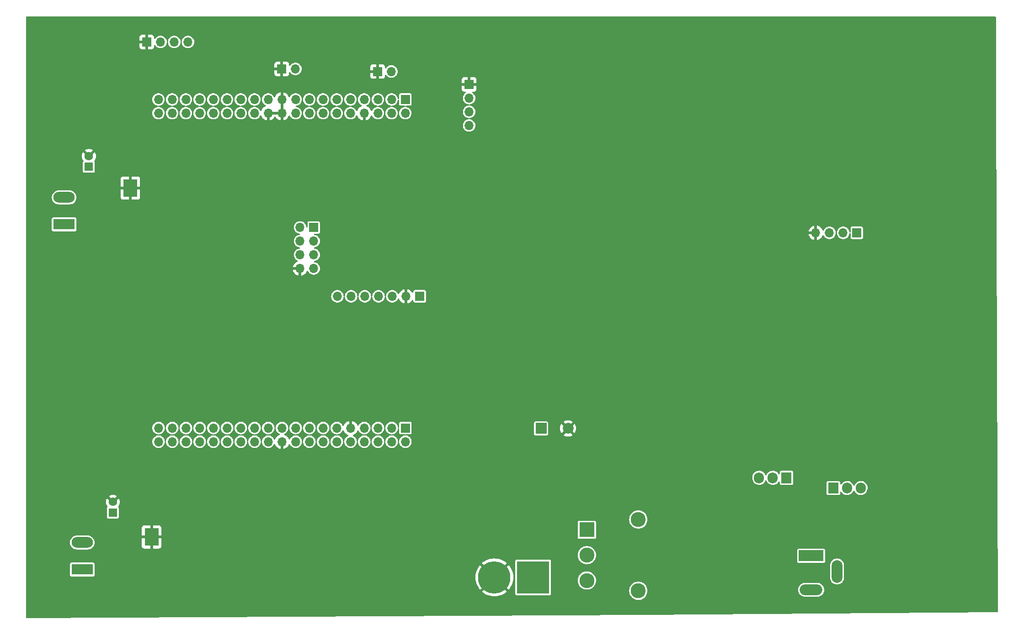
<source format=gbr>
%TF.GenerationSoftware,KiCad,Pcbnew,(7.0.0)*%
%TF.CreationDate,2023-05-15T14:27:38+03:00*%
%TF.ProjectId,ESP,4553502e-6b69-4636-9164-5f7063625858,rev?*%
%TF.SameCoordinates,Original*%
%TF.FileFunction,Copper,L2,Bot*%
%TF.FilePolarity,Positive*%
%FSLAX46Y46*%
G04 Gerber Fmt 4.6, Leading zero omitted, Abs format (unit mm)*
G04 Created by KiCad (PCBNEW (7.0.0)) date 2023-05-15 14:27:38*
%MOMM*%
%LPD*%
G01*
G04 APERTURE LIST*
%TA.AperFunction,ComponentPad*%
%ADD10R,1.905000X2.000000*%
%TD*%
%TA.AperFunction,ComponentPad*%
%ADD11O,1.905000X2.000000*%
%TD*%
%TA.AperFunction,ComponentPad*%
%ADD12R,2.775000X2.775000*%
%TD*%
%TA.AperFunction,ComponentPad*%
%ADD13C,2.775000*%
%TD*%
%TA.AperFunction,ComponentPad*%
%ADD14R,1.700000X1.700000*%
%TD*%
%TA.AperFunction,ComponentPad*%
%ADD15O,1.700000X1.700000*%
%TD*%
%TA.AperFunction,ComponentPad*%
%ADD16R,1.600000X1.600000*%
%TD*%
%TA.AperFunction,ComponentPad*%
%ADD17C,1.600000*%
%TD*%
%TA.AperFunction,ComponentPad*%
%ADD18C,6.000000*%
%TD*%
%TA.AperFunction,ComponentPad*%
%ADD19R,6.000000X6.000000*%
%TD*%
%TA.AperFunction,ComponentPad*%
%ADD20R,2.000000X2.000000*%
%TD*%
%TA.AperFunction,ComponentPad*%
%ADD21C,2.000000*%
%TD*%
%TA.AperFunction,ComponentPad*%
%ADD22C,0.630000*%
%TD*%
%TA.AperFunction,SMDPad,CuDef*%
%ADD23R,2.600000X3.300000*%
%TD*%
%TA.AperFunction,ComponentPad*%
%ADD24R,3.960000X1.980000*%
%TD*%
%TA.AperFunction,ComponentPad*%
%ADD25O,3.960000X1.980000*%
%TD*%
%TA.AperFunction,ComponentPad*%
%ADD26R,4.600000X2.000000*%
%TD*%
%TA.AperFunction,ComponentPad*%
%ADD27O,4.200000X2.000000*%
%TD*%
%TA.AperFunction,ComponentPad*%
%ADD28O,2.000000X4.200000*%
%TD*%
%TA.AperFunction,ViaPad*%
%ADD29C,0.600000*%
%TD*%
G04 APERTURE END LIST*
D10*
%TO.P,Q6,1,G*%
%TO.N,Net-(Q6-G)*%
X197779999Y-120537499D03*
D11*
%TO.P,Q6,2,D*%
%TO.N,Net-(Q5-D)*%
X195239999Y-120537499D03*
%TO.P,Q6,3,S*%
%TO.N,Net-(Q6-S)*%
X192699999Y-120537499D03*
%TD*%
D12*
%TO.P,SW1,1,A*%
%TO.N,Net-(SW1-A)*%
X160809999Y-130174999D03*
D13*
%TO.P,SW1,2,B*%
%TO.N,Battery+*%
X160810000Y-134875000D03*
%TO.P,SW1,3,C*%
%TO.N,unconnected-(SW1-C-Pad3)*%
X160810000Y-139575000D03*
%TO.P,SW1,S1*%
%TO.N,N/C*%
X170340000Y-128270000D03*
%TO.P,SW1,S2*%
X170340000Y-141480000D03*
%TD*%
D14*
%TO.P,J12,1,Pin_1*%
%TO.N,Battery-*%
X104299999Y-44699999D03*
D15*
%TO.P,J12,2,Pin_2*%
%TO.N,Bumper Button 2*%
X106839999Y-44699999D03*
%TD*%
D16*
%TO.P,C9,1*%
%TO.N,N/C*%
X73024999Y-126999999D03*
D17*
%TO.P,C9,2*%
%TO.N,Battery-*%
X73025000Y-125000000D03*
%TD*%
D18*
%TO.P,J6,N,NEG*%
%TO.N,Battery-*%
X143670000Y-139000000D03*
D19*
%TO.P,J6,P,POS*%
%TO.N,Battery+*%
X150869999Y-138999999D03*
%TD*%
D14*
%TO.P,J2,1,Pin_1*%
%TO.N,+3.3V*%
X129839999Y-86869999D03*
D15*
%TO.P,J2,2,Pin_2*%
%TO.N,Battery-*%
X127299999Y-86869999D03*
%TO.P,J2,3,Pin_3*%
%TO.N,Net-(J16-Pin_3)*%
X124759999Y-86869999D03*
%TO.P,J2,4,Pin_4*%
%TO.N,Net-(J16-Pin_5)*%
X122219999Y-86869999D03*
%TO.P,J2,5,Pin_5*%
%TO.N,unconnected-(J2-Pin_5-Pad5)*%
X119679999Y-86869999D03*
%TO.P,J2,6,Pin_6*%
%TO.N,unconnected-(J2-Pin_6-Pad6)*%
X117139999Y-86869999D03*
%TO.P,J2,7,Pin_7*%
%TO.N,unconnected-(J2-Pin_7-Pad7)*%
X114599999Y-86869999D03*
%TD*%
D14*
%TO.P,J3,1,Pin_1*%
%TO.N,Cell3+*%
X210814999Y-75094999D03*
D15*
%TO.P,J3,2,Pin_2*%
%TO.N,Cell2+*%
X208274999Y-75094999D03*
%TO.P,J3,3,Pin_3*%
%TO.N,Cell1+*%
X205734999Y-75094999D03*
%TO.P,J3,4,Pin_4*%
%TO.N,Battery-*%
X203194999Y-75094999D03*
%TD*%
D14*
%TO.P,J11,1,Pin_1*%
%TO.N,Battery-*%
X122059999Y-45174999D03*
D15*
%TO.P,J11,2,Pin_2*%
%TO.N,Bumper Button 1*%
X124599999Y-45174999D03*
%TD*%
D20*
%TO.P,C7,1*%
%TO.N,+12V*%
X152324999Y-111374999D03*
D21*
%TO.P,C7,2*%
%TO.N,Battery-*%
X157325000Y-111375000D03*
%TD*%
D22*
%TO.P,U4,9,GND*%
%TO.N,Battery-*%
X76900000Y-68100000D03*
X76900000Y-66800000D03*
X76900000Y-65500000D03*
D23*
X76249999Y-66799999D03*
D22*
X75600000Y-68100000D03*
X75600000Y-66800000D03*
X75600000Y-65500000D03*
%TD*%
D14*
%TO.P,J7,1,Pin_1*%
%TO.N,Battery-*%
X79299999Y-39699999D03*
D15*
%TO.P,J7,2,Pin_2*%
%TO.N,Net-(J7-Pin_2)*%
X81839999Y-39699999D03*
%TO.P,J7,3,Pin_3*%
%TO.N,Net-(J7-Pin_3)*%
X84379999Y-39699999D03*
%TO.P,J7,4,Pin_4*%
%TO.N,+5V*%
X86919999Y-39699999D03*
%TD*%
D14*
%TO.P,J15,1,Pin_1*%
%TO.N,Battery-*%
X138999999Y-47559999D03*
D15*
%TO.P,J15,2,Pin_2*%
%TO.N,Net-(J15-Pin_2)*%
X138999999Y-50099999D03*
%TO.P,J15,3,Pin_3*%
%TO.N,Net-(J15-Pin_3)*%
X138999999Y-52639999D03*
%TO.P,J15,4,Pin_4*%
%TO.N,+5V*%
X138999999Y-55179999D03*
%TD*%
D22*
%TO.P,U6,9,GND*%
%TO.N,Battery-*%
X80837500Y-132800000D03*
X80837500Y-131500000D03*
X80837500Y-130200000D03*
D23*
X80187499Y-131499999D03*
D22*
X79537500Y-132800000D03*
X79537500Y-131500000D03*
X79537500Y-130200000D03*
%TD*%
D24*
%TO.P,J4,1,Pin_1*%
%TO.N,MotorA-*%
X67349999Y-137539999D03*
D25*
%TO.P,J4,2,Pin_2*%
%TO.N,MotorA+*%
X67349999Y-132539999D03*
%TD*%
D16*
%TO.P,C6,1*%
%TO.N,N/C*%
X68579999Y-62864999D03*
D17*
%TO.P,C6,2*%
%TO.N,Battery-*%
X68580000Y-60865000D03*
%TD*%
D10*
%TO.P,Q5,1,G*%
%TO.N,Net-(Q5-G)*%
X206459999Y-122427499D03*
D11*
%TO.P,Q5,2,D*%
%TO.N,Net-(Q5-D)*%
X208999999Y-122427499D03*
%TO.P,Q5,3,S*%
%TO.N,P-*%
X211539999Y-122427499D03*
%TD*%
D24*
%TO.P,J5,1,Pin_1*%
%TO.N,MotorB-*%
X63989999Y-73529999D03*
D25*
%TO.P,J5,2,Pin_2*%
%TO.N,MotorB+*%
X63989999Y-68529999D03*
%TD*%
D14*
%TO.P,J9,1,Pin_1*%
%TO.N,+3.3V*%
X110229999Y-74099999D03*
D15*
%TO.P,J9,2,Pin_2*%
%TO.N,RX*%
X107689999Y-74099999D03*
%TO.P,J9,3,Pin_3*%
%TO.N,+3.3V*%
X110229999Y-76639999D03*
%TO.P,J9,4,Pin_4*%
%TO.N,unconnected-(J9-Pin_4-Pad4)*%
X107689999Y-76639999D03*
%TO.P,J9,5,Pin_5*%
%TO.N,unconnected-(J9-Pin_5-Pad5)*%
X110229999Y-79179999D03*
%TO.P,J9,6,Pin_6*%
%TO.N,unconnected-(J9-Pin_6-Pad6)*%
X107689999Y-79179999D03*
%TO.P,J9,7,Pin_7*%
%TO.N,TX*%
X110229999Y-81719999D03*
%TO.P,J9,8,Pin_8*%
%TO.N,Battery-*%
X107689999Y-81719999D03*
%TD*%
D26*
%TO.P,J1,1*%
%TO.N,Battery+*%
X202349999Y-134999999D03*
D27*
%TO.P,J1,2*%
%TO.N,P-*%
X202349999Y-141299999D03*
D28*
%TO.P,J1,3*%
%TO.N,N/C*%
X207149999Y-137899999D03*
%TD*%
D14*
%TO.P,J16,1,Pin_1*%
%TO.N,unconnected-(J16-Pin_1-Pad1)*%
X127199999Y-111299999D03*
D15*
%TO.P,J16,2,Pin_2*%
%TO.N,unconnected-(J16-Pin_2-Pad2)*%
X127199999Y-113839999D03*
%TO.P,J16,3,Pin_3*%
%TO.N,Net-(J16-Pin_3)*%
X124659999Y-111299999D03*
%TO.P,J16,4,Pin_4*%
%TO.N,unconnected-(J16-Pin_4-Pad4)*%
X124659999Y-113839999D03*
%TO.P,J16,5,Pin_5*%
%TO.N,Net-(J16-Pin_5)*%
X122119999Y-111299999D03*
%TO.P,J16,6,Pin_6*%
%TO.N,unconnected-(J16-Pin_6-Pad6)*%
X122119999Y-113839999D03*
%TO.P,J16,7,Pin_7*%
%TO.N,unconnected-(J16-Pin_7-Pad7)*%
X119579999Y-111299999D03*
%TO.P,J16,8,Pin_8*%
%TO.N,unconnected-(J16-Pin_8-Pad8)*%
X119579999Y-113839999D03*
%TO.P,J16,9,Pin_9*%
%TO.N,Battery-*%
X117039999Y-111299999D03*
%TO.P,J16,10,Pin_10*%
%TO.N,unconnected-(J16-Pin_10-Pad10)*%
X117039999Y-113839999D03*
%TO.P,J16,11,Pin_11*%
%TO.N,unconnected-(J16-Pin_11-Pad11)*%
X114499999Y-111299999D03*
%TO.P,J16,12,Pin_12*%
%TO.N,unconnected-(J16-Pin_12-Pad12)*%
X114499999Y-113839999D03*
%TO.P,J16,13,Pin_13*%
%TO.N,unconnected-(J16-Pin_13-Pad13)*%
X111959999Y-111299999D03*
%TO.P,J16,14,Pin_14*%
%TO.N,unconnected-(J16-Pin_14-Pad14)*%
X111959999Y-113839999D03*
%TO.P,J16,15,Pin_15*%
%TO.N,unconnected-(J16-Pin_15-Pad15)*%
X109419999Y-111299999D03*
%TO.P,J16,16,Pin_16*%
%TO.N,unconnected-(J16-Pin_16-Pad16)*%
X109419999Y-113839999D03*
%TO.P,J16,17,Pin_17*%
%TO.N,unconnected-(J16-Pin_17-Pad17)*%
X106879999Y-111299999D03*
%TO.P,J16,18,Pin_18*%
%TO.N,unconnected-(J16-Pin_18-Pad18)*%
X106879999Y-113839999D03*
%TO.P,J16,19,Pin_19*%
%TO.N,unconnected-(J16-Pin_19-Pad19)*%
X104339999Y-111299999D03*
%TO.P,J16,20,Pin_20*%
%TO.N,Battery-*%
X104339999Y-113839999D03*
%TO.P,J16,21,Pin_21*%
%TO.N,TX*%
X101799999Y-111299999D03*
%TO.P,J16,22,Pin_22*%
%TO.N,unconnected-(J16-Pin_22-Pad22)*%
X101799999Y-113839999D03*
%TO.P,J16,23,Pin_23*%
%TO.N,unconnected-(J16-Pin_23-Pad23)*%
X99259999Y-111299999D03*
%TO.P,J16,24,Pin_24*%
%TO.N,Battery level*%
X99259999Y-113839999D03*
%TO.P,J16,25,Pin_25*%
%TO.N,unconnected-(J16-Pin_25-Pad25)*%
X96719999Y-111299999D03*
%TO.P,J16,26,Pin_26*%
%TO.N,InputA2*%
X96719999Y-113839999D03*
%TO.P,J16,27,Pin_27*%
%TO.N,unconnected-(J16-Pin_27-Pad27)*%
X94179999Y-111299999D03*
%TO.P,J16,28,Pin_28*%
%TO.N,InputA1*%
X94179999Y-113839999D03*
%TO.P,J16,29,Pin_29*%
%TO.N,unconnected-(J16-Pin_29-Pad29)*%
X91639999Y-111299999D03*
%TO.P,J16,30,Pin_30*%
%TO.N,unconnected-(J16-Pin_30-Pad30)*%
X91639999Y-113839999D03*
%TO.P,J16,31,Pin_31*%
%TO.N,RX*%
X89099999Y-111299999D03*
%TO.P,J16,32,Pin_32*%
%TO.N,unconnected-(J16-Pin_32-Pad32)*%
X89099999Y-113839999D03*
%TO.P,J16,33,Pin_33*%
%TO.N,Fan Signal*%
X86559999Y-111299999D03*
%TO.P,J16,34,Pin_34*%
%TO.N,unconnected-(J16-Pin_34-Pad34)*%
X86559999Y-113839999D03*
%TO.P,J16,35,Pin_35*%
%TO.N,unconnected-(J16-Pin_35-Pad35)*%
X84019999Y-111299999D03*
%TO.P,J16,36,Pin_36*%
%TO.N,unconnected-(J16-Pin_36-Pad36)*%
X84019999Y-113839999D03*
%TO.P,J16,37,Pin_37*%
%TO.N,unconnected-(J16-Pin_37-Pad37)*%
X81479999Y-111299999D03*
%TO.P,J16,38,Pin_38*%
%TO.N,unconnected-(J16-Pin_38-Pad38)*%
X81479999Y-113839999D03*
%TD*%
D14*
%TO.P,J14,1,Pin_1*%
%TO.N,Echo B*%
X127179999Y-50359999D03*
D15*
%TO.P,J14,2,Pin_2*%
%TO.N,Trig B*%
X127179999Y-52899999D03*
%TO.P,J14,3,Pin_3*%
%TO.N,Bumper Button 1*%
X124639999Y-50359999D03*
%TO.P,J14,4,Pin_4*%
%TO.N,unconnected-(J14-Pin_4-Pad4)*%
X124639999Y-52899999D03*
%TO.P,J14,5,Pin_5*%
%TO.N,unconnected-(J14-Pin_5-Pad5)*%
X122099999Y-50359999D03*
%TO.P,J14,6,Pin_6*%
%TO.N,+5V*%
X122099999Y-52899999D03*
%TO.P,J14,7,Pin_7*%
%TO.N,unconnected-(J14-Pin_7-Pad7)*%
X119559999Y-50359999D03*
%TO.P,J14,8,Pin_8*%
%TO.N,Battery-*%
X119559999Y-52899999D03*
%TO.P,J14,9,Pin_9*%
%TO.N,unconnected-(J14-Pin_9-Pad9)*%
X117019999Y-50359999D03*
%TO.P,J14,10,Pin_10*%
%TO.N,unconnected-(J14-Pin_10-Pad10)*%
X117019999Y-52899999D03*
%TO.P,J14,11,Pin_11*%
%TO.N,unconnected-(J14-Pin_11-Pad11)*%
X114479999Y-50359999D03*
%TO.P,J14,12,Pin_12*%
%TO.N,unconnected-(J14-Pin_12-Pad12)*%
X114479999Y-52899999D03*
%TO.P,J14,13,Pin_13*%
%TO.N,unconnected-(J14-Pin_13-Pad13)*%
X111939999Y-50359999D03*
%TO.P,J14,14,Pin_14*%
%TO.N,unconnected-(J14-Pin_14-Pad14)*%
X111939999Y-52899999D03*
%TO.P,J14,15,Pin_15*%
%TO.N,unconnected-(J14-Pin_15-Pad15)*%
X109399999Y-50359999D03*
%TO.P,J14,16,Pin_16*%
%TO.N,+3.3V*%
X109399999Y-52899999D03*
%TO.P,J14,17,Pin_17*%
%TO.N,Bumper Button 2*%
X106859999Y-50359999D03*
%TO.P,J14,18,Pin_18*%
%TO.N,unconnected-(J14-Pin_18-Pad18)*%
X106859999Y-52899999D03*
%TO.P,J14,19,Pin_19*%
%TO.N,Battery-*%
X104319999Y-50359999D03*
%TO.P,J14,20,Pin_20*%
X104319999Y-52899999D03*
%TO.P,J14,21,Pin_21*%
%TO.N,unconnected-(J14-Pin_21-Pad21)*%
X101779999Y-50359999D03*
%TO.P,J14,22,Pin_22*%
%TO.N,Battery-*%
X101779999Y-52899999D03*
%TO.P,J14,23,Pin_23*%
%TO.N,unconnected-(J14-Pin_23-Pad23)*%
X99239999Y-50359999D03*
%TO.P,J14,24,Pin_24*%
%TO.N,unconnected-(J14-Pin_24-Pad24)*%
X99239999Y-52899999D03*
%TO.P,J14,25,Pin_25*%
%TO.N,unconnected-(J14-Pin_25-Pad25)*%
X96699999Y-50359999D03*
%TO.P,J14,26,Pin_26*%
%TO.N,unconnected-(J14-Pin_26-Pad26)*%
X96699999Y-52899999D03*
%TO.P,J14,27,Pin_27*%
%TO.N,unconnected-(J14-Pin_27-Pad27)*%
X94159999Y-50359999D03*
%TO.P,J14,28,Pin_28*%
%TO.N,unconnected-(J14-Pin_28-Pad28)*%
X94159999Y-52899999D03*
%TO.P,J14,29,Pin_29*%
%TO.N,unconnected-(J14-Pin_29-Pad29)*%
X91619999Y-50359999D03*
%TO.P,J14,30,Pin_30*%
%TO.N,InputB2*%
X91619999Y-52899999D03*
%TO.P,J14,31,Pin_31*%
%TO.N,unconnected-(J14-Pin_31-Pad31)*%
X89079999Y-50359999D03*
%TO.P,J14,32,Pin_32*%
%TO.N,unconnected-(J14-Pin_32-Pad32)*%
X89079999Y-52899999D03*
%TO.P,J14,33,Pin_33*%
%TO.N,unconnected-(J14-Pin_33-Pad33)*%
X86539999Y-50359999D03*
%TO.P,J14,34,Pin_34*%
%TO.N,InputB1*%
X86539999Y-52899999D03*
%TO.P,J14,35,Pin_35*%
%TO.N,Trig A*%
X83999999Y-50359999D03*
%TO.P,J14,36,Pin_36*%
%TO.N,unconnected-(J14-Pin_36-Pad36)*%
X83999999Y-52899999D03*
%TO.P,J14,37,Pin_37*%
%TO.N,Echo A*%
X81459999Y-50359999D03*
%TO.P,J14,38,Pin_38*%
%TO.N,unconnected-(J14-Pin_38-Pad38)*%
X81459999Y-52899999D03*
%TD*%
D29*
%TO.N,Battery-*%
X103610000Y-55960000D03*
X190000000Y-97000000D03*
X71120000Y-121920000D03*
X82500000Y-70350000D03*
X154890000Y-71620000D03*
X176480000Y-105910000D03*
X100280000Y-126230000D03*
X162510000Y-95750000D03*
X82500000Y-60190000D03*
X190000000Y-94000000D03*
X86310000Y-124960000D03*
X95200000Y-132580000D03*
X91390000Y-67810000D03*
X71070000Y-67810000D03*
X66040000Y-58920000D03*
X190000000Y-101000000D03*
X190000000Y-90000000D03*
X76150000Y-58920000D03*
X99010000Y-105910000D03*
X206140000Y-90482500D03*
X90120000Y-107180000D03*
X85040000Y-133850000D03*
X85040000Y-123690000D03*
X75325000Y-132135000D03*
%TD*%
%TA.AperFunction,Conductor*%
%TO.N,Battery-*%
G36*
X236528095Y-35016548D02*
G01*
X236573464Y-35061774D01*
X236590206Y-35123607D01*
X236641951Y-51489500D01*
X236938762Y-145366911D01*
X236922426Y-145428824D01*
X236877380Y-145474332D01*
X236815638Y-145491300D01*
X171404365Y-145952633D01*
X171404177Y-145952634D01*
X57054687Y-146586149D01*
X56992397Y-146569766D01*
X56946728Y-146524349D01*
X56930000Y-146462151D01*
X56930000Y-141646405D01*
X141382507Y-141646405D01*
X141390394Y-141657669D01*
X141607402Y-141833399D01*
X141612656Y-141837216D01*
X141914870Y-142033476D01*
X141920491Y-142036722D01*
X142241575Y-142200323D01*
X142247499Y-142202960D01*
X142583934Y-142332106D01*
X142590080Y-142334103D01*
X142938168Y-142427373D01*
X142944527Y-142428724D01*
X143300442Y-142485095D01*
X143306886Y-142485772D01*
X143666756Y-142504633D01*
X143673244Y-142504633D01*
X144033113Y-142485772D01*
X144039557Y-142485095D01*
X144395472Y-142428724D01*
X144401831Y-142427373D01*
X144749919Y-142334103D01*
X144756065Y-142332106D01*
X145092500Y-142202960D01*
X145098424Y-142200323D01*
X145410519Y-142041302D01*
X147569500Y-142041302D01*
X147569501Y-142044864D01*
X147569912Y-142048411D01*
X147569913Y-142048422D01*
X147571340Y-142060722D01*
X147572415Y-142069991D01*
X147617794Y-142172765D01*
X147697235Y-142252206D01*
X147768111Y-142283501D01*
X147791477Y-142293818D01*
X147791478Y-142293818D01*
X147800009Y-142297585D01*
X147825135Y-142300500D01*
X153914864Y-142300499D01*
X153939991Y-142297585D01*
X154042765Y-142252206D01*
X154122206Y-142172765D01*
X154167585Y-142069991D01*
X154170500Y-142044865D01*
X154170500Y-141480000D01*
X168647267Y-141480000D01*
X168666173Y-141732289D01*
X168667203Y-141736802D01*
X168667204Y-141736808D01*
X168689251Y-141833400D01*
X168722470Y-141978942D01*
X168724165Y-141983260D01*
X168724166Y-141983264D01*
X168813202Y-142210124D01*
X168813205Y-142210130D01*
X168814900Y-142214449D01*
X168817218Y-142218464D01*
X168817221Y-142218470D01*
X168866113Y-142303152D01*
X168941398Y-142433550D01*
X169099139Y-142631351D01*
X169284598Y-142803432D01*
X169493634Y-142945950D01*
X169721575Y-143055721D01*
X169726003Y-143057086D01*
X169726006Y-143057088D01*
X169842453Y-143093007D01*
X169963331Y-143130293D01*
X170213502Y-143168000D01*
X170461861Y-143168000D01*
X170466498Y-143168000D01*
X170716669Y-143130293D01*
X170958425Y-143055721D01*
X171186367Y-142945950D01*
X171395402Y-142803432D01*
X171580861Y-142631351D01*
X171738602Y-142433550D01*
X171865100Y-142214449D01*
X171957530Y-141978942D01*
X172013827Y-141732289D01*
X172032733Y-141480000D01*
X172019244Y-141300000D01*
X199944532Y-141300000D01*
X199964365Y-141526692D01*
X199965762Y-141531907D01*
X199965764Y-141531916D01*
X200021858Y-141741263D01*
X200021861Y-141741271D01*
X200023261Y-141746496D01*
X200119432Y-141952734D01*
X200122539Y-141957171D01*
X200122540Y-141957173D01*
X200183942Y-142044865D01*
X200249953Y-142139139D01*
X200410861Y-142300047D01*
X200597266Y-142430568D01*
X200803504Y-142526739D01*
X201023308Y-142585635D01*
X201193216Y-142600500D01*
X203504075Y-142600500D01*
X203506784Y-142600500D01*
X203676692Y-142585635D01*
X203896496Y-142526739D01*
X204102734Y-142430568D01*
X204289139Y-142300047D01*
X204450047Y-142139139D01*
X204580568Y-141952734D01*
X204676739Y-141746496D01*
X204735635Y-141526692D01*
X204755468Y-141300000D01*
X204735635Y-141073308D01*
X204710917Y-140981058D01*
X204678141Y-140858736D01*
X204678140Y-140858734D01*
X204676739Y-140853504D01*
X204580568Y-140647266D01*
X204450047Y-140460861D01*
X204289139Y-140299953D01*
X204102734Y-140169432D01*
X203896496Y-140073261D01*
X203891271Y-140071861D01*
X203891263Y-140071858D01*
X203681916Y-140015764D01*
X203681907Y-140015762D01*
X203676692Y-140014365D01*
X203671304Y-140013893D01*
X203671301Y-140013893D01*
X203509484Y-139999736D01*
X203509479Y-139999735D01*
X203506784Y-139999500D01*
X201193216Y-139999500D01*
X201190521Y-139999735D01*
X201190515Y-139999736D01*
X201028698Y-140013893D01*
X201028693Y-140013893D01*
X201023308Y-140014365D01*
X201018094Y-140015762D01*
X201018083Y-140015764D01*
X200808736Y-140071858D01*
X200808724Y-140071862D01*
X200803504Y-140073261D01*
X200798599Y-140075547D01*
X200798594Y-140075550D01*
X200602176Y-140167142D01*
X200602172Y-140167144D01*
X200597266Y-140169432D01*
X200592833Y-140172535D01*
X200592826Y-140172540D01*
X200415296Y-140296847D01*
X200415291Y-140296850D01*
X200410861Y-140299953D01*
X200407037Y-140303776D01*
X200407031Y-140303782D01*
X200253782Y-140457031D01*
X200253776Y-140457037D01*
X200249953Y-140460861D01*
X200246850Y-140465291D01*
X200246847Y-140465296D01*
X200122540Y-140642826D01*
X200122535Y-140642833D01*
X200119432Y-140647266D01*
X200117144Y-140652172D01*
X200117142Y-140652176D01*
X200025550Y-140848594D01*
X200025547Y-140848599D01*
X200023261Y-140853504D01*
X200021862Y-140858724D01*
X200021858Y-140858736D01*
X199965764Y-141068083D01*
X199965762Y-141068094D01*
X199964365Y-141073308D01*
X199963893Y-141078693D01*
X199963893Y-141078698D01*
X199950856Y-141227711D01*
X199944532Y-141300000D01*
X172019244Y-141300000D01*
X172013827Y-141227711D01*
X171957530Y-140981058D01*
X171865100Y-140745551D01*
X171738602Y-140526450D01*
X171580861Y-140328649D01*
X171395402Y-140156568D01*
X171391573Y-140153957D01*
X171391570Y-140153955D01*
X171273213Y-140073261D01*
X171186367Y-140014050D01*
X171163737Y-140003152D01*
X170962604Y-139906291D01*
X170962598Y-139906288D01*
X170958425Y-139904279D01*
X170954003Y-139902915D01*
X170953993Y-139902911D01*
X170721099Y-139831073D01*
X170721093Y-139831071D01*
X170716669Y-139829707D01*
X170712093Y-139829017D01*
X170712083Y-139829015D01*
X170471083Y-139792691D01*
X170471082Y-139792690D01*
X170466498Y-139792000D01*
X170213502Y-139792000D01*
X170208918Y-139792690D01*
X170208916Y-139792691D01*
X169967916Y-139829015D01*
X169967904Y-139829017D01*
X169963331Y-139829707D01*
X169958909Y-139831070D01*
X169958900Y-139831073D01*
X169726006Y-139902911D01*
X169725991Y-139902916D01*
X169721575Y-139904279D01*
X169717401Y-139906288D01*
X169717396Y-139906291D01*
X169497819Y-140012034D01*
X169497812Y-140012037D01*
X169493634Y-140014050D01*
X169489801Y-140016663D01*
X169489798Y-140016665D01*
X169288429Y-140153955D01*
X169288419Y-140153962D01*
X169284598Y-140156568D01*
X169281202Y-140159718D01*
X169281192Y-140159727D01*
X169102543Y-140325490D01*
X169102539Y-140325493D01*
X169099139Y-140328649D01*
X169096250Y-140332271D01*
X169096246Y-140332276D01*
X168944290Y-140522823D01*
X168941398Y-140526450D01*
X168939079Y-140530466D01*
X168939078Y-140530468D01*
X168817221Y-140741529D01*
X168817215Y-140741540D01*
X168814900Y-140745551D01*
X168813207Y-140749864D01*
X168813202Y-140749875D01*
X168724166Y-140976735D01*
X168724163Y-140976742D01*
X168722470Y-140981058D01*
X168721438Y-140985576D01*
X168721437Y-140985582D01*
X168667204Y-141223191D01*
X168667202Y-141223199D01*
X168666173Y-141227711D01*
X168665826Y-141232330D01*
X168665826Y-141232336D01*
X168647614Y-141475369D01*
X168647267Y-141480000D01*
X154170500Y-141480000D01*
X154170500Y-139575000D01*
X159117267Y-139575000D01*
X159117614Y-139579631D01*
X159133528Y-139792000D01*
X159136173Y-139827289D01*
X159137203Y-139831802D01*
X159137204Y-139831808D01*
X159178340Y-140012034D01*
X159192470Y-140073942D01*
X159194165Y-140078260D01*
X159194166Y-140078264D01*
X159283202Y-140305124D01*
X159283205Y-140305130D01*
X159284900Y-140309449D01*
X159287218Y-140313464D01*
X159287221Y-140313470D01*
X159294161Y-140325490D01*
X159411398Y-140528550D01*
X159569139Y-140726351D01*
X159754598Y-140898432D01*
X159963634Y-141040950D01*
X160191575Y-141150721D01*
X160196003Y-141152086D01*
X160196006Y-141152088D01*
X160312453Y-141188007D01*
X160433331Y-141225293D01*
X160683502Y-141263000D01*
X160931861Y-141263000D01*
X160936498Y-141263000D01*
X161186669Y-141225293D01*
X161428425Y-141150721D01*
X161656367Y-141040950D01*
X161865402Y-140898432D01*
X162050861Y-140726351D01*
X162208602Y-140528550D01*
X162335100Y-140309449D01*
X162427530Y-140073942D01*
X162483827Y-139827289D01*
X162502733Y-139575000D01*
X162483827Y-139322711D01*
X162427530Y-139076058D01*
X162419965Y-139056784D01*
X205849500Y-139056784D01*
X205864365Y-139226692D01*
X205865762Y-139231907D01*
X205865764Y-139231916D01*
X205921858Y-139441263D01*
X205921861Y-139441271D01*
X205923261Y-139446496D01*
X206019432Y-139652734D01*
X206149953Y-139839139D01*
X206310861Y-140000047D01*
X206497266Y-140130568D01*
X206703504Y-140226739D01*
X206923308Y-140285635D01*
X207150000Y-140305468D01*
X207376692Y-140285635D01*
X207596496Y-140226739D01*
X207802734Y-140130568D01*
X207989139Y-140000047D01*
X208150047Y-139839139D01*
X208280568Y-139652734D01*
X208376739Y-139446496D01*
X208435635Y-139226692D01*
X208450500Y-139056784D01*
X208450500Y-136743216D01*
X208435635Y-136573308D01*
X208422955Y-136525984D01*
X208378141Y-136358736D01*
X208378140Y-136358734D01*
X208376739Y-136353504D01*
X208280568Y-136147266D01*
X208150047Y-135960861D01*
X207989139Y-135799953D01*
X207914648Y-135747794D01*
X207807173Y-135672540D01*
X207807171Y-135672539D01*
X207802734Y-135669432D01*
X207596496Y-135573261D01*
X207591271Y-135571861D01*
X207591263Y-135571858D01*
X207381916Y-135515764D01*
X207381907Y-135515762D01*
X207376692Y-135514365D01*
X207371304Y-135513893D01*
X207371301Y-135513893D01*
X207155395Y-135495004D01*
X207150000Y-135494532D01*
X207144605Y-135495004D01*
X206928698Y-135513893D01*
X206928693Y-135513893D01*
X206923308Y-135514365D01*
X206918094Y-135515762D01*
X206918083Y-135515764D01*
X206708736Y-135571858D01*
X206708724Y-135571862D01*
X206703504Y-135573261D01*
X206698599Y-135575547D01*
X206698594Y-135575550D01*
X206502176Y-135667142D01*
X206502172Y-135667144D01*
X206497266Y-135669432D01*
X206492833Y-135672535D01*
X206492826Y-135672540D01*
X206315296Y-135796847D01*
X206315291Y-135796850D01*
X206310861Y-135799953D01*
X206307037Y-135803776D01*
X206307031Y-135803782D01*
X206153782Y-135957031D01*
X206153776Y-135957037D01*
X206149953Y-135960861D01*
X206146850Y-135965291D01*
X206146847Y-135965296D01*
X206022540Y-136142826D01*
X206022535Y-136142833D01*
X206019432Y-136147266D01*
X206017144Y-136152172D01*
X206017142Y-136152176D01*
X205925550Y-136348594D01*
X205925547Y-136348599D01*
X205923261Y-136353504D01*
X205921862Y-136358724D01*
X205921858Y-136358736D01*
X205865764Y-136568083D01*
X205865762Y-136568094D01*
X205864365Y-136573308D01*
X205863893Y-136578693D01*
X205863893Y-136578698D01*
X205849736Y-136740515D01*
X205849500Y-136743216D01*
X205849500Y-139056784D01*
X162419965Y-139056784D01*
X162335100Y-138840551D01*
X162329296Y-138830499D01*
X162304093Y-138786846D01*
X162208602Y-138621450D01*
X162050861Y-138423649D01*
X161865402Y-138251568D01*
X161861573Y-138248957D01*
X161861570Y-138248955D01*
X161660202Y-138111665D01*
X161656367Y-138109050D01*
X161652181Y-138107034D01*
X161432604Y-138001291D01*
X161432598Y-138001288D01*
X161428425Y-137999279D01*
X161424003Y-137997915D01*
X161423993Y-137997911D01*
X161191099Y-137926073D01*
X161191093Y-137926071D01*
X161186669Y-137924707D01*
X161182093Y-137924017D01*
X161182083Y-137924015D01*
X160941083Y-137887691D01*
X160941082Y-137887690D01*
X160936498Y-137887000D01*
X160683502Y-137887000D01*
X160678918Y-137887690D01*
X160678916Y-137887691D01*
X160437916Y-137924015D01*
X160437904Y-137924017D01*
X160433331Y-137924707D01*
X160428909Y-137926070D01*
X160428900Y-137926073D01*
X160196006Y-137997911D01*
X160195991Y-137997916D01*
X160191575Y-137999279D01*
X160187401Y-138001288D01*
X160187396Y-138001291D01*
X159967819Y-138107034D01*
X159967812Y-138107037D01*
X159963634Y-138109050D01*
X159959801Y-138111663D01*
X159959798Y-138111665D01*
X159758429Y-138248955D01*
X159758419Y-138248962D01*
X159754598Y-138251568D01*
X159751202Y-138254718D01*
X159751192Y-138254727D01*
X159572543Y-138420490D01*
X159572539Y-138420493D01*
X159569139Y-138423649D01*
X159566250Y-138427271D01*
X159566246Y-138427276D01*
X159414290Y-138617823D01*
X159411398Y-138621450D01*
X159409079Y-138625466D01*
X159409078Y-138625468D01*
X159287221Y-138836529D01*
X159287215Y-138836540D01*
X159284900Y-138840551D01*
X159283207Y-138844864D01*
X159283202Y-138844875D01*
X159194166Y-139071735D01*
X159194163Y-139071742D01*
X159192470Y-139076058D01*
X159191438Y-139080576D01*
X159191437Y-139080582D01*
X159137204Y-139318191D01*
X159137202Y-139318199D01*
X159136173Y-139322711D01*
X159135826Y-139327330D01*
X159135826Y-139327336D01*
X159132662Y-139369557D01*
X159117267Y-139575000D01*
X154170500Y-139575000D01*
X154170499Y-135955136D01*
X154167585Y-135930009D01*
X154122206Y-135827235D01*
X154042765Y-135747794D01*
X154027833Y-135741201D01*
X153948522Y-135706181D01*
X153948517Y-135706179D01*
X153939991Y-135702415D01*
X153930726Y-135701340D01*
X153918414Y-135699911D01*
X153918401Y-135699910D01*
X153914865Y-135699500D01*
X153911290Y-135699500D01*
X147828714Y-135699500D01*
X147828696Y-135699500D01*
X147825136Y-135699501D01*
X147821589Y-135699912D01*
X147821577Y-135699913D01*
X147809277Y-135701340D01*
X147809275Y-135701340D01*
X147800009Y-135702415D01*
X147791479Y-135706180D01*
X147791476Y-135706182D01*
X147707745Y-135743153D01*
X147707743Y-135743154D01*
X147697235Y-135747794D01*
X147689112Y-135755916D01*
X147689109Y-135755919D01*
X147625919Y-135819109D01*
X147625916Y-135819112D01*
X147617794Y-135827235D01*
X147613154Y-135837743D01*
X147613153Y-135837745D01*
X147576181Y-135921477D01*
X147576179Y-135921484D01*
X147572415Y-135930009D01*
X147571340Y-135939271D01*
X147571340Y-135939273D01*
X147569911Y-135951585D01*
X147569910Y-135951599D01*
X147569500Y-135955135D01*
X147569500Y-135958708D01*
X147569500Y-135958709D01*
X147569500Y-142041285D01*
X147569500Y-142041302D01*
X145410519Y-142041302D01*
X145419508Y-142036722D01*
X145425129Y-142033476D01*
X145727343Y-141837216D01*
X145732597Y-141833400D01*
X145949604Y-141657669D01*
X145957491Y-141646405D01*
X145950825Y-141634379D01*
X143681542Y-139365095D01*
X143669999Y-139358431D01*
X143658457Y-139365095D01*
X141389173Y-141634379D01*
X141382507Y-141646405D01*
X56930000Y-141646405D01*
X56930000Y-139003244D01*
X140165367Y-139003244D01*
X140184227Y-139363113D01*
X140184904Y-139369557D01*
X140241275Y-139725472D01*
X140242626Y-139731831D01*
X140335896Y-140079919D01*
X140337893Y-140086065D01*
X140467039Y-140422500D01*
X140469676Y-140428424D01*
X140633277Y-140749508D01*
X140636523Y-140755129D01*
X140832783Y-141057343D01*
X140836600Y-141062597D01*
X141012329Y-141279604D01*
X141023593Y-141287491D01*
X141035619Y-141280825D01*
X143304903Y-139011541D01*
X143311566Y-139000000D01*
X144028431Y-139000000D01*
X144035095Y-139011542D01*
X146304379Y-141280825D01*
X146316405Y-141287491D01*
X146327669Y-141279604D01*
X146503400Y-141062597D01*
X146507216Y-141057343D01*
X146703476Y-140755129D01*
X146706722Y-140749508D01*
X146870323Y-140428424D01*
X146872960Y-140422500D01*
X147002106Y-140086065D01*
X147004103Y-140079919D01*
X147097373Y-139731831D01*
X147098724Y-139725472D01*
X147155095Y-139369557D01*
X147155772Y-139363113D01*
X147174633Y-139003244D01*
X147174633Y-138996756D01*
X147155772Y-138636886D01*
X147155095Y-138630442D01*
X147098724Y-138274527D01*
X147097373Y-138268168D01*
X147004103Y-137920080D01*
X147002106Y-137913934D01*
X146872960Y-137577499D01*
X146870323Y-137571575D01*
X146706722Y-137250492D01*
X146703476Y-137244871D01*
X146507216Y-136942656D01*
X146503399Y-136937402D01*
X146327669Y-136720394D01*
X146316405Y-136712507D01*
X146304379Y-136719173D01*
X144035095Y-138988457D01*
X144028431Y-139000000D01*
X143311566Y-139000000D01*
X143311567Y-138999999D01*
X143304903Y-138988456D01*
X141035619Y-136719173D01*
X141023593Y-136712507D01*
X141012329Y-136720394D01*
X140836600Y-136937402D01*
X140832783Y-136942656D01*
X140636523Y-137244871D01*
X140633277Y-137250492D01*
X140469676Y-137571575D01*
X140467039Y-137577499D01*
X140337893Y-137913934D01*
X140335896Y-137920080D01*
X140242626Y-138268168D01*
X140241275Y-138274527D01*
X140184904Y-138630442D01*
X140184227Y-138636886D01*
X140165367Y-138996756D01*
X140165367Y-139003244D01*
X56930000Y-139003244D01*
X56930000Y-138571302D01*
X65069500Y-138571302D01*
X65069501Y-138574864D01*
X65069912Y-138578411D01*
X65069913Y-138578422D01*
X65071340Y-138590722D01*
X65072415Y-138599991D01*
X65076181Y-138608521D01*
X65076182Y-138608523D01*
X65107271Y-138678932D01*
X65117794Y-138702765D01*
X65197235Y-138782206D01*
X65268111Y-138813501D01*
X65291477Y-138823818D01*
X65291478Y-138823818D01*
X65300009Y-138827585D01*
X65325135Y-138830500D01*
X69374864Y-138830499D01*
X69399991Y-138827585D01*
X69502765Y-138782206D01*
X69582206Y-138702765D01*
X69627585Y-138599991D01*
X69630500Y-138574865D01*
X69630499Y-136505136D01*
X69627585Y-136480009D01*
X69582206Y-136377235D01*
X69558564Y-136353593D01*
X141382507Y-136353593D01*
X141389173Y-136365619D01*
X143658456Y-138634903D01*
X143669998Y-138641567D01*
X143681541Y-138634903D01*
X145950825Y-136365619D01*
X145957491Y-136353593D01*
X145949604Y-136342329D01*
X145732597Y-136166600D01*
X145727343Y-136162783D01*
X145425129Y-135966523D01*
X145419508Y-135963277D01*
X145098424Y-135799676D01*
X145092500Y-135797039D01*
X144756065Y-135667893D01*
X144749919Y-135665896D01*
X144401831Y-135572626D01*
X144395472Y-135571275D01*
X144039557Y-135514904D01*
X144033113Y-135514227D01*
X143673244Y-135495367D01*
X143666756Y-135495367D01*
X143306886Y-135514227D01*
X143300442Y-135514904D01*
X142944527Y-135571275D01*
X142938168Y-135572626D01*
X142590080Y-135665896D01*
X142583934Y-135667893D01*
X142247499Y-135797039D01*
X142241575Y-135799676D01*
X141920492Y-135963277D01*
X141914871Y-135966523D01*
X141612656Y-136162783D01*
X141607402Y-136166600D01*
X141390394Y-136342329D01*
X141382507Y-136353593D01*
X69558564Y-136353593D01*
X69502765Y-136297794D01*
X69487833Y-136291201D01*
X69408522Y-136256181D01*
X69408517Y-136256179D01*
X69399991Y-136252415D01*
X69390726Y-136251340D01*
X69378414Y-136249911D01*
X69378401Y-136249910D01*
X69374865Y-136249500D01*
X69371290Y-136249500D01*
X65328714Y-136249500D01*
X65328696Y-136249500D01*
X65325136Y-136249501D01*
X65321589Y-136249912D01*
X65321577Y-136249913D01*
X65309277Y-136251340D01*
X65309275Y-136251340D01*
X65300009Y-136252415D01*
X65291479Y-136256180D01*
X65291476Y-136256182D01*
X65207745Y-136293153D01*
X65207743Y-136293154D01*
X65197235Y-136297794D01*
X65189112Y-136305916D01*
X65189109Y-136305919D01*
X65125919Y-136369109D01*
X65125916Y-136369112D01*
X65117794Y-136377235D01*
X65113154Y-136387743D01*
X65113153Y-136387745D01*
X65076181Y-136471477D01*
X65076179Y-136471484D01*
X65072415Y-136480009D01*
X65071340Y-136489271D01*
X65071340Y-136489273D01*
X65069911Y-136501585D01*
X65069910Y-136501599D01*
X65069500Y-136505135D01*
X65069500Y-136508708D01*
X65069500Y-136508709D01*
X65069500Y-138571285D01*
X65069500Y-138571302D01*
X56930000Y-138571302D01*
X56930000Y-134875000D01*
X159117267Y-134875000D01*
X159136173Y-135127289D01*
X159192470Y-135373942D01*
X159194165Y-135378260D01*
X159194166Y-135378264D01*
X159283202Y-135605124D01*
X159283205Y-135605130D01*
X159284900Y-135609449D01*
X159287218Y-135613464D01*
X159287221Y-135613470D01*
X159337128Y-135699911D01*
X159411398Y-135828550D01*
X159569139Y-136026351D01*
X159616172Y-136069991D01*
X159726935Y-136172765D01*
X159754598Y-136198432D01*
X159963634Y-136340950D01*
X160191575Y-136450721D01*
X160196003Y-136452086D01*
X160196006Y-136452088D01*
X160258861Y-136471476D01*
X160433331Y-136525293D01*
X160683502Y-136563000D01*
X160931861Y-136563000D01*
X160936498Y-136563000D01*
X161186669Y-136525293D01*
X161428425Y-136450721D01*
X161656367Y-136340950D01*
X161865402Y-136198432D01*
X162034748Y-136041302D01*
X199749500Y-136041302D01*
X199749501Y-136044864D01*
X199749912Y-136048411D01*
X199749913Y-136048422D01*
X199751340Y-136060722D01*
X199752415Y-136069991D01*
X199797794Y-136172765D01*
X199877235Y-136252206D01*
X199948111Y-136283501D01*
X199971477Y-136293818D01*
X199971478Y-136293818D01*
X199980009Y-136297585D01*
X200005135Y-136300500D01*
X204694864Y-136300499D01*
X204719991Y-136297585D01*
X204822765Y-136252206D01*
X204902206Y-136172765D01*
X204947585Y-136069991D01*
X204950500Y-136044865D01*
X204950499Y-133955136D01*
X204947585Y-133930009D01*
X204902206Y-133827235D01*
X204822765Y-133747794D01*
X204807833Y-133741201D01*
X204728522Y-133706181D01*
X204728517Y-133706179D01*
X204719991Y-133702415D01*
X204710726Y-133701340D01*
X204698414Y-133699911D01*
X204698401Y-133699910D01*
X204694865Y-133699500D01*
X204691290Y-133699500D01*
X200008714Y-133699500D01*
X200008696Y-133699500D01*
X200005136Y-133699501D01*
X200001589Y-133699912D01*
X200001577Y-133699913D01*
X199989277Y-133701340D01*
X199989275Y-133701340D01*
X199980009Y-133702415D01*
X199971479Y-133706180D01*
X199971476Y-133706182D01*
X199887745Y-133743153D01*
X199887743Y-133743154D01*
X199877235Y-133747794D01*
X199869112Y-133755916D01*
X199869109Y-133755919D01*
X199805919Y-133819109D01*
X199805916Y-133819112D01*
X199797794Y-133827235D01*
X199793154Y-133837743D01*
X199793153Y-133837745D01*
X199756181Y-133921477D01*
X199756179Y-133921484D01*
X199752415Y-133930009D01*
X199751340Y-133939271D01*
X199751340Y-133939273D01*
X199749911Y-133951585D01*
X199749910Y-133951599D01*
X199749500Y-133955135D01*
X199749500Y-133958708D01*
X199749500Y-133958709D01*
X199749500Y-136041285D01*
X199749500Y-136041302D01*
X162034748Y-136041302D01*
X162050861Y-136026351D01*
X162208602Y-135828550D01*
X162335100Y-135609449D01*
X162427530Y-135373942D01*
X162483827Y-135127289D01*
X162502733Y-134875000D01*
X162483827Y-134622711D01*
X162427530Y-134376058D01*
X162335100Y-134140551D01*
X162208602Y-133921450D01*
X162050861Y-133723649D01*
X161953891Y-133633674D01*
X161868807Y-133554727D01*
X161868804Y-133554724D01*
X161865402Y-133551568D01*
X161861573Y-133548957D01*
X161861570Y-133548955D01*
X161660202Y-133411665D01*
X161656367Y-133409050D01*
X161652181Y-133407034D01*
X161432604Y-133301291D01*
X161432598Y-133301288D01*
X161428425Y-133299279D01*
X161424003Y-133297915D01*
X161423993Y-133297911D01*
X161191099Y-133226073D01*
X161191093Y-133226071D01*
X161186669Y-133224707D01*
X161182093Y-133224017D01*
X161182083Y-133224015D01*
X160941083Y-133187691D01*
X160941082Y-133187690D01*
X160936498Y-133187000D01*
X160683502Y-133187000D01*
X160678918Y-133187690D01*
X160678916Y-133187691D01*
X160437916Y-133224015D01*
X160437904Y-133224017D01*
X160433331Y-133224707D01*
X160428909Y-133226070D01*
X160428900Y-133226073D01*
X160196006Y-133297911D01*
X160195991Y-133297916D01*
X160191575Y-133299279D01*
X160187401Y-133301288D01*
X160187396Y-133301291D01*
X159967819Y-133407034D01*
X159967812Y-133407037D01*
X159963634Y-133409050D01*
X159959801Y-133411663D01*
X159959798Y-133411665D01*
X159758429Y-133548955D01*
X159758419Y-133548962D01*
X159754598Y-133551568D01*
X159751202Y-133554718D01*
X159751192Y-133554727D01*
X159572543Y-133720490D01*
X159572539Y-133720493D01*
X159569139Y-133723649D01*
X159566250Y-133727271D01*
X159566246Y-133727276D01*
X159484117Y-133830263D01*
X159411398Y-133921450D01*
X159409079Y-133925466D01*
X159409078Y-133925468D01*
X159287221Y-134136529D01*
X159287215Y-134136540D01*
X159284900Y-134140551D01*
X159283207Y-134144864D01*
X159283202Y-134144875D01*
X159194166Y-134371735D01*
X159194163Y-134371742D01*
X159192470Y-134376058D01*
X159191438Y-134380576D01*
X159191437Y-134380582D01*
X159137204Y-134618191D01*
X159137202Y-134618199D01*
X159136173Y-134622711D01*
X159117267Y-134875000D01*
X56930000Y-134875000D01*
X56930000Y-132540000D01*
X65064570Y-132540000D01*
X65065042Y-132545395D01*
X65083777Y-132759550D01*
X65083778Y-132759557D01*
X65084250Y-132764949D01*
X65085649Y-132770170D01*
X65085651Y-132770181D01*
X65141293Y-132977835D01*
X65142694Y-132983063D01*
X65144978Y-132987962D01*
X65144981Y-132987969D01*
X65230781Y-133171967D01*
X65238125Y-133187715D01*
X65241231Y-133192152D01*
X65241233Y-133192154D01*
X65281504Y-133249667D01*
X65367643Y-133372686D01*
X65527314Y-133532357D01*
X65712285Y-133661875D01*
X65916937Y-133757306D01*
X66078616Y-133800628D01*
X66129818Y-133814348D01*
X66129820Y-133814348D01*
X66135051Y-133815750D01*
X66303648Y-133830500D01*
X68393643Y-133830500D01*
X68396352Y-133830500D01*
X68564949Y-133815750D01*
X68783063Y-133757306D01*
X68987715Y-133661875D01*
X69172686Y-133532357D01*
X69332357Y-133372686D01*
X69457111Y-133194518D01*
X78387500Y-133194518D01*
X78387853Y-133201114D01*
X78393073Y-133249667D01*
X78396611Y-133264641D01*
X78441047Y-133383777D01*
X78449462Y-133399189D01*
X78524998Y-133500092D01*
X78537407Y-133512501D01*
X78638310Y-133588037D01*
X78653722Y-133596452D01*
X78772858Y-133640888D01*
X78787832Y-133644426D01*
X78836385Y-133649646D01*
X78842982Y-133650000D01*
X79921174Y-133650000D01*
X79934049Y-133646549D01*
X79937500Y-133633674D01*
X80437500Y-133633674D01*
X80440950Y-133646549D01*
X80453826Y-133650000D01*
X81532018Y-133650000D01*
X81538614Y-133649646D01*
X81587167Y-133644426D01*
X81602141Y-133640888D01*
X81721277Y-133596452D01*
X81736689Y-133588037D01*
X81837592Y-133512501D01*
X81850001Y-133500092D01*
X81925537Y-133399189D01*
X81933952Y-133383777D01*
X81978388Y-133264641D01*
X81981926Y-133249667D01*
X81987146Y-133201114D01*
X81987500Y-133194518D01*
X81987500Y-131766326D01*
X81984049Y-131753450D01*
X81971174Y-131750000D01*
X80453826Y-131750000D01*
X80440950Y-131753450D01*
X80437500Y-131766326D01*
X80437500Y-133633674D01*
X79937500Y-133633674D01*
X79937500Y-131766326D01*
X79934049Y-131753450D01*
X79921174Y-131750000D01*
X78403826Y-131750000D01*
X78390950Y-131753450D01*
X78387500Y-131766326D01*
X78387500Y-133194518D01*
X69457111Y-133194518D01*
X69461875Y-133187715D01*
X69557306Y-132983063D01*
X69615750Y-132764949D01*
X69635430Y-132540000D01*
X69615750Y-132315051D01*
X69557306Y-132096937D01*
X69461875Y-131892285D01*
X69332357Y-131707314D01*
X69228845Y-131603802D01*
X159122000Y-131603802D01*
X159122001Y-131607364D01*
X159122412Y-131610911D01*
X159122413Y-131610922D01*
X159123840Y-131623222D01*
X159124915Y-131632491D01*
X159170294Y-131735265D01*
X159249735Y-131814706D01*
X159320611Y-131846001D01*
X159343977Y-131856318D01*
X159343978Y-131856318D01*
X159352509Y-131860085D01*
X159377635Y-131863000D01*
X162242364Y-131862999D01*
X162267491Y-131860085D01*
X162370265Y-131814706D01*
X162449706Y-131735265D01*
X162495085Y-131632491D01*
X162498000Y-131607365D01*
X162497999Y-128742636D01*
X162495085Y-128717509D01*
X162449706Y-128614735D01*
X162370265Y-128535294D01*
X162351046Y-128526808D01*
X162276022Y-128493681D01*
X162276017Y-128493679D01*
X162267491Y-128489915D01*
X162258226Y-128488840D01*
X162245914Y-128487411D01*
X162245901Y-128487410D01*
X162242365Y-128487000D01*
X162238790Y-128487000D01*
X159381214Y-128487000D01*
X159381196Y-128487000D01*
X159377636Y-128487001D01*
X159374089Y-128487412D01*
X159374077Y-128487413D01*
X159361777Y-128488840D01*
X159361775Y-128488840D01*
X159352509Y-128489915D01*
X159343979Y-128493680D01*
X159343976Y-128493682D01*
X159260245Y-128530653D01*
X159260243Y-128530654D01*
X159249735Y-128535294D01*
X159241612Y-128543416D01*
X159241609Y-128543419D01*
X159178419Y-128606609D01*
X159178416Y-128606612D01*
X159170294Y-128614735D01*
X159165654Y-128625243D01*
X159165653Y-128625245D01*
X159128681Y-128708977D01*
X159128679Y-128708984D01*
X159124915Y-128717509D01*
X159123840Y-128726771D01*
X159123840Y-128726773D01*
X159122411Y-128739085D01*
X159122410Y-128739099D01*
X159122000Y-128742635D01*
X159122000Y-128746208D01*
X159122000Y-128746209D01*
X159122000Y-131603785D01*
X159122000Y-131603802D01*
X69228845Y-131603802D01*
X69172686Y-131547643D01*
X68987715Y-131418125D01*
X68971967Y-131410781D01*
X68787969Y-131324981D01*
X68787962Y-131324978D01*
X68783063Y-131322694D01*
X68777836Y-131321293D01*
X68777835Y-131321293D01*
X68570181Y-131265651D01*
X68570170Y-131265649D01*
X68564949Y-131264250D01*
X68559557Y-131263778D01*
X68559550Y-131263777D01*
X68399052Y-131249736D01*
X68399047Y-131249735D01*
X68396352Y-131249500D01*
X66303648Y-131249500D01*
X66300953Y-131249735D01*
X66300947Y-131249736D01*
X66140449Y-131263777D01*
X66140440Y-131263778D01*
X66135051Y-131264250D01*
X66129830Y-131265648D01*
X66129818Y-131265651D01*
X65922164Y-131321293D01*
X65922159Y-131321294D01*
X65916937Y-131322694D01*
X65912041Y-131324976D01*
X65912030Y-131324981D01*
X65717195Y-131415835D01*
X65717191Y-131415837D01*
X65712285Y-131418125D01*
X65707852Y-131421228D01*
X65707845Y-131421233D01*
X65531749Y-131544537D01*
X65531744Y-131544540D01*
X65527314Y-131547643D01*
X65523490Y-131551466D01*
X65523484Y-131551472D01*
X65371472Y-131703484D01*
X65371466Y-131703490D01*
X65367643Y-131707314D01*
X65364540Y-131711744D01*
X65364537Y-131711749D01*
X65241233Y-131887845D01*
X65241228Y-131887852D01*
X65238125Y-131892285D01*
X65235837Y-131897191D01*
X65235835Y-131897195D01*
X65144981Y-132092030D01*
X65144976Y-132092041D01*
X65142694Y-132096937D01*
X65141294Y-132102159D01*
X65141293Y-132102164D01*
X65085651Y-132309818D01*
X65085648Y-132309830D01*
X65084250Y-132315051D01*
X65083778Y-132320440D01*
X65083777Y-132320449D01*
X65065297Y-132531682D01*
X65064570Y-132540000D01*
X56930000Y-132540000D01*
X56930000Y-131233674D01*
X78387500Y-131233674D01*
X78390950Y-131246549D01*
X78403826Y-131250000D01*
X79921174Y-131250000D01*
X79934049Y-131246549D01*
X79937500Y-131233674D01*
X80437500Y-131233674D01*
X80440950Y-131246549D01*
X80453826Y-131250000D01*
X81971174Y-131250000D01*
X81984049Y-131246549D01*
X81987500Y-131233674D01*
X81987500Y-129805482D01*
X81987146Y-129798885D01*
X81981926Y-129750332D01*
X81978388Y-129735358D01*
X81933952Y-129616222D01*
X81925537Y-129600810D01*
X81850001Y-129499907D01*
X81837592Y-129487498D01*
X81736689Y-129411962D01*
X81721277Y-129403547D01*
X81602141Y-129359111D01*
X81587167Y-129355573D01*
X81538614Y-129350353D01*
X81532018Y-129350000D01*
X80453826Y-129350000D01*
X80440950Y-129353450D01*
X80437500Y-129366326D01*
X80437500Y-131233674D01*
X79937500Y-131233674D01*
X79937500Y-129366326D01*
X79934049Y-129353450D01*
X79921174Y-129350000D01*
X78842982Y-129350000D01*
X78836385Y-129350353D01*
X78787832Y-129355573D01*
X78772858Y-129359111D01*
X78653722Y-129403547D01*
X78638310Y-129411962D01*
X78537407Y-129487498D01*
X78524998Y-129499907D01*
X78449462Y-129600810D01*
X78441047Y-129616222D01*
X78396611Y-129735358D01*
X78393073Y-129750332D01*
X78387853Y-129798885D01*
X78387500Y-129805482D01*
X78387500Y-131233674D01*
X56930000Y-131233674D01*
X56930000Y-128270000D01*
X168647267Y-128270000D01*
X168647614Y-128274631D01*
X168663528Y-128487001D01*
X168666173Y-128522289D01*
X168667203Y-128526802D01*
X168667204Y-128526808D01*
X168716466Y-128742636D01*
X168722470Y-128768942D01*
X168724165Y-128773260D01*
X168724166Y-128773264D01*
X168813202Y-129000124D01*
X168813205Y-129000130D01*
X168814900Y-129004449D01*
X168817218Y-129008464D01*
X168817221Y-129008470D01*
X168888676Y-129132233D01*
X168941398Y-129223550D01*
X169099139Y-129421351D01*
X169284598Y-129593432D01*
X169288428Y-129596043D01*
X169288429Y-129596044D01*
X169308701Y-129609865D01*
X169493634Y-129735950D01*
X169721575Y-129845721D01*
X169726003Y-129847086D01*
X169726006Y-129847088D01*
X169842452Y-129883006D01*
X169963331Y-129920293D01*
X170213502Y-129958000D01*
X170461861Y-129958000D01*
X170466498Y-129958000D01*
X170716669Y-129920293D01*
X170958425Y-129845721D01*
X171186367Y-129735950D01*
X171395402Y-129593432D01*
X171580861Y-129421351D01*
X171738602Y-129223550D01*
X171865100Y-129004449D01*
X171957530Y-128768942D01*
X172013827Y-128522289D01*
X172032733Y-128270000D01*
X172013827Y-128017711D01*
X171957530Y-127771058D01*
X171865100Y-127535551D01*
X171738602Y-127316450D01*
X171580861Y-127118649D01*
X171395402Y-126946568D01*
X171391573Y-126943957D01*
X171391570Y-126943955D01*
X171190202Y-126806665D01*
X171186367Y-126804050D01*
X171182181Y-126802034D01*
X170962604Y-126696291D01*
X170962598Y-126696288D01*
X170958425Y-126694279D01*
X170954003Y-126692915D01*
X170953993Y-126692911D01*
X170721099Y-126621073D01*
X170721093Y-126621071D01*
X170716669Y-126619707D01*
X170712093Y-126619017D01*
X170712083Y-126619015D01*
X170471083Y-126582691D01*
X170471082Y-126582690D01*
X170466498Y-126582000D01*
X170213502Y-126582000D01*
X170208918Y-126582690D01*
X170208916Y-126582691D01*
X169967916Y-126619015D01*
X169967904Y-126619017D01*
X169963331Y-126619707D01*
X169958909Y-126621070D01*
X169958900Y-126621073D01*
X169726006Y-126692911D01*
X169725991Y-126692916D01*
X169721575Y-126694279D01*
X169717401Y-126696288D01*
X169717396Y-126696291D01*
X169497819Y-126802034D01*
X169497812Y-126802037D01*
X169493634Y-126804050D01*
X169489801Y-126806663D01*
X169489798Y-126806665D01*
X169288429Y-126943955D01*
X169288419Y-126943962D01*
X169284598Y-126946568D01*
X169281202Y-126949718D01*
X169281192Y-126949727D01*
X169102543Y-127115490D01*
X169102539Y-127115493D01*
X169099139Y-127118649D01*
X169096250Y-127122271D01*
X169096246Y-127122276D01*
X168944290Y-127312823D01*
X168941398Y-127316450D01*
X168939079Y-127320466D01*
X168939078Y-127320468D01*
X168817221Y-127531529D01*
X168817215Y-127531540D01*
X168814900Y-127535551D01*
X168813207Y-127539864D01*
X168813202Y-127539875D01*
X168724166Y-127766735D01*
X168724163Y-127766742D01*
X168722470Y-127771058D01*
X168721438Y-127775576D01*
X168721437Y-127775582D01*
X168667204Y-128013191D01*
X168667202Y-128013199D01*
X168666173Y-128017711D01*
X168665826Y-128022330D01*
X168665826Y-128022336D01*
X168660187Y-128097585D01*
X168647267Y-128270000D01*
X56930000Y-128270000D01*
X56930000Y-125005395D01*
X71720506Y-125005395D01*
X71739386Y-125221206D01*
X71741260Y-125231837D01*
X71797332Y-125441097D01*
X71801020Y-125451231D01*
X71892579Y-125647580D01*
X71897970Y-125656918D01*
X72021616Y-125833502D01*
X72042732Y-125886653D01*
X72037747Y-125943627D01*
X72007723Y-125992305D01*
X71980920Y-126019108D01*
X71980917Y-126019111D01*
X71972794Y-126027235D01*
X71968154Y-126037743D01*
X71968153Y-126037745D01*
X71931181Y-126121477D01*
X71931179Y-126121484D01*
X71927415Y-126130009D01*
X71926340Y-126139271D01*
X71926340Y-126139273D01*
X71924911Y-126151585D01*
X71924910Y-126151599D01*
X71924500Y-126155135D01*
X71924500Y-126158708D01*
X71924500Y-126158709D01*
X71924500Y-127841285D01*
X71924500Y-127841302D01*
X71924501Y-127844864D01*
X71924912Y-127848411D01*
X71924913Y-127848422D01*
X71926340Y-127860722D01*
X71927415Y-127869991D01*
X71972794Y-127972765D01*
X72052235Y-128052206D01*
X72123111Y-128083501D01*
X72146477Y-128093818D01*
X72146478Y-128093818D01*
X72155009Y-128097585D01*
X72180135Y-128100500D01*
X73869864Y-128100499D01*
X73894991Y-128097585D01*
X73997765Y-128052206D01*
X74077206Y-127972765D01*
X74122585Y-127869991D01*
X74125500Y-127844865D01*
X74125499Y-126155136D01*
X74122585Y-126130009D01*
X74077206Y-126027235D01*
X74042276Y-125992305D01*
X74012252Y-125943628D01*
X74007267Y-125886653D01*
X74028383Y-125833501D01*
X74152032Y-125656912D01*
X74157420Y-125647580D01*
X74248979Y-125451231D01*
X74252667Y-125441097D01*
X74308739Y-125231837D01*
X74310613Y-125221206D01*
X74329494Y-125005395D01*
X74329494Y-124994605D01*
X74310613Y-124778793D01*
X74308739Y-124768162D01*
X74252667Y-124558902D01*
X74248979Y-124548768D01*
X74157423Y-124352427D01*
X74152025Y-124343077D01*
X74111814Y-124285650D01*
X74103703Y-124278217D01*
X74094424Y-124284128D01*
X73112680Y-125265872D01*
X73057093Y-125297966D01*
X72992905Y-125297966D01*
X72937318Y-125265872D01*
X71955574Y-124284128D01*
X71946296Y-124278217D01*
X71938183Y-124285651D01*
X71897971Y-124343081D01*
X71892577Y-124352425D01*
X71801020Y-124548768D01*
X71797332Y-124558902D01*
X71741260Y-124768162D01*
X71739386Y-124778793D01*
X71720506Y-124994605D01*
X71720506Y-125005395D01*
X56930000Y-125005395D01*
X56930000Y-123921296D01*
X72303217Y-123921296D01*
X72309128Y-123930574D01*
X73013457Y-124634903D01*
X73025000Y-124641567D01*
X73036542Y-124634903D01*
X73740870Y-123930574D01*
X73746781Y-123921295D01*
X73739348Y-123913184D01*
X73681922Y-123872974D01*
X73672572Y-123867576D01*
X73476231Y-123776020D01*
X73466097Y-123772332D01*
X73256837Y-123716260D01*
X73246206Y-123714386D01*
X73030395Y-123695506D01*
X73019605Y-123695506D01*
X72803793Y-123714386D01*
X72793162Y-123716260D01*
X72583902Y-123772332D01*
X72573768Y-123776020D01*
X72377425Y-123867577D01*
X72368081Y-123872971D01*
X72310651Y-123913183D01*
X72303217Y-123921296D01*
X56930000Y-123921296D01*
X56930000Y-123468802D01*
X205207000Y-123468802D01*
X205207001Y-123472364D01*
X205207412Y-123475911D01*
X205207413Y-123475922D01*
X205208840Y-123488222D01*
X205209915Y-123497491D01*
X205213681Y-123506021D01*
X205213682Y-123506023D01*
X205244771Y-123576432D01*
X205255294Y-123600265D01*
X205334735Y-123679706D01*
X205384146Y-123701523D01*
X205428977Y-123721318D01*
X205428978Y-123721318D01*
X205437509Y-123725085D01*
X205462635Y-123728000D01*
X207457364Y-123727999D01*
X207482491Y-123725085D01*
X207585265Y-123679706D01*
X207664706Y-123600265D01*
X207710085Y-123497491D01*
X207713000Y-123472365D01*
X207712999Y-123216956D01*
X207728337Y-123157223D01*
X207770556Y-123112264D01*
X207829213Y-123093205D01*
X207889795Y-123104761D01*
X207937317Y-123144074D01*
X208052587Y-123302730D01*
X208215609Y-123458595D01*
X208403842Y-123582846D01*
X208611237Y-123671491D01*
X208831126Y-123721679D01*
X209056443Y-123731798D01*
X209279946Y-123701523D01*
X209494451Y-123631826D01*
X209693064Y-123524947D01*
X209869402Y-123384323D01*
X210017796Y-123214472D01*
X210133477Y-123020854D01*
X210153592Y-122967256D01*
X210185617Y-122919676D01*
X210235626Y-122891596D01*
X210292921Y-122889022D01*
X210345246Y-122912507D01*
X210381406Y-122957025D01*
X210457597Y-123115239D01*
X210457599Y-123115243D01*
X210460016Y-123120261D01*
X210592587Y-123302730D01*
X210755609Y-123458595D01*
X210943842Y-123582846D01*
X211151237Y-123671491D01*
X211371126Y-123721679D01*
X211596443Y-123731798D01*
X211819946Y-123701523D01*
X212034451Y-123631826D01*
X212233064Y-123524947D01*
X212409402Y-123384323D01*
X212557796Y-123214472D01*
X212673477Y-123020854D01*
X212752728Y-122809692D01*
X212793000Y-122587772D01*
X212793000Y-122323724D01*
X212777847Y-122155364D01*
X212717844Y-121937948D01*
X212619984Y-121734739D01*
X212487413Y-121552270D01*
X212324391Y-121396405D01*
X212136158Y-121272154D01*
X212131036Y-121269964D01*
X212131031Y-121269962D01*
X211933890Y-121185700D01*
X211933886Y-121185698D01*
X211928763Y-121183509D01*
X211923329Y-121182268D01*
X211923327Y-121182268D01*
X211714307Y-121134561D01*
X211714306Y-121134560D01*
X211708874Y-121133321D01*
X211703316Y-121133071D01*
X211703306Y-121133070D01*
X211489117Y-121123451D01*
X211489109Y-121123451D01*
X211483557Y-121123202D01*
X211478053Y-121123947D01*
X211478042Y-121123948D01*
X211265573Y-121152729D01*
X211265568Y-121152730D01*
X211260054Y-121153477D01*
X211254762Y-121155196D01*
X211254755Y-121155198D01*
X211050845Y-121221452D01*
X211050833Y-121221457D01*
X211045549Y-121223174D01*
X211040649Y-121225810D01*
X211040646Y-121225812D01*
X210851842Y-121327412D01*
X210851834Y-121327417D01*
X210846936Y-121330053D01*
X210842583Y-121333524D01*
X210842576Y-121333529D01*
X210674954Y-121467202D01*
X210674946Y-121467209D01*
X210670598Y-121470677D01*
X210666937Y-121474866D01*
X210666933Y-121474871D01*
X210525870Y-121636331D01*
X210525866Y-121636336D01*
X210522204Y-121640528D01*
X210519352Y-121645300D01*
X210519345Y-121645311D01*
X210409379Y-121829365D01*
X210409376Y-121829369D01*
X210406523Y-121834146D01*
X210404570Y-121839348D01*
X210404564Y-121839362D01*
X210386405Y-121887746D01*
X210354380Y-121935325D01*
X210304371Y-121963404D01*
X210247076Y-121965976D01*
X210194752Y-121942492D01*
X210158594Y-121897975D01*
X210079984Y-121734739D01*
X209947413Y-121552270D01*
X209784391Y-121396405D01*
X209596158Y-121272154D01*
X209591036Y-121269964D01*
X209591031Y-121269962D01*
X209393890Y-121185700D01*
X209393886Y-121185698D01*
X209388763Y-121183509D01*
X209383329Y-121182268D01*
X209383327Y-121182268D01*
X209174307Y-121134561D01*
X209174306Y-121134560D01*
X209168874Y-121133321D01*
X209163316Y-121133071D01*
X209163306Y-121133070D01*
X208949117Y-121123451D01*
X208949109Y-121123451D01*
X208943557Y-121123202D01*
X208938053Y-121123947D01*
X208938042Y-121123948D01*
X208725573Y-121152729D01*
X208725568Y-121152730D01*
X208720054Y-121153477D01*
X208714762Y-121155196D01*
X208714755Y-121155198D01*
X208510845Y-121221452D01*
X208510833Y-121221457D01*
X208505549Y-121223174D01*
X208500649Y-121225810D01*
X208500646Y-121225812D01*
X208311842Y-121327412D01*
X208311834Y-121327417D01*
X208306936Y-121330053D01*
X208302583Y-121333524D01*
X208302576Y-121333529D01*
X208134954Y-121467202D01*
X208134946Y-121467209D01*
X208130598Y-121470677D01*
X208126937Y-121474866D01*
X208126933Y-121474871D01*
X207985870Y-121636331D01*
X207985866Y-121636336D01*
X207982204Y-121640528D01*
X207944595Y-121703475D01*
X207943447Y-121705397D01*
X207897709Y-121749919D01*
X207835886Y-121765792D01*
X207774357Y-121748811D01*
X207729427Y-121703475D01*
X207712999Y-121641797D01*
X207712999Y-121386214D01*
X207712999Y-121386209D01*
X207712999Y-121382636D01*
X207710085Y-121357509D01*
X207664706Y-121254735D01*
X207585265Y-121175294D01*
X207539752Y-121155198D01*
X207491022Y-121133681D01*
X207491017Y-121133679D01*
X207482491Y-121129915D01*
X207473226Y-121128840D01*
X207460914Y-121127411D01*
X207460901Y-121127410D01*
X207457365Y-121127000D01*
X207453790Y-121127000D01*
X205466214Y-121127000D01*
X205466196Y-121127000D01*
X205462636Y-121127001D01*
X205459089Y-121127412D01*
X205459077Y-121127413D01*
X205446777Y-121128840D01*
X205446775Y-121128840D01*
X205437509Y-121129915D01*
X205428979Y-121133680D01*
X205428976Y-121133682D01*
X205345245Y-121170653D01*
X205345243Y-121170654D01*
X205334735Y-121175294D01*
X205326612Y-121183416D01*
X205326609Y-121183419D01*
X205263419Y-121246609D01*
X205263416Y-121246612D01*
X205255294Y-121254735D01*
X205250654Y-121265243D01*
X205250653Y-121265245D01*
X205213681Y-121348977D01*
X205213679Y-121348984D01*
X205209915Y-121357509D01*
X205208840Y-121366771D01*
X205208840Y-121366773D01*
X205207411Y-121379085D01*
X205207410Y-121379099D01*
X205207000Y-121382635D01*
X205207000Y-121386208D01*
X205207000Y-121386209D01*
X205207000Y-123468785D01*
X205207000Y-123468802D01*
X56930000Y-123468802D01*
X56930000Y-120641276D01*
X191447000Y-120641276D01*
X191447247Y-120644024D01*
X191447248Y-120644038D01*
X191461653Y-120804088D01*
X191461654Y-120804095D01*
X191462153Y-120809636D01*
X191463633Y-120815001D01*
X191463635Y-120815008D01*
X191520673Y-121021680D01*
X191522156Y-121027052D01*
X191524574Y-121032073D01*
X191617597Y-121225239D01*
X191617599Y-121225243D01*
X191620016Y-121230261D01*
X191752587Y-121412730D01*
X191915609Y-121568595D01*
X192103842Y-121692846D01*
X192311237Y-121781491D01*
X192531126Y-121831679D01*
X192756443Y-121841798D01*
X192979946Y-121811523D01*
X193194451Y-121741826D01*
X193393064Y-121634947D01*
X193569402Y-121494323D01*
X193717796Y-121324472D01*
X193833477Y-121130854D01*
X193853592Y-121077256D01*
X193885617Y-121029676D01*
X193935626Y-121001596D01*
X193992921Y-120999022D01*
X194045246Y-121022507D01*
X194081406Y-121067025D01*
X194157597Y-121225239D01*
X194157599Y-121225243D01*
X194160016Y-121230261D01*
X194292587Y-121412730D01*
X194455609Y-121568595D01*
X194643842Y-121692846D01*
X194851237Y-121781491D01*
X195071126Y-121831679D01*
X195296443Y-121841798D01*
X195519946Y-121811523D01*
X195734451Y-121741826D01*
X195933064Y-121634947D01*
X196109402Y-121494323D01*
X196257796Y-121324472D01*
X196296555Y-121259600D01*
X196342288Y-121215081D01*
X196404112Y-121199207D01*
X196465641Y-121216187D01*
X196510572Y-121261523D01*
X196527000Y-121323202D01*
X196527000Y-121578785D01*
X196527000Y-121578802D01*
X196527001Y-121582364D01*
X196527412Y-121585911D01*
X196527413Y-121585922D01*
X196528840Y-121598222D01*
X196529915Y-121607491D01*
X196533681Y-121616021D01*
X196533682Y-121616023D01*
X196546612Y-121645307D01*
X196575294Y-121710265D01*
X196654735Y-121789706D01*
X196704146Y-121811523D01*
X196748977Y-121831318D01*
X196748978Y-121831318D01*
X196757509Y-121835085D01*
X196782635Y-121838000D01*
X198777364Y-121837999D01*
X198802491Y-121835085D01*
X198905265Y-121789706D01*
X198984706Y-121710265D01*
X199030085Y-121607491D01*
X199033000Y-121582365D01*
X199032999Y-119492636D01*
X199030085Y-119467509D01*
X198984706Y-119364735D01*
X198905265Y-119285294D01*
X198859752Y-119265198D01*
X198811022Y-119243681D01*
X198811017Y-119243679D01*
X198802491Y-119239915D01*
X198793226Y-119238840D01*
X198780914Y-119237411D01*
X198780901Y-119237410D01*
X198777365Y-119237000D01*
X198773790Y-119237000D01*
X196786214Y-119237000D01*
X196786196Y-119237000D01*
X196782636Y-119237001D01*
X196779089Y-119237412D01*
X196779077Y-119237413D01*
X196766777Y-119238840D01*
X196766775Y-119238840D01*
X196757509Y-119239915D01*
X196748979Y-119243680D01*
X196748976Y-119243682D01*
X196665245Y-119280653D01*
X196665243Y-119280654D01*
X196654735Y-119285294D01*
X196646612Y-119293416D01*
X196646609Y-119293419D01*
X196583419Y-119356609D01*
X196583416Y-119356612D01*
X196575294Y-119364735D01*
X196570654Y-119375243D01*
X196570653Y-119375245D01*
X196533681Y-119458977D01*
X196533679Y-119458984D01*
X196529915Y-119467509D01*
X196528840Y-119476771D01*
X196528840Y-119476773D01*
X196527411Y-119489085D01*
X196527410Y-119489099D01*
X196527000Y-119492635D01*
X196527000Y-119496209D01*
X196527000Y-119496210D01*
X196527000Y-119748039D01*
X196511662Y-119807776D01*
X196469443Y-119852736D01*
X196410786Y-119871794D01*
X196350203Y-119860238D01*
X196302682Y-119820924D01*
X196245026Y-119741568D01*
X196187413Y-119662270D01*
X196024391Y-119506405D01*
X195836158Y-119382154D01*
X195831036Y-119379964D01*
X195831031Y-119379962D01*
X195633890Y-119295700D01*
X195633886Y-119295698D01*
X195628763Y-119293509D01*
X195623329Y-119292268D01*
X195623327Y-119292268D01*
X195414307Y-119244561D01*
X195414306Y-119244560D01*
X195408874Y-119243321D01*
X195403316Y-119243071D01*
X195403306Y-119243070D01*
X195189117Y-119233451D01*
X195189109Y-119233451D01*
X195183557Y-119233202D01*
X195178053Y-119233947D01*
X195178042Y-119233948D01*
X194965573Y-119262729D01*
X194965568Y-119262730D01*
X194960054Y-119263477D01*
X194954762Y-119265196D01*
X194954755Y-119265198D01*
X194750845Y-119331452D01*
X194750833Y-119331457D01*
X194745549Y-119333174D01*
X194740649Y-119335810D01*
X194740646Y-119335812D01*
X194551842Y-119437412D01*
X194551834Y-119437417D01*
X194546936Y-119440053D01*
X194542583Y-119443524D01*
X194542576Y-119443529D01*
X194374954Y-119577202D01*
X194374946Y-119577209D01*
X194370598Y-119580677D01*
X194366937Y-119584866D01*
X194366933Y-119584871D01*
X194225870Y-119746331D01*
X194225866Y-119746336D01*
X194222204Y-119750528D01*
X194219352Y-119755300D01*
X194219345Y-119755311D01*
X194109379Y-119939365D01*
X194109376Y-119939369D01*
X194106523Y-119944146D01*
X194104570Y-119949348D01*
X194104564Y-119949362D01*
X194086405Y-119997746D01*
X194054380Y-120045325D01*
X194004371Y-120073404D01*
X193947076Y-120075976D01*
X193894752Y-120052492D01*
X193858594Y-120007975D01*
X193779984Y-119844739D01*
X193647413Y-119662270D01*
X193484391Y-119506405D01*
X193296158Y-119382154D01*
X193291036Y-119379964D01*
X193291031Y-119379962D01*
X193093890Y-119295700D01*
X193093886Y-119295698D01*
X193088763Y-119293509D01*
X193083329Y-119292268D01*
X193083327Y-119292268D01*
X192874307Y-119244561D01*
X192874306Y-119244560D01*
X192868874Y-119243321D01*
X192863316Y-119243071D01*
X192863306Y-119243070D01*
X192649117Y-119233451D01*
X192649109Y-119233451D01*
X192643557Y-119233202D01*
X192638053Y-119233947D01*
X192638042Y-119233948D01*
X192425573Y-119262729D01*
X192425568Y-119262730D01*
X192420054Y-119263477D01*
X192414762Y-119265196D01*
X192414755Y-119265198D01*
X192210845Y-119331452D01*
X192210833Y-119331457D01*
X192205549Y-119333174D01*
X192200649Y-119335810D01*
X192200646Y-119335812D01*
X192011842Y-119437412D01*
X192011834Y-119437417D01*
X192006936Y-119440053D01*
X192002583Y-119443524D01*
X192002576Y-119443529D01*
X191834954Y-119577202D01*
X191834946Y-119577209D01*
X191830598Y-119580677D01*
X191826937Y-119584866D01*
X191826933Y-119584871D01*
X191685870Y-119746331D01*
X191685866Y-119746336D01*
X191682204Y-119750528D01*
X191679352Y-119755300D01*
X191679345Y-119755311D01*
X191569379Y-119939365D01*
X191569376Y-119939369D01*
X191566523Y-119944146D01*
X191564568Y-119949354D01*
X191564566Y-119949359D01*
X191489229Y-120150092D01*
X191489227Y-120150098D01*
X191487272Y-120155308D01*
X191486278Y-120160780D01*
X191486276Y-120160791D01*
X191447995Y-120371742D01*
X191447994Y-120371747D01*
X191447000Y-120377228D01*
X191447000Y-120641276D01*
X56930000Y-120641276D01*
X56930000Y-113840000D01*
X80324571Y-113840000D01*
X80344244Y-114052310D01*
X80345812Y-114057821D01*
X80345814Y-114057831D01*
X80401024Y-114251870D01*
X80401026Y-114251876D01*
X80402595Y-114257389D01*
X80497634Y-114448255D01*
X80626128Y-114618407D01*
X80783698Y-114762052D01*
X80964981Y-114874298D01*
X81163802Y-114951321D01*
X81373390Y-114990500D01*
X81580881Y-114990500D01*
X81586610Y-114990500D01*
X81796198Y-114951321D01*
X81995019Y-114874298D01*
X82176302Y-114762052D01*
X82333872Y-114618407D01*
X82462366Y-114448255D01*
X82557405Y-114257389D01*
X82615756Y-114052310D01*
X82626529Y-113936047D01*
X82646633Y-113878996D01*
X82689410Y-113839999D01*
X82810589Y-113839999D01*
X82853367Y-113878996D01*
X82873470Y-113936047D01*
X82884244Y-114052310D01*
X82885812Y-114057821D01*
X82885814Y-114057831D01*
X82941024Y-114251870D01*
X82941026Y-114251876D01*
X82942595Y-114257389D01*
X83037634Y-114448255D01*
X83166128Y-114618407D01*
X83323698Y-114762052D01*
X83504981Y-114874298D01*
X83703802Y-114951321D01*
X83913390Y-114990500D01*
X84120881Y-114990500D01*
X84126610Y-114990500D01*
X84336198Y-114951321D01*
X84535019Y-114874298D01*
X84716302Y-114762052D01*
X84873872Y-114618407D01*
X85002366Y-114448255D01*
X85097405Y-114257389D01*
X85155756Y-114052310D01*
X85166529Y-113936047D01*
X85186633Y-113878996D01*
X85229410Y-113839999D01*
X85350589Y-113839999D01*
X85393367Y-113878996D01*
X85413470Y-113936047D01*
X85424244Y-114052310D01*
X85425812Y-114057821D01*
X85425814Y-114057831D01*
X85481024Y-114251870D01*
X85481026Y-114251876D01*
X85482595Y-114257389D01*
X85577634Y-114448255D01*
X85706128Y-114618407D01*
X85863698Y-114762052D01*
X86044981Y-114874298D01*
X86243802Y-114951321D01*
X86453390Y-114990500D01*
X86660881Y-114990500D01*
X86666610Y-114990500D01*
X86876198Y-114951321D01*
X87075019Y-114874298D01*
X87256302Y-114762052D01*
X87413872Y-114618407D01*
X87542366Y-114448255D01*
X87637405Y-114257389D01*
X87695756Y-114052310D01*
X87706529Y-113936047D01*
X87726633Y-113878996D01*
X87769410Y-113839999D01*
X87890589Y-113839999D01*
X87933367Y-113878996D01*
X87953470Y-113936047D01*
X87964244Y-114052310D01*
X87965812Y-114057821D01*
X87965814Y-114057831D01*
X88021024Y-114251870D01*
X88021026Y-114251876D01*
X88022595Y-114257389D01*
X88117634Y-114448255D01*
X88246128Y-114618407D01*
X88403698Y-114762052D01*
X88584981Y-114874298D01*
X88783802Y-114951321D01*
X88993390Y-114990500D01*
X89200881Y-114990500D01*
X89206610Y-114990500D01*
X89416198Y-114951321D01*
X89615019Y-114874298D01*
X89796302Y-114762052D01*
X89953872Y-114618407D01*
X90082366Y-114448255D01*
X90177405Y-114257389D01*
X90235756Y-114052310D01*
X90246529Y-113936047D01*
X90266633Y-113878996D01*
X90309410Y-113839999D01*
X90430589Y-113839999D01*
X90473367Y-113878996D01*
X90493470Y-113936047D01*
X90504244Y-114052310D01*
X90505812Y-114057821D01*
X90505814Y-114057831D01*
X90561024Y-114251870D01*
X90561026Y-114251876D01*
X90562595Y-114257389D01*
X90657634Y-114448255D01*
X90786128Y-114618407D01*
X90943698Y-114762052D01*
X91124981Y-114874298D01*
X91323802Y-114951321D01*
X91533390Y-114990500D01*
X91740881Y-114990500D01*
X91746610Y-114990500D01*
X91956198Y-114951321D01*
X92155019Y-114874298D01*
X92336302Y-114762052D01*
X92493872Y-114618407D01*
X92622366Y-114448255D01*
X92717405Y-114257389D01*
X92775756Y-114052310D01*
X92786529Y-113936047D01*
X92806633Y-113878996D01*
X92849410Y-113839999D01*
X92970589Y-113839999D01*
X93013367Y-113878996D01*
X93033470Y-113936047D01*
X93044244Y-114052310D01*
X93045812Y-114057821D01*
X93045814Y-114057831D01*
X93101024Y-114251870D01*
X93101026Y-114251876D01*
X93102595Y-114257389D01*
X93197634Y-114448255D01*
X93326128Y-114618407D01*
X93483698Y-114762052D01*
X93664981Y-114874298D01*
X93863802Y-114951321D01*
X94073390Y-114990500D01*
X94280881Y-114990500D01*
X94286610Y-114990500D01*
X94496198Y-114951321D01*
X94695019Y-114874298D01*
X94876302Y-114762052D01*
X95033872Y-114618407D01*
X95162366Y-114448255D01*
X95257405Y-114257389D01*
X95315756Y-114052310D01*
X95326529Y-113936047D01*
X95346633Y-113878996D01*
X95389410Y-113839999D01*
X95510589Y-113839999D01*
X95553367Y-113878996D01*
X95573470Y-113936047D01*
X95584244Y-114052310D01*
X95585812Y-114057821D01*
X95585814Y-114057831D01*
X95641024Y-114251870D01*
X95641026Y-114251876D01*
X95642595Y-114257389D01*
X95737634Y-114448255D01*
X95866128Y-114618407D01*
X96023698Y-114762052D01*
X96204981Y-114874298D01*
X96403802Y-114951321D01*
X96613390Y-114990500D01*
X96820881Y-114990500D01*
X96826610Y-114990500D01*
X97036198Y-114951321D01*
X97235019Y-114874298D01*
X97416302Y-114762052D01*
X97573872Y-114618407D01*
X97702366Y-114448255D01*
X97797405Y-114257389D01*
X97855756Y-114052310D01*
X97866529Y-113936047D01*
X97886633Y-113878996D01*
X97929410Y-113839999D01*
X98050589Y-113839999D01*
X98093367Y-113878996D01*
X98113470Y-113936047D01*
X98124244Y-114052310D01*
X98125812Y-114057821D01*
X98125814Y-114057831D01*
X98181024Y-114251870D01*
X98181026Y-114251876D01*
X98182595Y-114257389D01*
X98277634Y-114448255D01*
X98406128Y-114618407D01*
X98563698Y-114762052D01*
X98744981Y-114874298D01*
X98943802Y-114951321D01*
X99153390Y-114990500D01*
X99360881Y-114990500D01*
X99366610Y-114990500D01*
X99576198Y-114951321D01*
X99775019Y-114874298D01*
X99956302Y-114762052D01*
X100113872Y-114618407D01*
X100242366Y-114448255D01*
X100337405Y-114257389D01*
X100395756Y-114052310D01*
X100406529Y-113936047D01*
X100426633Y-113878996D01*
X100469410Y-113839999D01*
X100590589Y-113839999D01*
X100633367Y-113878996D01*
X100653470Y-113936047D01*
X100664244Y-114052310D01*
X100665812Y-114057821D01*
X100665814Y-114057831D01*
X100721024Y-114251870D01*
X100721026Y-114251876D01*
X100722595Y-114257389D01*
X100817634Y-114448255D01*
X100946128Y-114618407D01*
X101103698Y-114762052D01*
X101284981Y-114874298D01*
X101483802Y-114951321D01*
X101693390Y-114990500D01*
X101900881Y-114990500D01*
X101906610Y-114990500D01*
X102116198Y-114951321D01*
X102315019Y-114874298D01*
X102496302Y-114762052D01*
X102653872Y-114618407D01*
X102782366Y-114448255D01*
X102849325Y-114313781D01*
X102895722Y-114263212D01*
X102961914Y-114245065D01*
X103027617Y-114264904D01*
X103072705Y-114316650D01*
X103164113Y-114512676D01*
X103169501Y-114522008D01*
X103298784Y-114706643D01*
X103305721Y-114714909D01*
X103465090Y-114874278D01*
X103473356Y-114881215D01*
X103657991Y-115010498D01*
X103667323Y-115015886D01*
X103871602Y-115111143D01*
X103881736Y-115114831D01*
X104076219Y-115166943D01*
X104087448Y-115167311D01*
X104090000Y-115156369D01*
X104090000Y-113714000D01*
X104106613Y-113652000D01*
X104152000Y-113606613D01*
X104214000Y-113590000D01*
X104466000Y-113590000D01*
X104528000Y-113606613D01*
X104573387Y-113652000D01*
X104590000Y-113714000D01*
X104590000Y-115156369D01*
X104592551Y-115167311D01*
X104603780Y-115166943D01*
X104798263Y-115114831D01*
X104808397Y-115111143D01*
X105012676Y-115015886D01*
X105022008Y-115010498D01*
X105206643Y-114881215D01*
X105214909Y-114874278D01*
X105374278Y-114714909D01*
X105381215Y-114706643D01*
X105510498Y-114522008D01*
X105515888Y-114512672D01*
X105607294Y-114316651D01*
X105652381Y-114264904D01*
X105718085Y-114245065D01*
X105784276Y-114263212D01*
X105830676Y-114313784D01*
X105830676Y-114313785D01*
X105897634Y-114448255D01*
X106026128Y-114618407D01*
X106183698Y-114762052D01*
X106364981Y-114874298D01*
X106563802Y-114951321D01*
X106773390Y-114990500D01*
X106980881Y-114990500D01*
X106986610Y-114990500D01*
X107196198Y-114951321D01*
X107395019Y-114874298D01*
X107576302Y-114762052D01*
X107733872Y-114618407D01*
X107862366Y-114448255D01*
X107957405Y-114257389D01*
X108015756Y-114052310D01*
X108026529Y-113936047D01*
X108046633Y-113878996D01*
X108089410Y-113839999D01*
X108210589Y-113839999D01*
X108253367Y-113878996D01*
X108273470Y-113936047D01*
X108284244Y-114052310D01*
X108285812Y-114057821D01*
X108285814Y-114057831D01*
X108341024Y-114251870D01*
X108341026Y-114251876D01*
X108342595Y-114257389D01*
X108437634Y-114448255D01*
X108566128Y-114618407D01*
X108723698Y-114762052D01*
X108904981Y-114874298D01*
X109103802Y-114951321D01*
X109313390Y-114990500D01*
X109520881Y-114990500D01*
X109526610Y-114990500D01*
X109736198Y-114951321D01*
X109935019Y-114874298D01*
X110116302Y-114762052D01*
X110273872Y-114618407D01*
X110402366Y-114448255D01*
X110497405Y-114257389D01*
X110555756Y-114052310D01*
X110566529Y-113936047D01*
X110586633Y-113878996D01*
X110629410Y-113839999D01*
X110750589Y-113839999D01*
X110793367Y-113878996D01*
X110813470Y-113936047D01*
X110824244Y-114052310D01*
X110825812Y-114057821D01*
X110825814Y-114057831D01*
X110881024Y-114251870D01*
X110881026Y-114251876D01*
X110882595Y-114257389D01*
X110977634Y-114448255D01*
X111106128Y-114618407D01*
X111263698Y-114762052D01*
X111444981Y-114874298D01*
X111643802Y-114951321D01*
X111853390Y-114990500D01*
X112060881Y-114990500D01*
X112066610Y-114990500D01*
X112276198Y-114951321D01*
X112475019Y-114874298D01*
X112656302Y-114762052D01*
X112813872Y-114618407D01*
X112942366Y-114448255D01*
X113037405Y-114257389D01*
X113095756Y-114052310D01*
X113106529Y-113936047D01*
X113126633Y-113878996D01*
X113169410Y-113839999D01*
X113290589Y-113839999D01*
X113333367Y-113878996D01*
X113353470Y-113936047D01*
X113364244Y-114052310D01*
X113365812Y-114057821D01*
X113365814Y-114057831D01*
X113421024Y-114251870D01*
X113421026Y-114251876D01*
X113422595Y-114257389D01*
X113517634Y-114448255D01*
X113646128Y-114618407D01*
X113803698Y-114762052D01*
X113984981Y-114874298D01*
X114183802Y-114951321D01*
X114393390Y-114990500D01*
X114600881Y-114990500D01*
X114606610Y-114990500D01*
X114816198Y-114951321D01*
X115015019Y-114874298D01*
X115196302Y-114762052D01*
X115353872Y-114618407D01*
X115482366Y-114448255D01*
X115577405Y-114257389D01*
X115635756Y-114052310D01*
X115646529Y-113936047D01*
X115666633Y-113878996D01*
X115709410Y-113839999D01*
X115666633Y-113801003D01*
X115646529Y-113743951D01*
X115643754Y-113714000D01*
X115635756Y-113627690D01*
X115577405Y-113422611D01*
X115482366Y-113231745D01*
X115353872Y-113061593D01*
X115349639Y-113057734D01*
X115200531Y-112921803D01*
X115200529Y-112921801D01*
X115196302Y-112917948D01*
X115191438Y-112914936D01*
X115191435Y-112914934D01*
X115019890Y-112808718D01*
X115019889Y-112808717D01*
X115015019Y-112805702D01*
X115009681Y-112803634D01*
X115009677Y-112803632D01*
X114821545Y-112730750D01*
X114821540Y-112730748D01*
X114816198Y-112728679D01*
X114619388Y-112691888D01*
X114558636Y-112661637D01*
X114522908Y-112603934D01*
X114522908Y-112536066D01*
X114558636Y-112478363D01*
X114619388Y-112448111D01*
X114816198Y-112411321D01*
X115015019Y-112334298D01*
X115196302Y-112222052D01*
X115353872Y-112078407D01*
X115482366Y-111908255D01*
X115549325Y-111773781D01*
X115595722Y-111723212D01*
X115661914Y-111705065D01*
X115727617Y-111724904D01*
X115772705Y-111776650D01*
X115864113Y-111972676D01*
X115869501Y-111982008D01*
X115998784Y-112166643D01*
X116005721Y-112174909D01*
X116165090Y-112334278D01*
X116173356Y-112341215D01*
X116357991Y-112470498D01*
X116367327Y-112475888D01*
X116561571Y-112566465D01*
X116606565Y-112602104D01*
X116630690Y-112654186D01*
X116628776Y-112711553D01*
X116601234Y-112761911D01*
X116553965Y-112794472D01*
X116530328Y-112803629D01*
X116530313Y-112803636D01*
X116524981Y-112805702D01*
X116520114Y-112808715D01*
X116520109Y-112808718D01*
X116348564Y-112914934D01*
X116348555Y-112914940D01*
X116343698Y-112917948D01*
X116339475Y-112921797D01*
X116339468Y-112921803D01*
X116190360Y-113057734D01*
X116190354Y-113057739D01*
X116186128Y-113061593D01*
X116182681Y-113066156D01*
X116182675Y-113066164D01*
X116061086Y-113227173D01*
X116061083Y-113227177D01*
X116057634Y-113231745D01*
X116055084Y-113236867D01*
X116055079Y-113236875D01*
X115966337Y-113415095D01*
X115962595Y-113422611D01*
X115961027Y-113428119D01*
X115961024Y-113428129D01*
X115905814Y-113622168D01*
X115905811Y-113622179D01*
X115904244Y-113627690D01*
X115903714Y-113633400D01*
X115903714Y-113633405D01*
X115893471Y-113743951D01*
X115873367Y-113801003D01*
X115830589Y-113839999D01*
X115873367Y-113878996D01*
X115893470Y-113936047D01*
X115904244Y-114052310D01*
X115905812Y-114057821D01*
X115905814Y-114057831D01*
X115961024Y-114251870D01*
X115961026Y-114251876D01*
X115962595Y-114257389D01*
X116057634Y-114448255D01*
X116186128Y-114618407D01*
X116343698Y-114762052D01*
X116524981Y-114874298D01*
X116723802Y-114951321D01*
X116933390Y-114990500D01*
X117140881Y-114990500D01*
X117146610Y-114990500D01*
X117356198Y-114951321D01*
X117555019Y-114874298D01*
X117736302Y-114762052D01*
X117893872Y-114618407D01*
X118022366Y-114448255D01*
X118117405Y-114257389D01*
X118175756Y-114052310D01*
X118186529Y-113936047D01*
X118206633Y-113878996D01*
X118249410Y-113839999D01*
X118206633Y-113801003D01*
X118186529Y-113743951D01*
X118183754Y-113714000D01*
X118175756Y-113627690D01*
X118117405Y-113422611D01*
X118022366Y-113231745D01*
X117893872Y-113061593D01*
X117889639Y-113057734D01*
X117740531Y-112921803D01*
X117740529Y-112921801D01*
X117736302Y-112917948D01*
X117731438Y-112914936D01*
X117731435Y-112914934D01*
X117559890Y-112808718D01*
X117559889Y-112808717D01*
X117555019Y-112805702D01*
X117549677Y-112803632D01*
X117549674Y-112803631D01*
X117526036Y-112794473D01*
X117478766Y-112761912D01*
X117451223Y-112711553D01*
X117449309Y-112654186D01*
X117473434Y-112602104D01*
X117518428Y-112566465D01*
X117712672Y-112475888D01*
X117722008Y-112470498D01*
X117906643Y-112341215D01*
X117914909Y-112334278D01*
X118074278Y-112174909D01*
X118081215Y-112166643D01*
X118210498Y-111982008D01*
X118215888Y-111972672D01*
X118307294Y-111776651D01*
X118352381Y-111724904D01*
X118418085Y-111705065D01*
X118484276Y-111723212D01*
X118530676Y-111773784D01*
X118530676Y-111773785D01*
X118597634Y-111908255D01*
X118726128Y-112078407D01*
X118730360Y-112082265D01*
X118871269Y-112210722D01*
X118883698Y-112222052D01*
X118888563Y-112225064D01*
X118888564Y-112225065D01*
X118904771Y-112235100D01*
X119064981Y-112334298D01*
X119263802Y-112411321D01*
X119437645Y-112443818D01*
X119460610Y-112448111D01*
X119521363Y-112478363D01*
X119557091Y-112536066D01*
X119557091Y-112603934D01*
X119521363Y-112661637D01*
X119460610Y-112691889D01*
X119269439Y-112727625D01*
X119269436Y-112727625D01*
X119263802Y-112728679D01*
X119258461Y-112730747D01*
X119258454Y-112730750D01*
X119070322Y-112803632D01*
X119070313Y-112803636D01*
X119064981Y-112805702D01*
X119060114Y-112808715D01*
X119060109Y-112808718D01*
X118888564Y-112914934D01*
X118888555Y-112914940D01*
X118883698Y-112917948D01*
X118879475Y-112921797D01*
X118879468Y-112921803D01*
X118730360Y-113057734D01*
X118730354Y-113057739D01*
X118726128Y-113061593D01*
X118722681Y-113066156D01*
X118722675Y-113066164D01*
X118601086Y-113227173D01*
X118601083Y-113227177D01*
X118597634Y-113231745D01*
X118595084Y-113236867D01*
X118595079Y-113236875D01*
X118506337Y-113415095D01*
X118502595Y-113422611D01*
X118501027Y-113428119D01*
X118501024Y-113428129D01*
X118445814Y-113622168D01*
X118445811Y-113622179D01*
X118444244Y-113627690D01*
X118443714Y-113633400D01*
X118443714Y-113633405D01*
X118433471Y-113743951D01*
X118413367Y-113801003D01*
X118370589Y-113839999D01*
X118413367Y-113878996D01*
X118433470Y-113936047D01*
X118444244Y-114052310D01*
X118445812Y-114057821D01*
X118445814Y-114057831D01*
X118501024Y-114251870D01*
X118501026Y-114251876D01*
X118502595Y-114257389D01*
X118597634Y-114448255D01*
X118726128Y-114618407D01*
X118883698Y-114762052D01*
X119064981Y-114874298D01*
X119263802Y-114951321D01*
X119473390Y-114990500D01*
X119680881Y-114990500D01*
X119686610Y-114990500D01*
X119896198Y-114951321D01*
X120095019Y-114874298D01*
X120276302Y-114762052D01*
X120433872Y-114618407D01*
X120562366Y-114448255D01*
X120657405Y-114257389D01*
X120715756Y-114052310D01*
X120726529Y-113936047D01*
X120746633Y-113878996D01*
X120789410Y-113839999D01*
X120910589Y-113839999D01*
X120953367Y-113878996D01*
X120973470Y-113936047D01*
X120984244Y-114052310D01*
X120985812Y-114057821D01*
X120985814Y-114057831D01*
X121041024Y-114251870D01*
X121041026Y-114251876D01*
X121042595Y-114257389D01*
X121137634Y-114448255D01*
X121266128Y-114618407D01*
X121423698Y-114762052D01*
X121604981Y-114874298D01*
X121803802Y-114951321D01*
X122013390Y-114990500D01*
X122220881Y-114990500D01*
X122226610Y-114990500D01*
X122436198Y-114951321D01*
X122635019Y-114874298D01*
X122816302Y-114762052D01*
X122973872Y-114618407D01*
X123102366Y-114448255D01*
X123197405Y-114257389D01*
X123255756Y-114052310D01*
X123266529Y-113936047D01*
X123286633Y-113878996D01*
X123329410Y-113839999D01*
X123450589Y-113839999D01*
X123493367Y-113878996D01*
X123513470Y-113936047D01*
X123524244Y-114052310D01*
X123525812Y-114057821D01*
X123525814Y-114057831D01*
X123581024Y-114251870D01*
X123581026Y-114251876D01*
X123582595Y-114257389D01*
X123677634Y-114448255D01*
X123806128Y-114618407D01*
X123963698Y-114762052D01*
X124144981Y-114874298D01*
X124343802Y-114951321D01*
X124553390Y-114990500D01*
X124760881Y-114990500D01*
X124766610Y-114990500D01*
X124976198Y-114951321D01*
X125175019Y-114874298D01*
X125356302Y-114762052D01*
X125513872Y-114618407D01*
X125642366Y-114448255D01*
X125737405Y-114257389D01*
X125795756Y-114052310D01*
X125806529Y-113936047D01*
X125826633Y-113878996D01*
X125869410Y-113839999D01*
X125826633Y-113801003D01*
X125806529Y-113743951D01*
X125803754Y-113714000D01*
X125795756Y-113627690D01*
X125737405Y-113422611D01*
X125642366Y-113231745D01*
X125513872Y-113061593D01*
X125509639Y-113057734D01*
X125360531Y-112921803D01*
X125360529Y-112921801D01*
X125356302Y-112917948D01*
X125351438Y-112914936D01*
X125351435Y-112914934D01*
X125179890Y-112808718D01*
X125179889Y-112808717D01*
X125175019Y-112805702D01*
X125169681Y-112803634D01*
X125169677Y-112803632D01*
X124981545Y-112730750D01*
X124981540Y-112730748D01*
X124976198Y-112728679D01*
X124779388Y-112691888D01*
X124718636Y-112661637D01*
X124682908Y-112603934D01*
X124682908Y-112536066D01*
X124718636Y-112478363D01*
X124779388Y-112448111D01*
X124976198Y-112411321D01*
X125175019Y-112334298D01*
X125356302Y-112222052D01*
X125513872Y-112078407D01*
X125642366Y-111908255D01*
X125737405Y-111717389D01*
X125795756Y-111512310D01*
X125802029Y-111444603D01*
X125823200Y-111385970D01*
X125870228Y-111345046D01*
X125931226Y-111332178D01*
X125990777Y-111350619D01*
X126033829Y-111395707D01*
X126049500Y-111456046D01*
X126049500Y-112191285D01*
X126049500Y-112191302D01*
X126049501Y-112194864D01*
X126049912Y-112198411D01*
X126049913Y-112198422D01*
X126051340Y-112210722D01*
X126052415Y-112219991D01*
X126097794Y-112322765D01*
X126177235Y-112402206D01*
X126236659Y-112428444D01*
X126271477Y-112443818D01*
X126271478Y-112443818D01*
X126280009Y-112447585D01*
X126305135Y-112450500D01*
X127033756Y-112450499D01*
X127092417Y-112465253D01*
X127137121Y-112506005D01*
X127157225Y-112563057D01*
X127147946Y-112622832D01*
X127111493Y-112671105D01*
X127056540Y-112696388D01*
X126889437Y-112727625D01*
X126889430Y-112727626D01*
X126883802Y-112728679D01*
X126878461Y-112730747D01*
X126878454Y-112730750D01*
X126690322Y-112803632D01*
X126690313Y-112803636D01*
X126684981Y-112805702D01*
X126680114Y-112808715D01*
X126680109Y-112808718D01*
X126508564Y-112914934D01*
X126508555Y-112914940D01*
X126503698Y-112917948D01*
X126499475Y-112921797D01*
X126499468Y-112921803D01*
X126350360Y-113057734D01*
X126350354Y-113057739D01*
X126346128Y-113061593D01*
X126342681Y-113066156D01*
X126342675Y-113066164D01*
X126221086Y-113227173D01*
X126221083Y-113227177D01*
X126217634Y-113231745D01*
X126215084Y-113236867D01*
X126215079Y-113236875D01*
X126126337Y-113415095D01*
X126122595Y-113422611D01*
X126121027Y-113428119D01*
X126121024Y-113428129D01*
X126065814Y-113622168D01*
X126065811Y-113622179D01*
X126064244Y-113627690D01*
X126063714Y-113633400D01*
X126063714Y-113633405D01*
X126053471Y-113743951D01*
X126033367Y-113801003D01*
X125990589Y-113839999D01*
X126033367Y-113878996D01*
X126053470Y-113936047D01*
X126064244Y-114052310D01*
X126065812Y-114057821D01*
X126065814Y-114057831D01*
X126121024Y-114251870D01*
X126121026Y-114251876D01*
X126122595Y-114257389D01*
X126217634Y-114448255D01*
X126346128Y-114618407D01*
X126503698Y-114762052D01*
X126684981Y-114874298D01*
X126883802Y-114951321D01*
X127093390Y-114990500D01*
X127300881Y-114990500D01*
X127306610Y-114990500D01*
X127516198Y-114951321D01*
X127715019Y-114874298D01*
X127896302Y-114762052D01*
X128053872Y-114618407D01*
X128182366Y-114448255D01*
X128277405Y-114257389D01*
X128335756Y-114052310D01*
X128355429Y-113840000D01*
X128335756Y-113627690D01*
X128277405Y-113422611D01*
X128182366Y-113231745D01*
X128053872Y-113061593D01*
X128049639Y-113057734D01*
X127900531Y-112921803D01*
X127900529Y-112921801D01*
X127896302Y-112917948D01*
X127891438Y-112914936D01*
X127891435Y-112914934D01*
X127719890Y-112808718D01*
X127719889Y-112808717D01*
X127715019Y-112805702D01*
X127709681Y-112803634D01*
X127709677Y-112803632D01*
X127521545Y-112730750D01*
X127521540Y-112730748D01*
X127516198Y-112728679D01*
X127510560Y-112727625D01*
X127343459Y-112696388D01*
X127288505Y-112671105D01*
X127252052Y-112622832D01*
X127242773Y-112563058D01*
X127262877Y-112506006D01*
X127307580Y-112465253D01*
X127366242Y-112450499D01*
X128094864Y-112450499D01*
X128119991Y-112447585D01*
X128190840Y-112416302D01*
X151024500Y-112416302D01*
X151024501Y-112419864D01*
X151024912Y-112423411D01*
X151024913Y-112423422D01*
X151025496Y-112428443D01*
X151027415Y-112444991D01*
X151031181Y-112453521D01*
X151031182Y-112453523D01*
X151038677Y-112470498D01*
X151072794Y-112547765D01*
X151152235Y-112627206D01*
X151213339Y-112654186D01*
X151246477Y-112668818D01*
X151246478Y-112668818D01*
X151255009Y-112672585D01*
X151280135Y-112675500D01*
X153369864Y-112675499D01*
X153394991Y-112672585D01*
X153497765Y-112627206D01*
X153526723Y-112598248D01*
X156460749Y-112598248D01*
X156468855Y-112609439D01*
X156497717Y-112631903D01*
X156506279Y-112637496D01*
X156715885Y-112750929D01*
X156725239Y-112755032D01*
X156950656Y-112832417D01*
X156960568Y-112834928D01*
X157195643Y-112874155D01*
X157205839Y-112875000D01*
X157444161Y-112875000D01*
X157454356Y-112874155D01*
X157689431Y-112834928D01*
X157699343Y-112832417D01*
X157924760Y-112755032D01*
X157934114Y-112750929D01*
X158143723Y-112637495D01*
X158152281Y-112631903D01*
X158181146Y-112609437D01*
X158189250Y-112598250D01*
X158182589Y-112586142D01*
X157336542Y-111740095D01*
X157324999Y-111733431D01*
X157313457Y-111740095D01*
X156467408Y-112586143D01*
X156460749Y-112598248D01*
X153526723Y-112598248D01*
X153577206Y-112547765D01*
X153622585Y-112444991D01*
X153625500Y-112419865D01*
X153625500Y-111380117D01*
X155820283Y-111380117D01*
X155839962Y-111617618D01*
X155841646Y-111627712D01*
X155900153Y-111858747D01*
X155903472Y-111868414D01*
X155999208Y-112086673D01*
X156004070Y-112095656D01*
X156093999Y-112233304D01*
X156101963Y-112241024D01*
X156111345Y-112235100D01*
X156959904Y-111386542D01*
X156966568Y-111375000D01*
X157683431Y-111375000D01*
X157690095Y-111386542D01*
X158538653Y-112235100D01*
X158548034Y-112241024D01*
X158556002Y-112233299D01*
X158645924Y-112095664D01*
X158650792Y-112086669D01*
X158746527Y-111868414D01*
X158749846Y-111858747D01*
X158808353Y-111627712D01*
X158810037Y-111617618D01*
X158829717Y-111380117D01*
X158829717Y-111369883D01*
X158810037Y-111132381D01*
X158808353Y-111122287D01*
X158749846Y-110891252D01*
X158746527Y-110881585D01*
X158650792Y-110663330D01*
X158645924Y-110654335D01*
X158556002Y-110516699D01*
X158548034Y-110508974D01*
X158538653Y-110514898D01*
X157690095Y-111363457D01*
X157683431Y-111375000D01*
X156966568Y-111375000D01*
X156959904Y-111363457D01*
X156111345Y-110514898D01*
X156101964Y-110508974D01*
X156093997Y-110516699D01*
X156004072Y-110654338D01*
X155999207Y-110663328D01*
X155903472Y-110881585D01*
X155900153Y-110891252D01*
X155841646Y-111122287D01*
X155839962Y-111132381D01*
X155820283Y-111369883D01*
X155820283Y-111380117D01*
X153625500Y-111380117D01*
X153625499Y-110330136D01*
X153622585Y-110305009D01*
X153577206Y-110202235D01*
X153526720Y-110151749D01*
X156460748Y-110151749D01*
X156467408Y-110163855D01*
X157313457Y-111009904D01*
X157325000Y-111016568D01*
X157336542Y-111009904D01*
X158182590Y-110163855D01*
X158189250Y-110151749D01*
X158181143Y-110140559D01*
X158152286Y-110118099D01*
X158143719Y-110112503D01*
X157934114Y-109999070D01*
X157924760Y-109994967D01*
X157699343Y-109917582D01*
X157689431Y-109915071D01*
X157454356Y-109875844D01*
X157444161Y-109875000D01*
X157205839Y-109875000D01*
X157195643Y-109875844D01*
X156960568Y-109915071D01*
X156950656Y-109917582D01*
X156725239Y-109994967D01*
X156715885Y-109999070D01*
X156506276Y-110112504D01*
X156497717Y-110118096D01*
X156468854Y-110140560D01*
X156460748Y-110151749D01*
X153526720Y-110151749D01*
X153497765Y-110122794D01*
X153474458Y-110112503D01*
X153403522Y-110081181D01*
X153403517Y-110081179D01*
X153394991Y-110077415D01*
X153385726Y-110076340D01*
X153373414Y-110074911D01*
X153373401Y-110074910D01*
X153369865Y-110074500D01*
X153366290Y-110074500D01*
X151283714Y-110074500D01*
X151283696Y-110074500D01*
X151280136Y-110074501D01*
X151276589Y-110074912D01*
X151276577Y-110074913D01*
X151264277Y-110076340D01*
X151264275Y-110076340D01*
X151255009Y-110077415D01*
X151246479Y-110081180D01*
X151246476Y-110081182D01*
X151162745Y-110118153D01*
X151162743Y-110118154D01*
X151152235Y-110122794D01*
X151144112Y-110130916D01*
X151144109Y-110130919D01*
X151080919Y-110194109D01*
X151080916Y-110194112D01*
X151072794Y-110202235D01*
X151068154Y-110212743D01*
X151068153Y-110212745D01*
X151031181Y-110296477D01*
X151031179Y-110296484D01*
X151027415Y-110305009D01*
X151026340Y-110314271D01*
X151026340Y-110314273D01*
X151024911Y-110326585D01*
X151024910Y-110326599D01*
X151024500Y-110330135D01*
X151024500Y-110333708D01*
X151024500Y-110333709D01*
X151024500Y-112416285D01*
X151024500Y-112416302D01*
X128190840Y-112416302D01*
X128222765Y-112402206D01*
X128302206Y-112322765D01*
X128347585Y-112219991D01*
X128350500Y-112194865D01*
X128350499Y-110405136D01*
X128347585Y-110380009D01*
X128302206Y-110277235D01*
X128222765Y-110197794D01*
X128206812Y-110190750D01*
X128128522Y-110156181D01*
X128128517Y-110156179D01*
X128119991Y-110152415D01*
X128110726Y-110151340D01*
X128098414Y-110149911D01*
X128098401Y-110149910D01*
X128094865Y-110149500D01*
X128091290Y-110149500D01*
X126308714Y-110149500D01*
X126308696Y-110149500D01*
X126305136Y-110149501D01*
X126301589Y-110149912D01*
X126301577Y-110149913D01*
X126289277Y-110151340D01*
X126289275Y-110151340D01*
X126280009Y-110152415D01*
X126271479Y-110156180D01*
X126271476Y-110156182D01*
X126187745Y-110193153D01*
X126187743Y-110193154D01*
X126177235Y-110197794D01*
X126169112Y-110205916D01*
X126169109Y-110205919D01*
X126105919Y-110269109D01*
X126105916Y-110269112D01*
X126097794Y-110277235D01*
X126093154Y-110287743D01*
X126093153Y-110287745D01*
X126081440Y-110314273D01*
X126052415Y-110380009D01*
X126051340Y-110389271D01*
X126051340Y-110389273D01*
X126049911Y-110401585D01*
X126049910Y-110401599D01*
X126049500Y-110405135D01*
X126049500Y-110408709D01*
X126049500Y-110408710D01*
X126049500Y-111143951D01*
X126033829Y-111204290D01*
X125990777Y-111249378D01*
X125931226Y-111267819D01*
X125870228Y-111254951D01*
X125823200Y-111214027D01*
X125802029Y-111155391D01*
X125799897Y-111132381D01*
X125795756Y-111087690D01*
X125737405Y-110882611D01*
X125642366Y-110691745D01*
X125513872Y-110521593D01*
X125500030Y-110508974D01*
X125360531Y-110381803D01*
X125360529Y-110381801D01*
X125356302Y-110377948D01*
X125351438Y-110374936D01*
X125351435Y-110374934D01*
X125179890Y-110268718D01*
X125179889Y-110268717D01*
X125175019Y-110265702D01*
X125169681Y-110263634D01*
X125169677Y-110263632D01*
X124981545Y-110190750D01*
X124981540Y-110190748D01*
X124976198Y-110188679D01*
X124970560Y-110187625D01*
X124772239Y-110150552D01*
X124772236Y-110150551D01*
X124766610Y-110149500D01*
X124553390Y-110149500D01*
X124547764Y-110150551D01*
X124547760Y-110150552D01*
X124349439Y-110187625D01*
X124349436Y-110187625D01*
X124343802Y-110188679D01*
X124338461Y-110190747D01*
X124338454Y-110190750D01*
X124150322Y-110263632D01*
X124150313Y-110263636D01*
X124144981Y-110265702D01*
X124140114Y-110268715D01*
X124140109Y-110268718D01*
X123968564Y-110374934D01*
X123968555Y-110374940D01*
X123963698Y-110377948D01*
X123959475Y-110381797D01*
X123959468Y-110381803D01*
X123810360Y-110517734D01*
X123810354Y-110517739D01*
X123806128Y-110521593D01*
X123802681Y-110526156D01*
X123802675Y-110526164D01*
X123681086Y-110687173D01*
X123681083Y-110687177D01*
X123677634Y-110691745D01*
X123675084Y-110696867D01*
X123675079Y-110696875D01*
X123586337Y-110875095D01*
X123582595Y-110882611D01*
X123581027Y-110888119D01*
X123581024Y-110888129D01*
X123525814Y-111082168D01*
X123525811Y-111082179D01*
X123524244Y-111087690D01*
X123523714Y-111093400D01*
X123523714Y-111093405D01*
X123513471Y-111203951D01*
X123493367Y-111261003D01*
X123450589Y-111299999D01*
X123493367Y-111338996D01*
X123513470Y-111396047D01*
X123524244Y-111512310D01*
X123525812Y-111517821D01*
X123525814Y-111517831D01*
X123581024Y-111711870D01*
X123581026Y-111711876D01*
X123582595Y-111717389D01*
X123677634Y-111908255D01*
X123806128Y-112078407D01*
X123810360Y-112082265D01*
X123951269Y-112210722D01*
X123963698Y-112222052D01*
X123968563Y-112225064D01*
X123968564Y-112225065D01*
X123984771Y-112235100D01*
X124144981Y-112334298D01*
X124343802Y-112411321D01*
X124517645Y-112443818D01*
X124540610Y-112448111D01*
X124601363Y-112478363D01*
X124637091Y-112536066D01*
X124637091Y-112603934D01*
X124601363Y-112661637D01*
X124540610Y-112691889D01*
X124349439Y-112727625D01*
X124349436Y-112727625D01*
X124343802Y-112728679D01*
X124338461Y-112730747D01*
X124338454Y-112730750D01*
X124150322Y-112803632D01*
X124150313Y-112803636D01*
X124144981Y-112805702D01*
X124140114Y-112808715D01*
X124140109Y-112808718D01*
X123968564Y-112914934D01*
X123968555Y-112914940D01*
X123963698Y-112917948D01*
X123959475Y-112921797D01*
X123959468Y-112921803D01*
X123810360Y-113057734D01*
X123810354Y-113057739D01*
X123806128Y-113061593D01*
X123802681Y-113066156D01*
X123802675Y-113066164D01*
X123681086Y-113227173D01*
X123681083Y-113227177D01*
X123677634Y-113231745D01*
X123675084Y-113236867D01*
X123675079Y-113236875D01*
X123586337Y-113415095D01*
X123582595Y-113422611D01*
X123581027Y-113428119D01*
X123581024Y-113428129D01*
X123525814Y-113622168D01*
X123525811Y-113622179D01*
X123524244Y-113627690D01*
X123523714Y-113633400D01*
X123523714Y-113633405D01*
X123513471Y-113743951D01*
X123493367Y-113801003D01*
X123450589Y-113839999D01*
X123329410Y-113839999D01*
X123286633Y-113801003D01*
X123266529Y-113743951D01*
X123263754Y-113714000D01*
X123255756Y-113627690D01*
X123197405Y-113422611D01*
X123102366Y-113231745D01*
X122973872Y-113061593D01*
X122969639Y-113057734D01*
X122820531Y-112921803D01*
X122820529Y-112921801D01*
X122816302Y-112917948D01*
X122811438Y-112914936D01*
X122811435Y-112914934D01*
X122639890Y-112808718D01*
X122639889Y-112808717D01*
X122635019Y-112805702D01*
X122629681Y-112803634D01*
X122629677Y-112803632D01*
X122441545Y-112730750D01*
X122441540Y-112730748D01*
X122436198Y-112728679D01*
X122239388Y-112691888D01*
X122178636Y-112661637D01*
X122142908Y-112603934D01*
X122142908Y-112536066D01*
X122178636Y-112478363D01*
X122239388Y-112448111D01*
X122436198Y-112411321D01*
X122635019Y-112334298D01*
X122816302Y-112222052D01*
X122973872Y-112078407D01*
X123102366Y-111908255D01*
X123197405Y-111717389D01*
X123255756Y-111512310D01*
X123266529Y-111396047D01*
X123286633Y-111338996D01*
X123329410Y-111299999D01*
X123286633Y-111261003D01*
X123266529Y-111203951D01*
X123259897Y-111132381D01*
X123255756Y-111087690D01*
X123197405Y-110882611D01*
X123102366Y-110691745D01*
X122973872Y-110521593D01*
X122960030Y-110508974D01*
X122820531Y-110381803D01*
X122820529Y-110381801D01*
X122816302Y-110377948D01*
X122811438Y-110374936D01*
X122811435Y-110374934D01*
X122639890Y-110268718D01*
X122639889Y-110268717D01*
X122635019Y-110265702D01*
X122629681Y-110263634D01*
X122629677Y-110263632D01*
X122441545Y-110190750D01*
X122441540Y-110190748D01*
X122436198Y-110188679D01*
X122430560Y-110187625D01*
X122232239Y-110150552D01*
X122232236Y-110150551D01*
X122226610Y-110149500D01*
X122013390Y-110149500D01*
X122007764Y-110150551D01*
X122007760Y-110150552D01*
X121809439Y-110187625D01*
X121809436Y-110187625D01*
X121803802Y-110188679D01*
X121798461Y-110190747D01*
X121798454Y-110190750D01*
X121610322Y-110263632D01*
X121610313Y-110263636D01*
X121604981Y-110265702D01*
X121600114Y-110268715D01*
X121600109Y-110268718D01*
X121428564Y-110374934D01*
X121428555Y-110374940D01*
X121423698Y-110377948D01*
X121419475Y-110381797D01*
X121419468Y-110381803D01*
X121270360Y-110517734D01*
X121270354Y-110517739D01*
X121266128Y-110521593D01*
X121262681Y-110526156D01*
X121262675Y-110526164D01*
X121141086Y-110687173D01*
X121141083Y-110687177D01*
X121137634Y-110691745D01*
X121135084Y-110696867D01*
X121135079Y-110696875D01*
X121046337Y-110875095D01*
X121042595Y-110882611D01*
X121041027Y-110888119D01*
X121041024Y-110888129D01*
X120985814Y-111082168D01*
X120985811Y-111082179D01*
X120984244Y-111087690D01*
X120983714Y-111093400D01*
X120983714Y-111093405D01*
X120973471Y-111203951D01*
X120953367Y-111261003D01*
X120910589Y-111299999D01*
X120953367Y-111338996D01*
X120973470Y-111396047D01*
X120984244Y-111512310D01*
X120985812Y-111517821D01*
X120985814Y-111517831D01*
X121041024Y-111711870D01*
X121041026Y-111711876D01*
X121042595Y-111717389D01*
X121137634Y-111908255D01*
X121266128Y-112078407D01*
X121270360Y-112082265D01*
X121411269Y-112210722D01*
X121423698Y-112222052D01*
X121428563Y-112225064D01*
X121428564Y-112225065D01*
X121444771Y-112235100D01*
X121604981Y-112334298D01*
X121803802Y-112411321D01*
X121977645Y-112443818D01*
X122000610Y-112448111D01*
X122061363Y-112478363D01*
X122097091Y-112536066D01*
X122097091Y-112603934D01*
X122061363Y-112661637D01*
X122000610Y-112691889D01*
X121809439Y-112727625D01*
X121809436Y-112727625D01*
X121803802Y-112728679D01*
X121798461Y-112730747D01*
X121798454Y-112730750D01*
X121610322Y-112803632D01*
X121610313Y-112803636D01*
X121604981Y-112805702D01*
X121600114Y-112808715D01*
X121600109Y-112808718D01*
X121428564Y-112914934D01*
X121428555Y-112914940D01*
X121423698Y-112917948D01*
X121419475Y-112921797D01*
X121419468Y-112921803D01*
X121270360Y-113057734D01*
X121270354Y-113057739D01*
X121266128Y-113061593D01*
X121262681Y-113066156D01*
X121262675Y-113066164D01*
X121141086Y-113227173D01*
X121141083Y-113227177D01*
X121137634Y-113231745D01*
X121135084Y-113236867D01*
X121135079Y-113236875D01*
X121046337Y-113415095D01*
X121042595Y-113422611D01*
X121041027Y-113428119D01*
X121041024Y-113428129D01*
X120985814Y-113622168D01*
X120985811Y-113622179D01*
X120984244Y-113627690D01*
X120983714Y-113633400D01*
X120983714Y-113633405D01*
X120973471Y-113743951D01*
X120953367Y-113801003D01*
X120910589Y-113839999D01*
X120789410Y-113839999D01*
X120746633Y-113801003D01*
X120726529Y-113743951D01*
X120723754Y-113714000D01*
X120715756Y-113627690D01*
X120657405Y-113422611D01*
X120562366Y-113231745D01*
X120433872Y-113061593D01*
X120429639Y-113057734D01*
X120280531Y-112921803D01*
X120280529Y-112921801D01*
X120276302Y-112917948D01*
X120271438Y-112914936D01*
X120271435Y-112914934D01*
X120099890Y-112808718D01*
X120099889Y-112808717D01*
X120095019Y-112805702D01*
X120089681Y-112803634D01*
X120089677Y-112803632D01*
X119901545Y-112730750D01*
X119901540Y-112730748D01*
X119896198Y-112728679D01*
X119699388Y-112691888D01*
X119638636Y-112661637D01*
X119602908Y-112603934D01*
X119602908Y-112536066D01*
X119638636Y-112478363D01*
X119699388Y-112448111D01*
X119896198Y-112411321D01*
X120095019Y-112334298D01*
X120276302Y-112222052D01*
X120433872Y-112078407D01*
X120562366Y-111908255D01*
X120657405Y-111717389D01*
X120715756Y-111512310D01*
X120726529Y-111396047D01*
X120746633Y-111338996D01*
X120789410Y-111299999D01*
X120746633Y-111261003D01*
X120726529Y-111203951D01*
X120719897Y-111132381D01*
X120715756Y-111087690D01*
X120657405Y-110882611D01*
X120562366Y-110691745D01*
X120433872Y-110521593D01*
X120420030Y-110508974D01*
X120280531Y-110381803D01*
X120280529Y-110381801D01*
X120276302Y-110377948D01*
X120271438Y-110374936D01*
X120271435Y-110374934D01*
X120099890Y-110268718D01*
X120099889Y-110268717D01*
X120095019Y-110265702D01*
X120089681Y-110263634D01*
X120089677Y-110263632D01*
X119901545Y-110190750D01*
X119901540Y-110190748D01*
X119896198Y-110188679D01*
X119890560Y-110187625D01*
X119692239Y-110150552D01*
X119692236Y-110150551D01*
X119686610Y-110149500D01*
X119473390Y-110149500D01*
X119467764Y-110150551D01*
X119467760Y-110150552D01*
X119269439Y-110187625D01*
X119269436Y-110187625D01*
X119263802Y-110188679D01*
X119258461Y-110190747D01*
X119258454Y-110190750D01*
X119070322Y-110263632D01*
X119070313Y-110263636D01*
X119064981Y-110265702D01*
X119060114Y-110268715D01*
X119060109Y-110268718D01*
X118888564Y-110374934D01*
X118888555Y-110374940D01*
X118883698Y-110377948D01*
X118879475Y-110381797D01*
X118879468Y-110381803D01*
X118730360Y-110517734D01*
X118730354Y-110517739D01*
X118726128Y-110521593D01*
X118722681Y-110526156D01*
X118722675Y-110526164D01*
X118601086Y-110687173D01*
X118601083Y-110687177D01*
X118597634Y-110691745D01*
X118595079Y-110696875D01*
X118595079Y-110696876D01*
X118530676Y-110826215D01*
X118484276Y-110876788D01*
X118418085Y-110894934D01*
X118352381Y-110875095D01*
X118307294Y-110823349D01*
X118215889Y-110627332D01*
X118210491Y-110617982D01*
X118081215Y-110433357D01*
X118074280Y-110425092D01*
X117914909Y-110265721D01*
X117906643Y-110258784D01*
X117722008Y-110129501D01*
X117712676Y-110124113D01*
X117508397Y-110028856D01*
X117498263Y-110025168D01*
X117303780Y-109973056D01*
X117292551Y-109972688D01*
X117290000Y-109983631D01*
X117290000Y-111426000D01*
X117273387Y-111488000D01*
X117228000Y-111533387D01*
X117166000Y-111550000D01*
X116914000Y-111550000D01*
X116852000Y-111533387D01*
X116806613Y-111488000D01*
X116790000Y-111426000D01*
X116790000Y-109983631D01*
X116787448Y-109972688D01*
X116776219Y-109973056D01*
X116581736Y-110025168D01*
X116571602Y-110028856D01*
X116367332Y-110124110D01*
X116357982Y-110129508D01*
X116173357Y-110258784D01*
X116165092Y-110265719D01*
X116005719Y-110425092D01*
X115998784Y-110433357D01*
X115869508Y-110617982D01*
X115864109Y-110627332D01*
X115772705Y-110823349D01*
X115727617Y-110875095D01*
X115661914Y-110894934D01*
X115595723Y-110876787D01*
X115549325Y-110826218D01*
X115482366Y-110691745D01*
X115353872Y-110521593D01*
X115340030Y-110508974D01*
X115200531Y-110381803D01*
X115200529Y-110381801D01*
X115196302Y-110377948D01*
X115191438Y-110374936D01*
X115191435Y-110374934D01*
X115019890Y-110268718D01*
X115019889Y-110268717D01*
X115015019Y-110265702D01*
X115009681Y-110263634D01*
X115009677Y-110263632D01*
X114821545Y-110190750D01*
X114821540Y-110190748D01*
X114816198Y-110188679D01*
X114810560Y-110187625D01*
X114612239Y-110150552D01*
X114612236Y-110150551D01*
X114606610Y-110149500D01*
X114393390Y-110149500D01*
X114387764Y-110150551D01*
X114387760Y-110150552D01*
X114189439Y-110187625D01*
X114189436Y-110187625D01*
X114183802Y-110188679D01*
X114178461Y-110190747D01*
X114178454Y-110190750D01*
X113990322Y-110263632D01*
X113990313Y-110263636D01*
X113984981Y-110265702D01*
X113980114Y-110268715D01*
X113980109Y-110268718D01*
X113808564Y-110374934D01*
X113808555Y-110374940D01*
X113803698Y-110377948D01*
X113799475Y-110381797D01*
X113799468Y-110381803D01*
X113650360Y-110517734D01*
X113650354Y-110517739D01*
X113646128Y-110521593D01*
X113642681Y-110526156D01*
X113642675Y-110526164D01*
X113521086Y-110687173D01*
X113521083Y-110687177D01*
X113517634Y-110691745D01*
X113515084Y-110696867D01*
X113515079Y-110696875D01*
X113426337Y-110875095D01*
X113422595Y-110882611D01*
X113421027Y-110888119D01*
X113421024Y-110888129D01*
X113365814Y-111082168D01*
X113365811Y-111082179D01*
X113364244Y-111087690D01*
X113363714Y-111093400D01*
X113363714Y-111093405D01*
X113353471Y-111203951D01*
X113333367Y-111261003D01*
X113290589Y-111299999D01*
X113333367Y-111338996D01*
X113353470Y-111396047D01*
X113364244Y-111512310D01*
X113365812Y-111517821D01*
X113365814Y-111517831D01*
X113421024Y-111711870D01*
X113421026Y-111711876D01*
X113422595Y-111717389D01*
X113517634Y-111908255D01*
X113646128Y-112078407D01*
X113650360Y-112082265D01*
X113791269Y-112210722D01*
X113803698Y-112222052D01*
X113808563Y-112225064D01*
X113808564Y-112225065D01*
X113824771Y-112235100D01*
X113984981Y-112334298D01*
X114183802Y-112411321D01*
X114357645Y-112443818D01*
X114380610Y-112448111D01*
X114441363Y-112478363D01*
X114477091Y-112536066D01*
X114477091Y-112603934D01*
X114441363Y-112661637D01*
X114380610Y-112691889D01*
X114189439Y-112727625D01*
X114189436Y-112727625D01*
X114183802Y-112728679D01*
X114178461Y-112730747D01*
X114178454Y-112730750D01*
X113990322Y-112803632D01*
X113990313Y-112803636D01*
X113984981Y-112805702D01*
X113980114Y-112808715D01*
X113980109Y-112808718D01*
X113808564Y-112914934D01*
X113808555Y-112914940D01*
X113803698Y-112917948D01*
X113799475Y-112921797D01*
X113799468Y-112921803D01*
X113650360Y-113057734D01*
X113650354Y-113057739D01*
X113646128Y-113061593D01*
X113642681Y-113066156D01*
X113642675Y-113066164D01*
X113521086Y-113227173D01*
X113521083Y-113227177D01*
X113517634Y-113231745D01*
X113515084Y-113236867D01*
X113515079Y-113236875D01*
X113426337Y-113415095D01*
X113422595Y-113422611D01*
X113421027Y-113428119D01*
X113421024Y-113428129D01*
X113365814Y-113622168D01*
X113365811Y-113622179D01*
X113364244Y-113627690D01*
X113363714Y-113633400D01*
X113363714Y-113633405D01*
X113353471Y-113743951D01*
X113333367Y-113801003D01*
X113290589Y-113839999D01*
X113169410Y-113839999D01*
X113126633Y-113801003D01*
X113106529Y-113743951D01*
X113103754Y-113714000D01*
X113095756Y-113627690D01*
X113037405Y-113422611D01*
X112942366Y-113231745D01*
X112813872Y-113061593D01*
X112809639Y-113057734D01*
X112660531Y-112921803D01*
X112660529Y-112921801D01*
X112656302Y-112917948D01*
X112651438Y-112914936D01*
X112651435Y-112914934D01*
X112479890Y-112808718D01*
X112479889Y-112808717D01*
X112475019Y-112805702D01*
X112469681Y-112803634D01*
X112469677Y-112803632D01*
X112281545Y-112730750D01*
X112281540Y-112730748D01*
X112276198Y-112728679D01*
X112079388Y-112691888D01*
X112018636Y-112661637D01*
X111982908Y-112603934D01*
X111982908Y-112536066D01*
X112018636Y-112478363D01*
X112079388Y-112448111D01*
X112276198Y-112411321D01*
X112475019Y-112334298D01*
X112656302Y-112222052D01*
X112813872Y-112078407D01*
X112942366Y-111908255D01*
X113037405Y-111717389D01*
X113095756Y-111512310D01*
X113106529Y-111396047D01*
X113126633Y-111338996D01*
X113169410Y-111299999D01*
X113126633Y-111261003D01*
X113106529Y-111203951D01*
X113099897Y-111132381D01*
X113095756Y-111087690D01*
X113037405Y-110882611D01*
X112942366Y-110691745D01*
X112813872Y-110521593D01*
X112800030Y-110508974D01*
X112660531Y-110381803D01*
X112660529Y-110381801D01*
X112656302Y-110377948D01*
X112651438Y-110374936D01*
X112651435Y-110374934D01*
X112479890Y-110268718D01*
X112479889Y-110268717D01*
X112475019Y-110265702D01*
X112469681Y-110263634D01*
X112469677Y-110263632D01*
X112281545Y-110190750D01*
X112281540Y-110190748D01*
X112276198Y-110188679D01*
X112270560Y-110187625D01*
X112072239Y-110150552D01*
X112072236Y-110150551D01*
X112066610Y-110149500D01*
X111853390Y-110149500D01*
X111847764Y-110150551D01*
X111847760Y-110150552D01*
X111649439Y-110187625D01*
X111649436Y-110187625D01*
X111643802Y-110188679D01*
X111638461Y-110190747D01*
X111638454Y-110190750D01*
X111450322Y-110263632D01*
X111450313Y-110263636D01*
X111444981Y-110265702D01*
X111440114Y-110268715D01*
X111440109Y-110268718D01*
X111268564Y-110374934D01*
X111268555Y-110374940D01*
X111263698Y-110377948D01*
X111259475Y-110381797D01*
X111259468Y-110381803D01*
X111110360Y-110517734D01*
X111110354Y-110517739D01*
X111106128Y-110521593D01*
X111102681Y-110526156D01*
X111102675Y-110526164D01*
X110981086Y-110687173D01*
X110981083Y-110687177D01*
X110977634Y-110691745D01*
X110975084Y-110696867D01*
X110975079Y-110696875D01*
X110886337Y-110875095D01*
X110882595Y-110882611D01*
X110881027Y-110888119D01*
X110881024Y-110888129D01*
X110825814Y-111082168D01*
X110825811Y-111082179D01*
X110824244Y-111087690D01*
X110823714Y-111093400D01*
X110823714Y-111093405D01*
X110813471Y-111203951D01*
X110793367Y-111261003D01*
X110750589Y-111299999D01*
X110793367Y-111338996D01*
X110813470Y-111396047D01*
X110824244Y-111512310D01*
X110825812Y-111517821D01*
X110825814Y-111517831D01*
X110881024Y-111711870D01*
X110881026Y-111711876D01*
X110882595Y-111717389D01*
X110977634Y-111908255D01*
X111106128Y-112078407D01*
X111110360Y-112082265D01*
X111251269Y-112210722D01*
X111263698Y-112222052D01*
X111268563Y-112225064D01*
X111268564Y-112225065D01*
X111284771Y-112235100D01*
X111444981Y-112334298D01*
X111643802Y-112411321D01*
X111817645Y-112443818D01*
X111840610Y-112448111D01*
X111901363Y-112478363D01*
X111937091Y-112536066D01*
X111937091Y-112603934D01*
X111901363Y-112661637D01*
X111840610Y-112691889D01*
X111649439Y-112727625D01*
X111649436Y-112727625D01*
X111643802Y-112728679D01*
X111638461Y-112730747D01*
X111638454Y-112730750D01*
X111450322Y-112803632D01*
X111450313Y-112803636D01*
X111444981Y-112805702D01*
X111440114Y-112808715D01*
X111440109Y-112808718D01*
X111268564Y-112914934D01*
X111268555Y-112914940D01*
X111263698Y-112917948D01*
X111259475Y-112921797D01*
X111259468Y-112921803D01*
X111110360Y-113057734D01*
X111110354Y-113057739D01*
X111106128Y-113061593D01*
X111102681Y-113066156D01*
X111102675Y-113066164D01*
X110981086Y-113227173D01*
X110981083Y-113227177D01*
X110977634Y-113231745D01*
X110975084Y-113236867D01*
X110975079Y-113236875D01*
X110886337Y-113415095D01*
X110882595Y-113422611D01*
X110881027Y-113428119D01*
X110881024Y-113428129D01*
X110825814Y-113622168D01*
X110825811Y-113622179D01*
X110824244Y-113627690D01*
X110823714Y-113633400D01*
X110823714Y-113633405D01*
X110813471Y-113743951D01*
X110793367Y-113801003D01*
X110750589Y-113839999D01*
X110629410Y-113839999D01*
X110586633Y-113801003D01*
X110566529Y-113743951D01*
X110563754Y-113714000D01*
X110555756Y-113627690D01*
X110497405Y-113422611D01*
X110402366Y-113231745D01*
X110273872Y-113061593D01*
X110269639Y-113057734D01*
X110120531Y-112921803D01*
X110120529Y-112921801D01*
X110116302Y-112917948D01*
X110111438Y-112914936D01*
X110111435Y-112914934D01*
X109939890Y-112808718D01*
X109939889Y-112808717D01*
X109935019Y-112805702D01*
X109929681Y-112803634D01*
X109929677Y-112803632D01*
X109741545Y-112730750D01*
X109741540Y-112730748D01*
X109736198Y-112728679D01*
X109539388Y-112691888D01*
X109478636Y-112661637D01*
X109442908Y-112603934D01*
X109442908Y-112536066D01*
X109478636Y-112478363D01*
X109539388Y-112448111D01*
X109736198Y-112411321D01*
X109935019Y-112334298D01*
X110116302Y-112222052D01*
X110273872Y-112078407D01*
X110402366Y-111908255D01*
X110497405Y-111717389D01*
X110555756Y-111512310D01*
X110566529Y-111396047D01*
X110586633Y-111338996D01*
X110629410Y-111299999D01*
X110586633Y-111261003D01*
X110566529Y-111203951D01*
X110559897Y-111132381D01*
X110555756Y-111087690D01*
X110497405Y-110882611D01*
X110402366Y-110691745D01*
X110273872Y-110521593D01*
X110260030Y-110508974D01*
X110120531Y-110381803D01*
X110120529Y-110381801D01*
X110116302Y-110377948D01*
X110111438Y-110374936D01*
X110111435Y-110374934D01*
X109939890Y-110268718D01*
X109939889Y-110268717D01*
X109935019Y-110265702D01*
X109929681Y-110263634D01*
X109929677Y-110263632D01*
X109741545Y-110190750D01*
X109741540Y-110190748D01*
X109736198Y-110188679D01*
X109730560Y-110187625D01*
X109532239Y-110150552D01*
X109532236Y-110150551D01*
X109526610Y-110149500D01*
X109313390Y-110149500D01*
X109307764Y-110150551D01*
X109307760Y-110150552D01*
X109109439Y-110187625D01*
X109109436Y-110187625D01*
X109103802Y-110188679D01*
X109098461Y-110190747D01*
X109098454Y-110190750D01*
X108910322Y-110263632D01*
X108910313Y-110263636D01*
X108904981Y-110265702D01*
X108900114Y-110268715D01*
X108900109Y-110268718D01*
X108728564Y-110374934D01*
X108728555Y-110374940D01*
X108723698Y-110377948D01*
X108719475Y-110381797D01*
X108719468Y-110381803D01*
X108570360Y-110517734D01*
X108570354Y-110517739D01*
X108566128Y-110521593D01*
X108562681Y-110526156D01*
X108562675Y-110526164D01*
X108441086Y-110687173D01*
X108441083Y-110687177D01*
X108437634Y-110691745D01*
X108435084Y-110696867D01*
X108435079Y-110696875D01*
X108346337Y-110875095D01*
X108342595Y-110882611D01*
X108341027Y-110888119D01*
X108341024Y-110888129D01*
X108285814Y-111082168D01*
X108285811Y-111082179D01*
X108284244Y-111087690D01*
X108283714Y-111093400D01*
X108283714Y-111093405D01*
X108273471Y-111203951D01*
X108253367Y-111261003D01*
X108210589Y-111299999D01*
X108253367Y-111338996D01*
X108273470Y-111396047D01*
X108284244Y-111512310D01*
X108285812Y-111517821D01*
X108285814Y-111517831D01*
X108341024Y-111711870D01*
X108341026Y-111711876D01*
X108342595Y-111717389D01*
X108437634Y-111908255D01*
X108566128Y-112078407D01*
X108570360Y-112082265D01*
X108711269Y-112210722D01*
X108723698Y-112222052D01*
X108728563Y-112225064D01*
X108728564Y-112225065D01*
X108744771Y-112235100D01*
X108904981Y-112334298D01*
X109103802Y-112411321D01*
X109277645Y-112443818D01*
X109300610Y-112448111D01*
X109361363Y-112478363D01*
X109397091Y-112536066D01*
X109397091Y-112603934D01*
X109361363Y-112661637D01*
X109300610Y-112691889D01*
X109109439Y-112727625D01*
X109109436Y-112727625D01*
X109103802Y-112728679D01*
X109098461Y-112730747D01*
X109098454Y-112730750D01*
X108910322Y-112803632D01*
X108910313Y-112803636D01*
X108904981Y-112805702D01*
X108900114Y-112808715D01*
X108900109Y-112808718D01*
X108728564Y-112914934D01*
X108728555Y-112914940D01*
X108723698Y-112917948D01*
X108719475Y-112921797D01*
X108719468Y-112921803D01*
X108570360Y-113057734D01*
X108570354Y-113057739D01*
X108566128Y-113061593D01*
X108562681Y-113066156D01*
X108562675Y-113066164D01*
X108441086Y-113227173D01*
X108441083Y-113227177D01*
X108437634Y-113231745D01*
X108435084Y-113236867D01*
X108435079Y-113236875D01*
X108346337Y-113415095D01*
X108342595Y-113422611D01*
X108341027Y-113428119D01*
X108341024Y-113428129D01*
X108285814Y-113622168D01*
X108285811Y-113622179D01*
X108284244Y-113627690D01*
X108283714Y-113633400D01*
X108283714Y-113633405D01*
X108273471Y-113743951D01*
X108253367Y-113801003D01*
X108210589Y-113839999D01*
X108089410Y-113839999D01*
X108046633Y-113801003D01*
X108026529Y-113743951D01*
X108023754Y-113714000D01*
X108015756Y-113627690D01*
X107957405Y-113422611D01*
X107862366Y-113231745D01*
X107733872Y-113061593D01*
X107729639Y-113057734D01*
X107580531Y-112921803D01*
X107580529Y-112921801D01*
X107576302Y-112917948D01*
X107571438Y-112914936D01*
X107571435Y-112914934D01*
X107399890Y-112808718D01*
X107399889Y-112808717D01*
X107395019Y-112805702D01*
X107389681Y-112803634D01*
X107389677Y-112803632D01*
X107201545Y-112730750D01*
X107201540Y-112730748D01*
X107196198Y-112728679D01*
X106999388Y-112691888D01*
X106938636Y-112661637D01*
X106902908Y-112603934D01*
X106902908Y-112536066D01*
X106938636Y-112478363D01*
X106999388Y-112448111D01*
X107196198Y-112411321D01*
X107395019Y-112334298D01*
X107576302Y-112222052D01*
X107733872Y-112078407D01*
X107862366Y-111908255D01*
X107957405Y-111717389D01*
X108015756Y-111512310D01*
X108026529Y-111396047D01*
X108046633Y-111338996D01*
X108089410Y-111299999D01*
X108046633Y-111261003D01*
X108026529Y-111203951D01*
X108019897Y-111132381D01*
X108015756Y-111087690D01*
X107957405Y-110882611D01*
X107862366Y-110691745D01*
X107733872Y-110521593D01*
X107720030Y-110508974D01*
X107580531Y-110381803D01*
X107580529Y-110381801D01*
X107576302Y-110377948D01*
X107571438Y-110374936D01*
X107571435Y-110374934D01*
X107399890Y-110268718D01*
X107399889Y-110268717D01*
X107395019Y-110265702D01*
X107389681Y-110263634D01*
X107389677Y-110263632D01*
X107201545Y-110190750D01*
X107201540Y-110190748D01*
X107196198Y-110188679D01*
X107190560Y-110187625D01*
X106992239Y-110150552D01*
X106992236Y-110150551D01*
X106986610Y-110149500D01*
X106773390Y-110149500D01*
X106767764Y-110150551D01*
X106767760Y-110150552D01*
X106569439Y-110187625D01*
X106569436Y-110187625D01*
X106563802Y-110188679D01*
X106558461Y-110190747D01*
X106558454Y-110190750D01*
X106370322Y-110263632D01*
X106370313Y-110263636D01*
X106364981Y-110265702D01*
X106360114Y-110268715D01*
X106360109Y-110268718D01*
X106188564Y-110374934D01*
X106188555Y-110374940D01*
X106183698Y-110377948D01*
X106179475Y-110381797D01*
X106179468Y-110381803D01*
X106030360Y-110517734D01*
X106030354Y-110517739D01*
X106026128Y-110521593D01*
X106022681Y-110526156D01*
X106022675Y-110526164D01*
X105901086Y-110687173D01*
X105901083Y-110687177D01*
X105897634Y-110691745D01*
X105895084Y-110696867D01*
X105895079Y-110696875D01*
X105806337Y-110875095D01*
X105802595Y-110882611D01*
X105801027Y-110888119D01*
X105801024Y-110888129D01*
X105745814Y-111082168D01*
X105745811Y-111082179D01*
X105744244Y-111087690D01*
X105743714Y-111093400D01*
X105743714Y-111093405D01*
X105733471Y-111203951D01*
X105713367Y-111261003D01*
X105670589Y-111299999D01*
X105713367Y-111338996D01*
X105733470Y-111396047D01*
X105744244Y-111512310D01*
X105745812Y-111517821D01*
X105745814Y-111517831D01*
X105801024Y-111711870D01*
X105801026Y-111711876D01*
X105802595Y-111717389D01*
X105897634Y-111908255D01*
X106026128Y-112078407D01*
X106030360Y-112082265D01*
X106171269Y-112210722D01*
X106183698Y-112222052D01*
X106188563Y-112225064D01*
X106188564Y-112225065D01*
X106204771Y-112235100D01*
X106364981Y-112334298D01*
X106563802Y-112411321D01*
X106737645Y-112443818D01*
X106760610Y-112448111D01*
X106821363Y-112478363D01*
X106857091Y-112536066D01*
X106857091Y-112603934D01*
X106821363Y-112661637D01*
X106760610Y-112691889D01*
X106569439Y-112727625D01*
X106569436Y-112727625D01*
X106563802Y-112728679D01*
X106558461Y-112730747D01*
X106558454Y-112730750D01*
X106370322Y-112803632D01*
X106370313Y-112803636D01*
X106364981Y-112805702D01*
X106360114Y-112808715D01*
X106360109Y-112808718D01*
X106188564Y-112914934D01*
X106188555Y-112914940D01*
X106183698Y-112917948D01*
X106179475Y-112921797D01*
X106179468Y-112921803D01*
X106030360Y-113057734D01*
X106030354Y-113057739D01*
X106026128Y-113061593D01*
X106022681Y-113066156D01*
X106022675Y-113066164D01*
X105901086Y-113227173D01*
X105901083Y-113227177D01*
X105897634Y-113231745D01*
X105895079Y-113236875D01*
X105895079Y-113236876D01*
X105830676Y-113366215D01*
X105784276Y-113416788D01*
X105718085Y-113434934D01*
X105652381Y-113415095D01*
X105607294Y-113363349D01*
X105515889Y-113167332D01*
X105510491Y-113157982D01*
X105381215Y-112973357D01*
X105374280Y-112965092D01*
X105214909Y-112805721D01*
X105206643Y-112798784D01*
X105022008Y-112669501D01*
X105012676Y-112664113D01*
X104818427Y-112573534D01*
X104773433Y-112537895D01*
X104749309Y-112485811D01*
X104751224Y-112428443D01*
X104778768Y-112378085D01*
X104826039Y-112345525D01*
X104831304Y-112343484D01*
X104855019Y-112334298D01*
X105036302Y-112222052D01*
X105193872Y-112078407D01*
X105322366Y-111908255D01*
X105417405Y-111717389D01*
X105475756Y-111512310D01*
X105486529Y-111396047D01*
X105506633Y-111338996D01*
X105549410Y-111299999D01*
X105506633Y-111261003D01*
X105486529Y-111203951D01*
X105479897Y-111132381D01*
X105475756Y-111087690D01*
X105417405Y-110882611D01*
X105322366Y-110691745D01*
X105193872Y-110521593D01*
X105180030Y-110508974D01*
X105040531Y-110381803D01*
X105040529Y-110381801D01*
X105036302Y-110377948D01*
X105031438Y-110374936D01*
X105031435Y-110374934D01*
X104859890Y-110268718D01*
X104859889Y-110268717D01*
X104855019Y-110265702D01*
X104849681Y-110263634D01*
X104849677Y-110263632D01*
X104661545Y-110190750D01*
X104661540Y-110190748D01*
X104656198Y-110188679D01*
X104650560Y-110187625D01*
X104452239Y-110150552D01*
X104452236Y-110150551D01*
X104446610Y-110149500D01*
X104233390Y-110149500D01*
X104227764Y-110150551D01*
X104227760Y-110150552D01*
X104029439Y-110187625D01*
X104029436Y-110187625D01*
X104023802Y-110188679D01*
X104018461Y-110190747D01*
X104018454Y-110190750D01*
X103830322Y-110263632D01*
X103830313Y-110263636D01*
X103824981Y-110265702D01*
X103820114Y-110268715D01*
X103820109Y-110268718D01*
X103648564Y-110374934D01*
X103648555Y-110374940D01*
X103643698Y-110377948D01*
X103639475Y-110381797D01*
X103639468Y-110381803D01*
X103490360Y-110517734D01*
X103490354Y-110517739D01*
X103486128Y-110521593D01*
X103482681Y-110526156D01*
X103482675Y-110526164D01*
X103361086Y-110687173D01*
X103361083Y-110687177D01*
X103357634Y-110691745D01*
X103355084Y-110696867D01*
X103355079Y-110696875D01*
X103266337Y-110875095D01*
X103262595Y-110882611D01*
X103261027Y-110888119D01*
X103261024Y-110888129D01*
X103205814Y-111082168D01*
X103205811Y-111082179D01*
X103204244Y-111087690D01*
X103203714Y-111093400D01*
X103203714Y-111093405D01*
X103193471Y-111203951D01*
X103173367Y-111261003D01*
X103130589Y-111299999D01*
X103173367Y-111338996D01*
X103193470Y-111396047D01*
X103204244Y-111512310D01*
X103205812Y-111517821D01*
X103205814Y-111517831D01*
X103261024Y-111711870D01*
X103261026Y-111711876D01*
X103262595Y-111717389D01*
X103357634Y-111908255D01*
X103486128Y-112078407D01*
X103490360Y-112082265D01*
X103631269Y-112210722D01*
X103643698Y-112222052D01*
X103648563Y-112225064D01*
X103648564Y-112225065D01*
X103664771Y-112235100D01*
X103824981Y-112334298D01*
X103830327Y-112336369D01*
X103830331Y-112336371D01*
X103853961Y-112345526D01*
X103901232Y-112378085D01*
X103928775Y-112428444D01*
X103930690Y-112485811D01*
X103906566Y-112537894D01*
X103861572Y-112573534D01*
X103667332Y-112664110D01*
X103657982Y-112669508D01*
X103473357Y-112798784D01*
X103465092Y-112805719D01*
X103305719Y-112965092D01*
X103298784Y-112973357D01*
X103169508Y-113157982D01*
X103164109Y-113167332D01*
X103072705Y-113363349D01*
X103027617Y-113415095D01*
X102961914Y-113434934D01*
X102895723Y-113416787D01*
X102849325Y-113366218D01*
X102782366Y-113231745D01*
X102653872Y-113061593D01*
X102649639Y-113057734D01*
X102500531Y-112921803D01*
X102500529Y-112921801D01*
X102496302Y-112917948D01*
X102491438Y-112914936D01*
X102491435Y-112914934D01*
X102319890Y-112808718D01*
X102319889Y-112808717D01*
X102315019Y-112805702D01*
X102309681Y-112803634D01*
X102309677Y-112803632D01*
X102121545Y-112730750D01*
X102121540Y-112730748D01*
X102116198Y-112728679D01*
X101919388Y-112691888D01*
X101858636Y-112661637D01*
X101822908Y-112603934D01*
X101822908Y-112536066D01*
X101858636Y-112478363D01*
X101919388Y-112448111D01*
X102116198Y-112411321D01*
X102315019Y-112334298D01*
X102496302Y-112222052D01*
X102653872Y-112078407D01*
X102782366Y-111908255D01*
X102877405Y-111717389D01*
X102935756Y-111512310D01*
X102946529Y-111396047D01*
X102966633Y-111338996D01*
X103009410Y-111299999D01*
X102966633Y-111261003D01*
X102946529Y-111203951D01*
X102939897Y-111132381D01*
X102935756Y-111087690D01*
X102877405Y-110882611D01*
X102782366Y-110691745D01*
X102653872Y-110521593D01*
X102640030Y-110508974D01*
X102500531Y-110381803D01*
X102500529Y-110381801D01*
X102496302Y-110377948D01*
X102491438Y-110374936D01*
X102491435Y-110374934D01*
X102319890Y-110268718D01*
X102319889Y-110268717D01*
X102315019Y-110265702D01*
X102309681Y-110263634D01*
X102309677Y-110263632D01*
X102121545Y-110190750D01*
X102121540Y-110190748D01*
X102116198Y-110188679D01*
X102110560Y-110187625D01*
X101912239Y-110150552D01*
X101912236Y-110150551D01*
X101906610Y-110149500D01*
X101693390Y-110149500D01*
X101687764Y-110150551D01*
X101687760Y-110150552D01*
X101489439Y-110187625D01*
X101489436Y-110187625D01*
X101483802Y-110188679D01*
X101478461Y-110190747D01*
X101478454Y-110190750D01*
X101290322Y-110263632D01*
X101290313Y-110263636D01*
X101284981Y-110265702D01*
X101280114Y-110268715D01*
X101280109Y-110268718D01*
X101108564Y-110374934D01*
X101108555Y-110374940D01*
X101103698Y-110377948D01*
X101099475Y-110381797D01*
X101099468Y-110381803D01*
X100950360Y-110517734D01*
X100950354Y-110517739D01*
X100946128Y-110521593D01*
X100942681Y-110526156D01*
X100942675Y-110526164D01*
X100821086Y-110687173D01*
X100821083Y-110687177D01*
X100817634Y-110691745D01*
X100815084Y-110696867D01*
X100815079Y-110696875D01*
X100726337Y-110875095D01*
X100722595Y-110882611D01*
X100721027Y-110888119D01*
X100721024Y-110888129D01*
X100665814Y-111082168D01*
X100665811Y-111082179D01*
X100664244Y-111087690D01*
X100663714Y-111093400D01*
X100663714Y-111093405D01*
X100653471Y-111203951D01*
X100633367Y-111261003D01*
X100590589Y-111299999D01*
X100633367Y-111338996D01*
X100653470Y-111396047D01*
X100664244Y-111512310D01*
X100665812Y-111517821D01*
X100665814Y-111517831D01*
X100721024Y-111711870D01*
X100721026Y-111711876D01*
X100722595Y-111717389D01*
X100817634Y-111908255D01*
X100946128Y-112078407D01*
X100950360Y-112082265D01*
X101091269Y-112210722D01*
X101103698Y-112222052D01*
X101108563Y-112225064D01*
X101108564Y-112225065D01*
X101124771Y-112235100D01*
X101284981Y-112334298D01*
X101483802Y-112411321D01*
X101657645Y-112443818D01*
X101680610Y-112448111D01*
X101741363Y-112478363D01*
X101777091Y-112536066D01*
X101777091Y-112603934D01*
X101741363Y-112661637D01*
X101680610Y-112691889D01*
X101489439Y-112727625D01*
X101489436Y-112727625D01*
X101483802Y-112728679D01*
X101478461Y-112730747D01*
X101478454Y-112730750D01*
X101290322Y-112803632D01*
X101290313Y-112803636D01*
X101284981Y-112805702D01*
X101280114Y-112808715D01*
X101280109Y-112808718D01*
X101108564Y-112914934D01*
X101108555Y-112914940D01*
X101103698Y-112917948D01*
X101099475Y-112921797D01*
X101099468Y-112921803D01*
X100950360Y-113057734D01*
X100950354Y-113057739D01*
X100946128Y-113061593D01*
X100942681Y-113066156D01*
X100942675Y-113066164D01*
X100821086Y-113227173D01*
X100821083Y-113227177D01*
X100817634Y-113231745D01*
X100815084Y-113236867D01*
X100815079Y-113236875D01*
X100726337Y-113415095D01*
X100722595Y-113422611D01*
X100721027Y-113428119D01*
X100721024Y-113428129D01*
X100665814Y-113622168D01*
X100665811Y-113622179D01*
X100664244Y-113627690D01*
X100663714Y-113633400D01*
X100663714Y-113633405D01*
X100653471Y-113743951D01*
X100633367Y-113801003D01*
X100590589Y-113839999D01*
X100469410Y-113839999D01*
X100426633Y-113801003D01*
X100406529Y-113743951D01*
X100403754Y-113714000D01*
X100395756Y-113627690D01*
X100337405Y-113422611D01*
X100242366Y-113231745D01*
X100113872Y-113061593D01*
X100109639Y-113057734D01*
X99960531Y-112921803D01*
X99960529Y-112921801D01*
X99956302Y-112917948D01*
X99951438Y-112914936D01*
X99951435Y-112914934D01*
X99779890Y-112808718D01*
X99779889Y-112808717D01*
X99775019Y-112805702D01*
X99769681Y-112803634D01*
X99769677Y-112803632D01*
X99581545Y-112730750D01*
X99581540Y-112730748D01*
X99576198Y-112728679D01*
X99379388Y-112691888D01*
X99318636Y-112661637D01*
X99282908Y-112603934D01*
X99282908Y-112536066D01*
X99318636Y-112478363D01*
X99379388Y-112448111D01*
X99576198Y-112411321D01*
X99775019Y-112334298D01*
X99956302Y-112222052D01*
X100113872Y-112078407D01*
X100242366Y-111908255D01*
X100337405Y-111717389D01*
X100395756Y-111512310D01*
X100406529Y-111396047D01*
X100426633Y-111338996D01*
X100469410Y-111299999D01*
X100426633Y-111261003D01*
X100406529Y-111203951D01*
X100399897Y-111132381D01*
X100395756Y-111087690D01*
X100337405Y-110882611D01*
X100242366Y-110691745D01*
X100113872Y-110521593D01*
X100100030Y-110508974D01*
X99960531Y-110381803D01*
X99960529Y-110381801D01*
X99956302Y-110377948D01*
X99951438Y-110374936D01*
X99951435Y-110374934D01*
X99779890Y-110268718D01*
X99779889Y-110268717D01*
X99775019Y-110265702D01*
X99769681Y-110263634D01*
X99769677Y-110263632D01*
X99581545Y-110190750D01*
X99581540Y-110190748D01*
X99576198Y-110188679D01*
X99570560Y-110187625D01*
X99372239Y-110150552D01*
X99372236Y-110150551D01*
X99366610Y-110149500D01*
X99153390Y-110149500D01*
X99147764Y-110150551D01*
X99147760Y-110150552D01*
X98949439Y-110187625D01*
X98949436Y-110187625D01*
X98943802Y-110188679D01*
X98938461Y-110190747D01*
X98938454Y-110190750D01*
X98750322Y-110263632D01*
X98750313Y-110263636D01*
X98744981Y-110265702D01*
X98740114Y-110268715D01*
X98740109Y-110268718D01*
X98568564Y-110374934D01*
X98568555Y-110374940D01*
X98563698Y-110377948D01*
X98559475Y-110381797D01*
X98559468Y-110381803D01*
X98410360Y-110517734D01*
X98410354Y-110517739D01*
X98406128Y-110521593D01*
X98402681Y-110526156D01*
X98402675Y-110526164D01*
X98281086Y-110687173D01*
X98281083Y-110687177D01*
X98277634Y-110691745D01*
X98275084Y-110696867D01*
X98275079Y-110696875D01*
X98186337Y-110875095D01*
X98182595Y-110882611D01*
X98181027Y-110888119D01*
X98181024Y-110888129D01*
X98125814Y-111082168D01*
X98125811Y-111082179D01*
X98124244Y-111087690D01*
X98123714Y-111093400D01*
X98123714Y-111093405D01*
X98113471Y-111203951D01*
X98093367Y-111261003D01*
X98050589Y-111299999D01*
X98093367Y-111338996D01*
X98113470Y-111396047D01*
X98124244Y-111512310D01*
X98125812Y-111517821D01*
X98125814Y-111517831D01*
X98181024Y-111711870D01*
X98181026Y-111711876D01*
X98182595Y-111717389D01*
X98277634Y-111908255D01*
X98406128Y-112078407D01*
X98410360Y-112082265D01*
X98551269Y-112210722D01*
X98563698Y-112222052D01*
X98568563Y-112225064D01*
X98568564Y-112225065D01*
X98584771Y-112235100D01*
X98744981Y-112334298D01*
X98943802Y-112411321D01*
X99117645Y-112443818D01*
X99140610Y-112448111D01*
X99201363Y-112478363D01*
X99237091Y-112536066D01*
X99237091Y-112603934D01*
X99201363Y-112661637D01*
X99140610Y-112691889D01*
X98949439Y-112727625D01*
X98949436Y-112727625D01*
X98943802Y-112728679D01*
X98938461Y-112730747D01*
X98938454Y-112730750D01*
X98750322Y-112803632D01*
X98750313Y-112803636D01*
X98744981Y-112805702D01*
X98740114Y-112808715D01*
X98740109Y-112808718D01*
X98568564Y-112914934D01*
X98568555Y-112914940D01*
X98563698Y-112917948D01*
X98559475Y-112921797D01*
X98559468Y-112921803D01*
X98410360Y-113057734D01*
X98410354Y-113057739D01*
X98406128Y-113061593D01*
X98402681Y-113066156D01*
X98402675Y-113066164D01*
X98281086Y-113227173D01*
X98281083Y-113227177D01*
X98277634Y-113231745D01*
X98275084Y-113236867D01*
X98275079Y-113236875D01*
X98186337Y-113415095D01*
X98182595Y-113422611D01*
X98181027Y-113428119D01*
X98181024Y-113428129D01*
X98125814Y-113622168D01*
X98125811Y-113622179D01*
X98124244Y-113627690D01*
X98123714Y-113633400D01*
X98123714Y-113633405D01*
X98113471Y-113743951D01*
X98093367Y-113801003D01*
X98050589Y-113839999D01*
X97929410Y-113839999D01*
X97886633Y-113801003D01*
X97866529Y-113743951D01*
X97863754Y-113714000D01*
X97855756Y-113627690D01*
X97797405Y-113422611D01*
X97702366Y-113231745D01*
X97573872Y-113061593D01*
X97569639Y-113057734D01*
X97420531Y-112921803D01*
X97420529Y-112921801D01*
X97416302Y-112917948D01*
X97411438Y-112914936D01*
X97411435Y-112914934D01*
X97239890Y-112808718D01*
X97239889Y-112808717D01*
X97235019Y-112805702D01*
X97229681Y-112803634D01*
X97229677Y-112803632D01*
X97041545Y-112730750D01*
X97041540Y-112730748D01*
X97036198Y-112728679D01*
X96839388Y-112691888D01*
X96778636Y-112661637D01*
X96742908Y-112603934D01*
X96742908Y-112536066D01*
X96778636Y-112478363D01*
X96839388Y-112448111D01*
X97036198Y-112411321D01*
X97235019Y-112334298D01*
X97416302Y-112222052D01*
X97573872Y-112078407D01*
X97702366Y-111908255D01*
X97797405Y-111717389D01*
X97855756Y-111512310D01*
X97866529Y-111396047D01*
X97886633Y-111338996D01*
X97929410Y-111299999D01*
X97886633Y-111261003D01*
X97866529Y-111203951D01*
X97859897Y-111132381D01*
X97855756Y-111087690D01*
X97797405Y-110882611D01*
X97702366Y-110691745D01*
X97573872Y-110521593D01*
X97560030Y-110508974D01*
X97420531Y-110381803D01*
X97420529Y-110381801D01*
X97416302Y-110377948D01*
X97411438Y-110374936D01*
X97411435Y-110374934D01*
X97239890Y-110268718D01*
X97239889Y-110268717D01*
X97235019Y-110265702D01*
X97229681Y-110263634D01*
X97229677Y-110263632D01*
X97041545Y-110190750D01*
X97041540Y-110190748D01*
X97036198Y-110188679D01*
X97030560Y-110187625D01*
X96832239Y-110150552D01*
X96832236Y-110150551D01*
X96826610Y-110149500D01*
X96613390Y-110149500D01*
X96607764Y-110150551D01*
X96607760Y-110150552D01*
X96409439Y-110187625D01*
X96409436Y-110187625D01*
X96403802Y-110188679D01*
X96398461Y-110190747D01*
X96398454Y-110190750D01*
X96210322Y-110263632D01*
X96210313Y-110263636D01*
X96204981Y-110265702D01*
X96200114Y-110268715D01*
X96200109Y-110268718D01*
X96028564Y-110374934D01*
X96028555Y-110374940D01*
X96023698Y-110377948D01*
X96019475Y-110381797D01*
X96019468Y-110381803D01*
X95870360Y-110517734D01*
X95870354Y-110517739D01*
X95866128Y-110521593D01*
X95862681Y-110526156D01*
X95862675Y-110526164D01*
X95741086Y-110687173D01*
X95741083Y-110687177D01*
X95737634Y-110691745D01*
X95735084Y-110696867D01*
X95735079Y-110696875D01*
X95646337Y-110875095D01*
X95642595Y-110882611D01*
X95641027Y-110888119D01*
X95641024Y-110888129D01*
X95585814Y-111082168D01*
X95585811Y-111082179D01*
X95584244Y-111087690D01*
X95583714Y-111093400D01*
X95583714Y-111093405D01*
X95573471Y-111203951D01*
X95553367Y-111261003D01*
X95510589Y-111299999D01*
X95553367Y-111338996D01*
X95573470Y-111396047D01*
X95584244Y-111512310D01*
X95585812Y-111517821D01*
X95585814Y-111517831D01*
X95641024Y-111711870D01*
X95641026Y-111711876D01*
X95642595Y-111717389D01*
X95737634Y-111908255D01*
X95866128Y-112078407D01*
X95870360Y-112082265D01*
X96011269Y-112210722D01*
X96023698Y-112222052D01*
X96028563Y-112225064D01*
X96028564Y-112225065D01*
X96044771Y-112235100D01*
X96204981Y-112334298D01*
X96403802Y-112411321D01*
X96577645Y-112443818D01*
X96600610Y-112448111D01*
X96661363Y-112478363D01*
X96697091Y-112536066D01*
X96697091Y-112603934D01*
X96661363Y-112661637D01*
X96600610Y-112691889D01*
X96409439Y-112727625D01*
X96409436Y-112727625D01*
X96403802Y-112728679D01*
X96398461Y-112730747D01*
X96398454Y-112730750D01*
X96210322Y-112803632D01*
X96210313Y-112803636D01*
X96204981Y-112805702D01*
X96200114Y-112808715D01*
X96200109Y-112808718D01*
X96028564Y-112914934D01*
X96028555Y-112914940D01*
X96023698Y-112917948D01*
X96019475Y-112921797D01*
X96019468Y-112921803D01*
X95870360Y-113057734D01*
X95870354Y-113057739D01*
X95866128Y-113061593D01*
X95862681Y-113066156D01*
X95862675Y-113066164D01*
X95741086Y-113227173D01*
X95741083Y-113227177D01*
X95737634Y-113231745D01*
X95735084Y-113236867D01*
X95735079Y-113236875D01*
X95646337Y-113415095D01*
X95642595Y-113422611D01*
X95641027Y-113428119D01*
X95641024Y-113428129D01*
X95585814Y-113622168D01*
X95585811Y-113622179D01*
X95584244Y-113627690D01*
X95583714Y-113633400D01*
X95583714Y-113633405D01*
X95573471Y-113743951D01*
X95553367Y-113801003D01*
X95510589Y-113839999D01*
X95389410Y-113839999D01*
X95346633Y-113801003D01*
X95326529Y-113743951D01*
X95323754Y-113714000D01*
X95315756Y-113627690D01*
X95257405Y-113422611D01*
X95162366Y-113231745D01*
X95033872Y-113061593D01*
X95029639Y-113057734D01*
X94880531Y-112921803D01*
X94880529Y-112921801D01*
X94876302Y-112917948D01*
X94871438Y-112914936D01*
X94871435Y-112914934D01*
X94699890Y-112808718D01*
X94699889Y-112808717D01*
X94695019Y-112805702D01*
X94689681Y-112803634D01*
X94689677Y-112803632D01*
X94501545Y-112730750D01*
X94501540Y-112730748D01*
X94496198Y-112728679D01*
X94299388Y-112691888D01*
X94238636Y-112661637D01*
X94202908Y-112603934D01*
X94202908Y-112536066D01*
X94238636Y-112478363D01*
X94299388Y-112448111D01*
X94496198Y-112411321D01*
X94695019Y-112334298D01*
X94876302Y-112222052D01*
X95033872Y-112078407D01*
X95162366Y-111908255D01*
X95257405Y-111717389D01*
X95315756Y-111512310D01*
X95326529Y-111396047D01*
X95346633Y-111338996D01*
X95389410Y-111299999D01*
X95346633Y-111261003D01*
X95326529Y-111203951D01*
X95319897Y-111132381D01*
X95315756Y-111087690D01*
X95257405Y-110882611D01*
X95162366Y-110691745D01*
X95033872Y-110521593D01*
X95020030Y-110508974D01*
X94880531Y-110381803D01*
X94880529Y-110381801D01*
X94876302Y-110377948D01*
X94871438Y-110374936D01*
X94871435Y-110374934D01*
X94699890Y-110268718D01*
X94699889Y-110268717D01*
X94695019Y-110265702D01*
X94689681Y-110263634D01*
X94689677Y-110263632D01*
X94501545Y-110190750D01*
X94501540Y-110190748D01*
X94496198Y-110188679D01*
X94490560Y-110187625D01*
X94292239Y-110150552D01*
X94292236Y-110150551D01*
X94286610Y-110149500D01*
X94073390Y-110149500D01*
X94067764Y-110150551D01*
X94067760Y-110150552D01*
X93869439Y-110187625D01*
X93869436Y-110187625D01*
X93863802Y-110188679D01*
X93858461Y-110190747D01*
X93858454Y-110190750D01*
X93670322Y-110263632D01*
X93670313Y-110263636D01*
X93664981Y-110265702D01*
X93660114Y-110268715D01*
X93660109Y-110268718D01*
X93488564Y-110374934D01*
X93488555Y-110374940D01*
X93483698Y-110377948D01*
X93479475Y-110381797D01*
X93479468Y-110381803D01*
X93330360Y-110517734D01*
X93330354Y-110517739D01*
X93326128Y-110521593D01*
X93322681Y-110526156D01*
X93322675Y-110526164D01*
X93201086Y-110687173D01*
X93201083Y-110687177D01*
X93197634Y-110691745D01*
X93195084Y-110696867D01*
X93195079Y-110696875D01*
X93106337Y-110875095D01*
X93102595Y-110882611D01*
X93101027Y-110888119D01*
X93101024Y-110888129D01*
X93045814Y-111082168D01*
X93045811Y-111082179D01*
X93044244Y-111087690D01*
X93043714Y-111093400D01*
X93043714Y-111093405D01*
X93033471Y-111203951D01*
X93013367Y-111261003D01*
X92970589Y-111299999D01*
X93013367Y-111338996D01*
X93033470Y-111396047D01*
X93044244Y-111512310D01*
X93045812Y-111517821D01*
X93045814Y-111517831D01*
X93101024Y-111711870D01*
X93101026Y-111711876D01*
X93102595Y-111717389D01*
X93197634Y-111908255D01*
X93326128Y-112078407D01*
X93330360Y-112082265D01*
X93471269Y-112210722D01*
X93483698Y-112222052D01*
X93488563Y-112225064D01*
X93488564Y-112225065D01*
X93504771Y-112235100D01*
X93664981Y-112334298D01*
X93863802Y-112411321D01*
X94037645Y-112443818D01*
X94060610Y-112448111D01*
X94121363Y-112478363D01*
X94157091Y-112536066D01*
X94157091Y-112603934D01*
X94121363Y-112661637D01*
X94060610Y-112691889D01*
X93869439Y-112727625D01*
X93869436Y-112727625D01*
X93863802Y-112728679D01*
X93858461Y-112730747D01*
X93858454Y-112730750D01*
X93670322Y-112803632D01*
X93670313Y-112803636D01*
X93664981Y-112805702D01*
X93660114Y-112808715D01*
X93660109Y-112808718D01*
X93488564Y-112914934D01*
X93488555Y-112914940D01*
X93483698Y-112917948D01*
X93479475Y-112921797D01*
X93479468Y-112921803D01*
X93330360Y-113057734D01*
X93330354Y-113057739D01*
X93326128Y-113061593D01*
X93322681Y-113066156D01*
X93322675Y-113066164D01*
X93201086Y-113227173D01*
X93201083Y-113227177D01*
X93197634Y-113231745D01*
X93195084Y-113236867D01*
X93195079Y-113236875D01*
X93106337Y-113415095D01*
X93102595Y-113422611D01*
X93101027Y-113428119D01*
X93101024Y-113428129D01*
X93045814Y-113622168D01*
X93045811Y-113622179D01*
X93044244Y-113627690D01*
X93043714Y-113633400D01*
X93043714Y-113633405D01*
X93033471Y-113743951D01*
X93013367Y-113801003D01*
X92970589Y-113839999D01*
X92849410Y-113839999D01*
X92806633Y-113801003D01*
X92786529Y-113743951D01*
X92783754Y-113714000D01*
X92775756Y-113627690D01*
X92717405Y-113422611D01*
X92622366Y-113231745D01*
X92493872Y-113061593D01*
X92489639Y-113057734D01*
X92340531Y-112921803D01*
X92340529Y-112921801D01*
X92336302Y-112917948D01*
X92331438Y-112914936D01*
X92331435Y-112914934D01*
X92159890Y-112808718D01*
X92159889Y-112808717D01*
X92155019Y-112805702D01*
X92149681Y-112803634D01*
X92149677Y-112803632D01*
X91961545Y-112730750D01*
X91961540Y-112730748D01*
X91956198Y-112728679D01*
X91759388Y-112691888D01*
X91698636Y-112661637D01*
X91662908Y-112603934D01*
X91662908Y-112536066D01*
X91698636Y-112478363D01*
X91759388Y-112448111D01*
X91956198Y-112411321D01*
X92155019Y-112334298D01*
X92336302Y-112222052D01*
X92493872Y-112078407D01*
X92622366Y-111908255D01*
X92717405Y-111717389D01*
X92775756Y-111512310D01*
X92786529Y-111396047D01*
X92806633Y-111338996D01*
X92849410Y-111299999D01*
X92806633Y-111261003D01*
X92786529Y-111203951D01*
X92779897Y-111132381D01*
X92775756Y-111087690D01*
X92717405Y-110882611D01*
X92622366Y-110691745D01*
X92493872Y-110521593D01*
X92480030Y-110508974D01*
X92340531Y-110381803D01*
X92340529Y-110381801D01*
X92336302Y-110377948D01*
X92331438Y-110374936D01*
X92331435Y-110374934D01*
X92159890Y-110268718D01*
X92159889Y-110268717D01*
X92155019Y-110265702D01*
X92149681Y-110263634D01*
X92149677Y-110263632D01*
X91961545Y-110190750D01*
X91961540Y-110190748D01*
X91956198Y-110188679D01*
X91950560Y-110187625D01*
X91752239Y-110150552D01*
X91752236Y-110150551D01*
X91746610Y-110149500D01*
X91533390Y-110149500D01*
X91527764Y-110150551D01*
X91527760Y-110150552D01*
X91329439Y-110187625D01*
X91329436Y-110187625D01*
X91323802Y-110188679D01*
X91318461Y-110190747D01*
X91318454Y-110190750D01*
X91130322Y-110263632D01*
X91130313Y-110263636D01*
X91124981Y-110265702D01*
X91120114Y-110268715D01*
X91120109Y-110268718D01*
X90948564Y-110374934D01*
X90948555Y-110374940D01*
X90943698Y-110377948D01*
X90939475Y-110381797D01*
X90939468Y-110381803D01*
X90790360Y-110517734D01*
X90790354Y-110517739D01*
X90786128Y-110521593D01*
X90782681Y-110526156D01*
X90782675Y-110526164D01*
X90661086Y-110687173D01*
X90661083Y-110687177D01*
X90657634Y-110691745D01*
X90655084Y-110696867D01*
X90655079Y-110696875D01*
X90566337Y-110875095D01*
X90562595Y-110882611D01*
X90561027Y-110888119D01*
X90561024Y-110888129D01*
X90505814Y-111082168D01*
X90505811Y-111082179D01*
X90504244Y-111087690D01*
X90503714Y-111093400D01*
X90503714Y-111093405D01*
X90493471Y-111203951D01*
X90473367Y-111261003D01*
X90430589Y-111299999D01*
X90473367Y-111338996D01*
X90493470Y-111396047D01*
X90504244Y-111512310D01*
X90505812Y-111517821D01*
X90505814Y-111517831D01*
X90561024Y-111711870D01*
X90561026Y-111711876D01*
X90562595Y-111717389D01*
X90657634Y-111908255D01*
X90786128Y-112078407D01*
X90790360Y-112082265D01*
X90931269Y-112210722D01*
X90943698Y-112222052D01*
X90948563Y-112225064D01*
X90948564Y-112225065D01*
X90964771Y-112235100D01*
X91124981Y-112334298D01*
X91323802Y-112411321D01*
X91497645Y-112443818D01*
X91520610Y-112448111D01*
X91581363Y-112478363D01*
X91617091Y-112536066D01*
X91617091Y-112603934D01*
X91581363Y-112661637D01*
X91520610Y-112691889D01*
X91329439Y-112727625D01*
X91329436Y-112727625D01*
X91323802Y-112728679D01*
X91318461Y-112730747D01*
X91318454Y-112730750D01*
X91130322Y-112803632D01*
X91130313Y-112803636D01*
X91124981Y-112805702D01*
X91120114Y-112808715D01*
X91120109Y-112808718D01*
X90948564Y-112914934D01*
X90948555Y-112914940D01*
X90943698Y-112917948D01*
X90939475Y-112921797D01*
X90939468Y-112921803D01*
X90790360Y-113057734D01*
X90790354Y-113057739D01*
X90786128Y-113061593D01*
X90782681Y-113066156D01*
X90782675Y-113066164D01*
X90661086Y-113227173D01*
X90661083Y-113227177D01*
X90657634Y-113231745D01*
X90655084Y-113236867D01*
X90655079Y-113236875D01*
X90566337Y-113415095D01*
X90562595Y-113422611D01*
X90561027Y-113428119D01*
X90561024Y-113428129D01*
X90505814Y-113622168D01*
X90505811Y-113622179D01*
X90504244Y-113627690D01*
X90503714Y-113633400D01*
X90503714Y-113633405D01*
X90493471Y-113743951D01*
X90473367Y-113801003D01*
X90430589Y-113839999D01*
X90309410Y-113839999D01*
X90266633Y-113801003D01*
X90246529Y-113743951D01*
X90243754Y-113714000D01*
X90235756Y-113627690D01*
X90177405Y-113422611D01*
X90082366Y-113231745D01*
X89953872Y-113061593D01*
X89949639Y-113057734D01*
X89800531Y-112921803D01*
X89800529Y-112921801D01*
X89796302Y-112917948D01*
X89791438Y-112914936D01*
X89791435Y-112914934D01*
X89619890Y-112808718D01*
X89619889Y-112808717D01*
X89615019Y-112805702D01*
X89609681Y-112803634D01*
X89609677Y-112803632D01*
X89421545Y-112730750D01*
X89421540Y-112730748D01*
X89416198Y-112728679D01*
X89219388Y-112691888D01*
X89158636Y-112661637D01*
X89122908Y-112603934D01*
X89122908Y-112536066D01*
X89158636Y-112478363D01*
X89219388Y-112448111D01*
X89416198Y-112411321D01*
X89615019Y-112334298D01*
X89796302Y-112222052D01*
X89953872Y-112078407D01*
X90082366Y-111908255D01*
X90177405Y-111717389D01*
X90235756Y-111512310D01*
X90246529Y-111396047D01*
X90266633Y-111338996D01*
X90309410Y-111299999D01*
X90266633Y-111261003D01*
X90246529Y-111203951D01*
X90239897Y-111132381D01*
X90235756Y-111087690D01*
X90177405Y-110882611D01*
X90082366Y-110691745D01*
X89953872Y-110521593D01*
X89940030Y-110508974D01*
X89800531Y-110381803D01*
X89800529Y-110381801D01*
X89796302Y-110377948D01*
X89791438Y-110374936D01*
X89791435Y-110374934D01*
X89619890Y-110268718D01*
X89619889Y-110268717D01*
X89615019Y-110265702D01*
X89609681Y-110263634D01*
X89609677Y-110263632D01*
X89421545Y-110190750D01*
X89421540Y-110190748D01*
X89416198Y-110188679D01*
X89410560Y-110187625D01*
X89212239Y-110150552D01*
X89212236Y-110150551D01*
X89206610Y-110149500D01*
X88993390Y-110149500D01*
X88987764Y-110150551D01*
X88987760Y-110150552D01*
X88789439Y-110187625D01*
X88789436Y-110187625D01*
X88783802Y-110188679D01*
X88778461Y-110190747D01*
X88778454Y-110190750D01*
X88590322Y-110263632D01*
X88590313Y-110263636D01*
X88584981Y-110265702D01*
X88580114Y-110268715D01*
X88580109Y-110268718D01*
X88408564Y-110374934D01*
X88408555Y-110374940D01*
X88403698Y-110377948D01*
X88399475Y-110381797D01*
X88399468Y-110381803D01*
X88250360Y-110517734D01*
X88250354Y-110517739D01*
X88246128Y-110521593D01*
X88242681Y-110526156D01*
X88242675Y-110526164D01*
X88121086Y-110687173D01*
X88121083Y-110687177D01*
X88117634Y-110691745D01*
X88115084Y-110696867D01*
X88115079Y-110696875D01*
X88026337Y-110875095D01*
X88022595Y-110882611D01*
X88021027Y-110888119D01*
X88021024Y-110888129D01*
X87965814Y-111082168D01*
X87965811Y-111082179D01*
X87964244Y-111087690D01*
X87963714Y-111093400D01*
X87963714Y-111093405D01*
X87953471Y-111203951D01*
X87933367Y-111261003D01*
X87890589Y-111299999D01*
X87933367Y-111338996D01*
X87953470Y-111396047D01*
X87964244Y-111512310D01*
X87965812Y-111517821D01*
X87965814Y-111517831D01*
X88021024Y-111711870D01*
X88021026Y-111711876D01*
X88022595Y-111717389D01*
X88117634Y-111908255D01*
X88246128Y-112078407D01*
X88250360Y-112082265D01*
X88391269Y-112210722D01*
X88403698Y-112222052D01*
X88408563Y-112225064D01*
X88408564Y-112225065D01*
X88424771Y-112235100D01*
X88584981Y-112334298D01*
X88783802Y-112411321D01*
X88957645Y-112443818D01*
X88980610Y-112448111D01*
X89041363Y-112478363D01*
X89077091Y-112536066D01*
X89077091Y-112603934D01*
X89041363Y-112661637D01*
X88980610Y-112691889D01*
X88789439Y-112727625D01*
X88789436Y-112727625D01*
X88783802Y-112728679D01*
X88778461Y-112730747D01*
X88778454Y-112730750D01*
X88590322Y-112803632D01*
X88590313Y-112803636D01*
X88584981Y-112805702D01*
X88580114Y-112808715D01*
X88580109Y-112808718D01*
X88408564Y-112914934D01*
X88408555Y-112914940D01*
X88403698Y-112917948D01*
X88399475Y-112921797D01*
X88399468Y-112921803D01*
X88250360Y-113057734D01*
X88250354Y-113057739D01*
X88246128Y-113061593D01*
X88242681Y-113066156D01*
X88242675Y-113066164D01*
X88121086Y-113227173D01*
X88121083Y-113227177D01*
X88117634Y-113231745D01*
X88115084Y-113236867D01*
X88115079Y-113236875D01*
X88026337Y-113415095D01*
X88022595Y-113422611D01*
X88021027Y-113428119D01*
X88021024Y-113428129D01*
X87965814Y-113622168D01*
X87965811Y-113622179D01*
X87964244Y-113627690D01*
X87963714Y-113633400D01*
X87963714Y-113633405D01*
X87953471Y-113743951D01*
X87933367Y-113801003D01*
X87890589Y-113839999D01*
X87769410Y-113839999D01*
X87726633Y-113801003D01*
X87706529Y-113743951D01*
X87703754Y-113714000D01*
X87695756Y-113627690D01*
X87637405Y-113422611D01*
X87542366Y-113231745D01*
X87413872Y-113061593D01*
X87409639Y-113057734D01*
X87260531Y-112921803D01*
X87260529Y-112921801D01*
X87256302Y-112917948D01*
X87251438Y-112914936D01*
X87251435Y-112914934D01*
X87079890Y-112808718D01*
X87079889Y-112808717D01*
X87075019Y-112805702D01*
X87069681Y-112803634D01*
X87069677Y-112803632D01*
X86881545Y-112730750D01*
X86881540Y-112730748D01*
X86876198Y-112728679D01*
X86679388Y-112691888D01*
X86618636Y-112661637D01*
X86582908Y-112603934D01*
X86582908Y-112536066D01*
X86618636Y-112478363D01*
X86679388Y-112448111D01*
X86876198Y-112411321D01*
X87075019Y-112334298D01*
X87256302Y-112222052D01*
X87413872Y-112078407D01*
X87542366Y-111908255D01*
X87637405Y-111717389D01*
X87695756Y-111512310D01*
X87706529Y-111396047D01*
X87726633Y-111338996D01*
X87769410Y-111299999D01*
X87726633Y-111261003D01*
X87706529Y-111203951D01*
X87699897Y-111132381D01*
X87695756Y-111087690D01*
X87637405Y-110882611D01*
X87542366Y-110691745D01*
X87413872Y-110521593D01*
X87400030Y-110508974D01*
X87260531Y-110381803D01*
X87260529Y-110381801D01*
X87256302Y-110377948D01*
X87251438Y-110374936D01*
X87251435Y-110374934D01*
X87079890Y-110268718D01*
X87079889Y-110268717D01*
X87075019Y-110265702D01*
X87069681Y-110263634D01*
X87069677Y-110263632D01*
X86881545Y-110190750D01*
X86881540Y-110190748D01*
X86876198Y-110188679D01*
X86870560Y-110187625D01*
X86672239Y-110150552D01*
X86672236Y-110150551D01*
X86666610Y-110149500D01*
X86453390Y-110149500D01*
X86447764Y-110150551D01*
X86447760Y-110150552D01*
X86249439Y-110187625D01*
X86249436Y-110187625D01*
X86243802Y-110188679D01*
X86238461Y-110190747D01*
X86238454Y-110190750D01*
X86050322Y-110263632D01*
X86050313Y-110263636D01*
X86044981Y-110265702D01*
X86040114Y-110268715D01*
X86040109Y-110268718D01*
X85868564Y-110374934D01*
X85868555Y-110374940D01*
X85863698Y-110377948D01*
X85859475Y-110381797D01*
X85859468Y-110381803D01*
X85710360Y-110517734D01*
X85710354Y-110517739D01*
X85706128Y-110521593D01*
X85702681Y-110526156D01*
X85702675Y-110526164D01*
X85581086Y-110687173D01*
X85581083Y-110687177D01*
X85577634Y-110691745D01*
X85575084Y-110696867D01*
X85575079Y-110696875D01*
X85486337Y-110875095D01*
X85482595Y-110882611D01*
X85481027Y-110888119D01*
X85481024Y-110888129D01*
X85425814Y-111082168D01*
X85425811Y-111082179D01*
X85424244Y-111087690D01*
X85423714Y-111093400D01*
X85423714Y-111093405D01*
X85413471Y-111203951D01*
X85393367Y-111261003D01*
X85350589Y-111299999D01*
X85393367Y-111338996D01*
X85413470Y-111396047D01*
X85424244Y-111512310D01*
X85425812Y-111517821D01*
X85425814Y-111517831D01*
X85481024Y-111711870D01*
X85481026Y-111711876D01*
X85482595Y-111717389D01*
X85577634Y-111908255D01*
X85706128Y-112078407D01*
X85710360Y-112082265D01*
X85851269Y-112210722D01*
X85863698Y-112222052D01*
X85868563Y-112225064D01*
X85868564Y-112225065D01*
X85884771Y-112235100D01*
X86044981Y-112334298D01*
X86243802Y-112411321D01*
X86417645Y-112443818D01*
X86440610Y-112448111D01*
X86501363Y-112478363D01*
X86537091Y-112536066D01*
X86537091Y-112603934D01*
X86501363Y-112661637D01*
X86440610Y-112691889D01*
X86249439Y-112727625D01*
X86249436Y-112727625D01*
X86243802Y-112728679D01*
X86238461Y-112730747D01*
X86238454Y-112730750D01*
X86050322Y-112803632D01*
X86050313Y-112803636D01*
X86044981Y-112805702D01*
X86040114Y-112808715D01*
X86040109Y-112808718D01*
X85868564Y-112914934D01*
X85868555Y-112914940D01*
X85863698Y-112917948D01*
X85859475Y-112921797D01*
X85859468Y-112921803D01*
X85710360Y-113057734D01*
X85710354Y-113057739D01*
X85706128Y-113061593D01*
X85702681Y-113066156D01*
X85702675Y-113066164D01*
X85581086Y-113227173D01*
X85581083Y-113227177D01*
X85577634Y-113231745D01*
X85575084Y-113236867D01*
X85575079Y-113236875D01*
X85486337Y-113415095D01*
X85482595Y-113422611D01*
X85481027Y-113428119D01*
X85481024Y-113428129D01*
X85425814Y-113622168D01*
X85425811Y-113622179D01*
X85424244Y-113627690D01*
X85423714Y-113633400D01*
X85423714Y-113633405D01*
X85413471Y-113743951D01*
X85393367Y-113801003D01*
X85350589Y-113839999D01*
X85229410Y-113839999D01*
X85186633Y-113801003D01*
X85166529Y-113743951D01*
X85163754Y-113714000D01*
X85155756Y-113627690D01*
X85097405Y-113422611D01*
X85002366Y-113231745D01*
X84873872Y-113061593D01*
X84869639Y-113057734D01*
X84720531Y-112921803D01*
X84720529Y-112921801D01*
X84716302Y-112917948D01*
X84711438Y-112914936D01*
X84711435Y-112914934D01*
X84539890Y-112808718D01*
X84539889Y-112808717D01*
X84535019Y-112805702D01*
X84529681Y-112803634D01*
X84529677Y-112803632D01*
X84341545Y-112730750D01*
X84341540Y-112730748D01*
X84336198Y-112728679D01*
X84139388Y-112691888D01*
X84078636Y-112661637D01*
X84042908Y-112603934D01*
X84042908Y-112536066D01*
X84078636Y-112478363D01*
X84139388Y-112448111D01*
X84336198Y-112411321D01*
X84535019Y-112334298D01*
X84716302Y-112222052D01*
X84873872Y-112078407D01*
X85002366Y-111908255D01*
X85097405Y-111717389D01*
X85155756Y-111512310D01*
X85166529Y-111396047D01*
X85186633Y-111338996D01*
X85229410Y-111299999D01*
X85186633Y-111261003D01*
X85166529Y-111203951D01*
X85159897Y-111132381D01*
X85155756Y-111087690D01*
X85097405Y-110882611D01*
X85002366Y-110691745D01*
X84873872Y-110521593D01*
X84860030Y-110508974D01*
X84720531Y-110381803D01*
X84720529Y-110381801D01*
X84716302Y-110377948D01*
X84711438Y-110374936D01*
X84711435Y-110374934D01*
X84539890Y-110268718D01*
X84539889Y-110268717D01*
X84535019Y-110265702D01*
X84529681Y-110263634D01*
X84529677Y-110263632D01*
X84341545Y-110190750D01*
X84341540Y-110190748D01*
X84336198Y-110188679D01*
X84330560Y-110187625D01*
X84132239Y-110150552D01*
X84132236Y-110150551D01*
X84126610Y-110149500D01*
X83913390Y-110149500D01*
X83907764Y-110150551D01*
X83907760Y-110150552D01*
X83709439Y-110187625D01*
X83709436Y-110187625D01*
X83703802Y-110188679D01*
X83698461Y-110190747D01*
X83698454Y-110190750D01*
X83510322Y-110263632D01*
X83510313Y-110263636D01*
X83504981Y-110265702D01*
X83500114Y-110268715D01*
X83500109Y-110268718D01*
X83328564Y-110374934D01*
X83328555Y-110374940D01*
X83323698Y-110377948D01*
X83319475Y-110381797D01*
X83319468Y-110381803D01*
X83170360Y-110517734D01*
X83170354Y-110517739D01*
X83166128Y-110521593D01*
X83162681Y-110526156D01*
X83162675Y-110526164D01*
X83041086Y-110687173D01*
X83041083Y-110687177D01*
X83037634Y-110691745D01*
X83035084Y-110696867D01*
X83035079Y-110696875D01*
X82946337Y-110875095D01*
X82942595Y-110882611D01*
X82941027Y-110888119D01*
X82941024Y-110888129D01*
X82885814Y-111082168D01*
X82885811Y-111082179D01*
X82884244Y-111087690D01*
X82883714Y-111093400D01*
X82883714Y-111093405D01*
X82873471Y-111203951D01*
X82853367Y-111261003D01*
X82810589Y-111299999D01*
X82853367Y-111338996D01*
X82873470Y-111396047D01*
X82884244Y-111512310D01*
X82885812Y-111517821D01*
X82885814Y-111517831D01*
X82941024Y-111711870D01*
X82941026Y-111711876D01*
X82942595Y-111717389D01*
X83037634Y-111908255D01*
X83166128Y-112078407D01*
X83170360Y-112082265D01*
X83311269Y-112210722D01*
X83323698Y-112222052D01*
X83328563Y-112225064D01*
X83328564Y-112225065D01*
X83344771Y-112235100D01*
X83504981Y-112334298D01*
X83703802Y-112411321D01*
X83877645Y-112443818D01*
X83900610Y-112448111D01*
X83961363Y-112478363D01*
X83997091Y-112536066D01*
X83997091Y-112603934D01*
X83961363Y-112661637D01*
X83900610Y-112691889D01*
X83709439Y-112727625D01*
X83709436Y-112727625D01*
X83703802Y-112728679D01*
X83698461Y-112730747D01*
X83698454Y-112730750D01*
X83510322Y-112803632D01*
X83510313Y-112803636D01*
X83504981Y-112805702D01*
X83500114Y-112808715D01*
X83500109Y-112808718D01*
X83328564Y-112914934D01*
X83328555Y-112914940D01*
X83323698Y-112917948D01*
X83319475Y-112921797D01*
X83319468Y-112921803D01*
X83170360Y-113057734D01*
X83170354Y-113057739D01*
X83166128Y-113061593D01*
X83162681Y-113066156D01*
X83162675Y-113066164D01*
X83041086Y-113227173D01*
X83041083Y-113227177D01*
X83037634Y-113231745D01*
X83035084Y-113236867D01*
X83035079Y-113236875D01*
X82946337Y-113415095D01*
X82942595Y-113422611D01*
X82941027Y-113428119D01*
X82941024Y-113428129D01*
X82885814Y-113622168D01*
X82885811Y-113622179D01*
X82884244Y-113627690D01*
X82883714Y-113633400D01*
X82883714Y-113633405D01*
X82873471Y-113743951D01*
X82853367Y-113801003D01*
X82810589Y-113839999D01*
X82689410Y-113839999D01*
X82646633Y-113801003D01*
X82626529Y-113743951D01*
X82623754Y-113714000D01*
X82615756Y-113627690D01*
X82557405Y-113422611D01*
X82462366Y-113231745D01*
X82333872Y-113061593D01*
X82329639Y-113057734D01*
X82180531Y-112921803D01*
X82180529Y-112921801D01*
X82176302Y-112917948D01*
X82171438Y-112914936D01*
X82171435Y-112914934D01*
X81999890Y-112808718D01*
X81999889Y-112808717D01*
X81995019Y-112805702D01*
X81989681Y-112803634D01*
X81989677Y-112803632D01*
X81801545Y-112730750D01*
X81801540Y-112730748D01*
X81796198Y-112728679D01*
X81599388Y-112691888D01*
X81538636Y-112661637D01*
X81502908Y-112603934D01*
X81502908Y-112536066D01*
X81538636Y-112478363D01*
X81599388Y-112448111D01*
X81796198Y-112411321D01*
X81995019Y-112334298D01*
X82176302Y-112222052D01*
X82333872Y-112078407D01*
X82462366Y-111908255D01*
X82557405Y-111717389D01*
X82615756Y-111512310D01*
X82626529Y-111396047D01*
X82646633Y-111338996D01*
X82689410Y-111299999D01*
X82646633Y-111261003D01*
X82626529Y-111203951D01*
X82619897Y-111132381D01*
X82615756Y-111087690D01*
X82557405Y-110882611D01*
X82462366Y-110691745D01*
X82333872Y-110521593D01*
X82320030Y-110508974D01*
X82180531Y-110381803D01*
X82180529Y-110381801D01*
X82176302Y-110377948D01*
X82171438Y-110374936D01*
X82171435Y-110374934D01*
X81999890Y-110268718D01*
X81999889Y-110268717D01*
X81995019Y-110265702D01*
X81989681Y-110263634D01*
X81989677Y-110263632D01*
X81801545Y-110190750D01*
X81801540Y-110190748D01*
X81796198Y-110188679D01*
X81790560Y-110187625D01*
X81592239Y-110150552D01*
X81592236Y-110150551D01*
X81586610Y-110149500D01*
X81373390Y-110149500D01*
X81367764Y-110150551D01*
X81367760Y-110150552D01*
X81169439Y-110187625D01*
X81169436Y-110187625D01*
X81163802Y-110188679D01*
X81158461Y-110190747D01*
X81158454Y-110190750D01*
X80970322Y-110263632D01*
X80970313Y-110263636D01*
X80964981Y-110265702D01*
X80960114Y-110268715D01*
X80960109Y-110268718D01*
X80788564Y-110374934D01*
X80788555Y-110374940D01*
X80783698Y-110377948D01*
X80779475Y-110381797D01*
X80779468Y-110381803D01*
X80630360Y-110517734D01*
X80630354Y-110517739D01*
X80626128Y-110521593D01*
X80622681Y-110526156D01*
X80622675Y-110526164D01*
X80501086Y-110687173D01*
X80501083Y-110687177D01*
X80497634Y-110691745D01*
X80495084Y-110696867D01*
X80495079Y-110696875D01*
X80406337Y-110875095D01*
X80402595Y-110882611D01*
X80401027Y-110888119D01*
X80401024Y-110888129D01*
X80345814Y-111082168D01*
X80345811Y-111082179D01*
X80344244Y-111087690D01*
X80343714Y-111093400D01*
X80343714Y-111093405D01*
X80327553Y-111267819D01*
X80324571Y-111300000D01*
X80344244Y-111512310D01*
X80345812Y-111517821D01*
X80345814Y-111517831D01*
X80401024Y-111711870D01*
X80401026Y-111711876D01*
X80402595Y-111717389D01*
X80497634Y-111908255D01*
X80626128Y-112078407D01*
X80630360Y-112082265D01*
X80771269Y-112210722D01*
X80783698Y-112222052D01*
X80788563Y-112225064D01*
X80788564Y-112225065D01*
X80804771Y-112235100D01*
X80964981Y-112334298D01*
X81163802Y-112411321D01*
X81337645Y-112443818D01*
X81360610Y-112448111D01*
X81421363Y-112478363D01*
X81457091Y-112536066D01*
X81457091Y-112603934D01*
X81421363Y-112661637D01*
X81360610Y-112691889D01*
X81169439Y-112727625D01*
X81169436Y-112727625D01*
X81163802Y-112728679D01*
X81158461Y-112730747D01*
X81158454Y-112730750D01*
X80970322Y-112803632D01*
X80970313Y-112803636D01*
X80964981Y-112805702D01*
X80960114Y-112808715D01*
X80960109Y-112808718D01*
X80788564Y-112914934D01*
X80788555Y-112914940D01*
X80783698Y-112917948D01*
X80779475Y-112921797D01*
X80779468Y-112921803D01*
X80630360Y-113057734D01*
X80630354Y-113057739D01*
X80626128Y-113061593D01*
X80622681Y-113066156D01*
X80622675Y-113066164D01*
X80501086Y-113227173D01*
X80501083Y-113227177D01*
X80497634Y-113231745D01*
X80495084Y-113236867D01*
X80495079Y-113236875D01*
X80406337Y-113415095D01*
X80402595Y-113422611D01*
X80401027Y-113428119D01*
X80401024Y-113428129D01*
X80345814Y-113622168D01*
X80345811Y-113622179D01*
X80344244Y-113627690D01*
X80343714Y-113633400D01*
X80343714Y-113633405D01*
X80325100Y-113834291D01*
X80324571Y-113840000D01*
X56930000Y-113840000D01*
X56930000Y-86870000D01*
X113444571Y-86870000D01*
X113464244Y-87082310D01*
X113465812Y-87087821D01*
X113465814Y-87087831D01*
X113521024Y-87281870D01*
X113521026Y-87281876D01*
X113522595Y-87287389D01*
X113617634Y-87478255D01*
X113746128Y-87648407D01*
X113750360Y-87652265D01*
X113891269Y-87780722D01*
X113903698Y-87792052D01*
X114084981Y-87904298D01*
X114283802Y-87981321D01*
X114493390Y-88020500D01*
X114700881Y-88020500D01*
X114706610Y-88020500D01*
X114916198Y-87981321D01*
X115115019Y-87904298D01*
X115296302Y-87792052D01*
X115453872Y-87648407D01*
X115582366Y-87478255D01*
X115677405Y-87287389D01*
X115735756Y-87082310D01*
X115746529Y-86966047D01*
X115766633Y-86908996D01*
X115809410Y-86869999D01*
X115930589Y-86869999D01*
X115973367Y-86908996D01*
X115993470Y-86966047D01*
X116004244Y-87082310D01*
X116005812Y-87087821D01*
X116005814Y-87087831D01*
X116061024Y-87281870D01*
X116061026Y-87281876D01*
X116062595Y-87287389D01*
X116157634Y-87478255D01*
X116286128Y-87648407D01*
X116290360Y-87652265D01*
X116431269Y-87780722D01*
X116443698Y-87792052D01*
X116624981Y-87904298D01*
X116823802Y-87981321D01*
X117033390Y-88020500D01*
X117240881Y-88020500D01*
X117246610Y-88020500D01*
X117456198Y-87981321D01*
X117655019Y-87904298D01*
X117836302Y-87792052D01*
X117993872Y-87648407D01*
X118122366Y-87478255D01*
X118217405Y-87287389D01*
X118275756Y-87082310D01*
X118286529Y-86966047D01*
X118306633Y-86908996D01*
X118349410Y-86869999D01*
X118470589Y-86869999D01*
X118513367Y-86908996D01*
X118533470Y-86966047D01*
X118544244Y-87082310D01*
X118545812Y-87087821D01*
X118545814Y-87087831D01*
X118601024Y-87281870D01*
X118601026Y-87281876D01*
X118602595Y-87287389D01*
X118697634Y-87478255D01*
X118826128Y-87648407D01*
X118830360Y-87652265D01*
X118971269Y-87780722D01*
X118983698Y-87792052D01*
X119164981Y-87904298D01*
X119363802Y-87981321D01*
X119573390Y-88020500D01*
X119780881Y-88020500D01*
X119786610Y-88020500D01*
X119996198Y-87981321D01*
X120195019Y-87904298D01*
X120376302Y-87792052D01*
X120533872Y-87648407D01*
X120662366Y-87478255D01*
X120757405Y-87287389D01*
X120815756Y-87082310D01*
X120826529Y-86966047D01*
X120846633Y-86908996D01*
X120889410Y-86869999D01*
X121010589Y-86869999D01*
X121053367Y-86908996D01*
X121073470Y-86966047D01*
X121084244Y-87082310D01*
X121085812Y-87087821D01*
X121085814Y-87087831D01*
X121141024Y-87281870D01*
X121141026Y-87281876D01*
X121142595Y-87287389D01*
X121237634Y-87478255D01*
X121366128Y-87648407D01*
X121370360Y-87652265D01*
X121511269Y-87780722D01*
X121523698Y-87792052D01*
X121704981Y-87904298D01*
X121903802Y-87981321D01*
X122113390Y-88020500D01*
X122320881Y-88020500D01*
X122326610Y-88020500D01*
X122536198Y-87981321D01*
X122735019Y-87904298D01*
X122916302Y-87792052D01*
X123073872Y-87648407D01*
X123202366Y-87478255D01*
X123297405Y-87287389D01*
X123355756Y-87082310D01*
X123366529Y-86966047D01*
X123386633Y-86908996D01*
X123429410Y-86869999D01*
X123550589Y-86869999D01*
X123593367Y-86908996D01*
X123613470Y-86966047D01*
X123624244Y-87082310D01*
X123625812Y-87087821D01*
X123625814Y-87087831D01*
X123681024Y-87281870D01*
X123681026Y-87281876D01*
X123682595Y-87287389D01*
X123777634Y-87478255D01*
X123906128Y-87648407D01*
X123910360Y-87652265D01*
X124051269Y-87780722D01*
X124063698Y-87792052D01*
X124244981Y-87904298D01*
X124443802Y-87981321D01*
X124653390Y-88020500D01*
X124860881Y-88020500D01*
X124866610Y-88020500D01*
X125076198Y-87981321D01*
X125275019Y-87904298D01*
X125456302Y-87792052D01*
X125613872Y-87648407D01*
X125742366Y-87478255D01*
X125809325Y-87343781D01*
X125855722Y-87293212D01*
X125921914Y-87275065D01*
X125987617Y-87294904D01*
X126032705Y-87346650D01*
X126124113Y-87542676D01*
X126129501Y-87552008D01*
X126258784Y-87736643D01*
X126265721Y-87744909D01*
X126425090Y-87904278D01*
X126433356Y-87911215D01*
X126617991Y-88040498D01*
X126627323Y-88045886D01*
X126831602Y-88141143D01*
X126841736Y-88144831D01*
X127036219Y-88196943D01*
X127047448Y-88197311D01*
X127050000Y-88186369D01*
X127550000Y-88186369D01*
X127552551Y-88197311D01*
X127563780Y-88196943D01*
X127758263Y-88144831D01*
X127768397Y-88141143D01*
X127972676Y-88045886D01*
X127982008Y-88040498D01*
X128166643Y-87911215D01*
X128174909Y-87904278D01*
X128334278Y-87744909D01*
X128341219Y-87736638D01*
X128463925Y-87561395D01*
X128511141Y-87521068D01*
X128571989Y-87508688D01*
X128631209Y-87527360D01*
X128673952Y-87572401D01*
X128689500Y-87632517D01*
X128689500Y-87761285D01*
X128689500Y-87761302D01*
X128689501Y-87764864D01*
X128689912Y-87768411D01*
X128689913Y-87768422D01*
X128691340Y-87780722D01*
X128692415Y-87789991D01*
X128737794Y-87892765D01*
X128817235Y-87972206D01*
X128888111Y-88003501D01*
X128911477Y-88013818D01*
X128911478Y-88013818D01*
X128920009Y-88017585D01*
X128945135Y-88020500D01*
X130734864Y-88020499D01*
X130759991Y-88017585D01*
X130862765Y-87972206D01*
X130942206Y-87892765D01*
X130987585Y-87789991D01*
X130990500Y-87764865D01*
X130990499Y-85975136D01*
X130987585Y-85950009D01*
X130942206Y-85847235D01*
X130862765Y-85767794D01*
X130846812Y-85760750D01*
X130768522Y-85726181D01*
X130768517Y-85726179D01*
X130759991Y-85722415D01*
X130750726Y-85721340D01*
X130738414Y-85719911D01*
X130738401Y-85719910D01*
X130734865Y-85719500D01*
X130731290Y-85719500D01*
X128948714Y-85719500D01*
X128948696Y-85719500D01*
X128945136Y-85719501D01*
X128941589Y-85719912D01*
X128941577Y-85719913D01*
X128929277Y-85721340D01*
X128929275Y-85721340D01*
X128920009Y-85722415D01*
X128911479Y-85726180D01*
X128911476Y-85726182D01*
X128827745Y-85763153D01*
X128827743Y-85763154D01*
X128817235Y-85767794D01*
X128809112Y-85775916D01*
X128809109Y-85775919D01*
X128745919Y-85839109D01*
X128745916Y-85839112D01*
X128737794Y-85847235D01*
X128692415Y-85950009D01*
X128691340Y-85959271D01*
X128691340Y-85959273D01*
X128689911Y-85971585D01*
X128689910Y-85971599D01*
X128689500Y-85975135D01*
X128689500Y-85978709D01*
X128689500Y-85978710D01*
X128689500Y-86107481D01*
X128673953Y-86167597D01*
X128631210Y-86212639D01*
X128571990Y-86231311D01*
X128511142Y-86218932D01*
X128463925Y-86178605D01*
X128341211Y-86003352D01*
X128334280Y-85995092D01*
X128174909Y-85835721D01*
X128166643Y-85828784D01*
X127982008Y-85699501D01*
X127972676Y-85694113D01*
X127768397Y-85598856D01*
X127758263Y-85595168D01*
X127563780Y-85543056D01*
X127552551Y-85542688D01*
X127550000Y-85553631D01*
X127550000Y-88186369D01*
X127050000Y-88186369D01*
X127050000Y-85553631D01*
X127047448Y-85542688D01*
X127036219Y-85543056D01*
X126841736Y-85595168D01*
X126831602Y-85598856D01*
X126627332Y-85694110D01*
X126617982Y-85699508D01*
X126433357Y-85828784D01*
X126425092Y-85835719D01*
X126265719Y-85995092D01*
X126258784Y-86003357D01*
X126129508Y-86187982D01*
X126124109Y-86197332D01*
X126032705Y-86393349D01*
X125987617Y-86445095D01*
X125921914Y-86464934D01*
X125855723Y-86446787D01*
X125809325Y-86396218D01*
X125742366Y-86261745D01*
X125613872Y-86091593D01*
X125609639Y-86087734D01*
X125460531Y-85951803D01*
X125460529Y-85951801D01*
X125456302Y-85947948D01*
X125451438Y-85944936D01*
X125451435Y-85944934D01*
X125279890Y-85838718D01*
X125279889Y-85838717D01*
X125275019Y-85835702D01*
X125269681Y-85833634D01*
X125269677Y-85833632D01*
X125081545Y-85760750D01*
X125081540Y-85760748D01*
X125076198Y-85758679D01*
X125070560Y-85757625D01*
X124872239Y-85720552D01*
X124872236Y-85720551D01*
X124866610Y-85719500D01*
X124653390Y-85719500D01*
X124647764Y-85720551D01*
X124647760Y-85720552D01*
X124449439Y-85757625D01*
X124449436Y-85757625D01*
X124443802Y-85758679D01*
X124438461Y-85760747D01*
X124438454Y-85760750D01*
X124250322Y-85833632D01*
X124250313Y-85833636D01*
X124244981Y-85835702D01*
X124240114Y-85838715D01*
X124240109Y-85838718D01*
X124068564Y-85944934D01*
X124068555Y-85944940D01*
X124063698Y-85947948D01*
X124059475Y-85951797D01*
X124059468Y-85951803D01*
X123910360Y-86087734D01*
X123910354Y-86087739D01*
X123906128Y-86091593D01*
X123902681Y-86096156D01*
X123902675Y-86096164D01*
X123781086Y-86257173D01*
X123781083Y-86257177D01*
X123777634Y-86261745D01*
X123775084Y-86266867D01*
X123775079Y-86266875D01*
X123686337Y-86445095D01*
X123682595Y-86452611D01*
X123681027Y-86458119D01*
X123681024Y-86458129D01*
X123625814Y-86652168D01*
X123625811Y-86652179D01*
X123624244Y-86657690D01*
X123623714Y-86663400D01*
X123623714Y-86663405D01*
X123613471Y-86773951D01*
X123593367Y-86831003D01*
X123550589Y-86869999D01*
X123429410Y-86869999D01*
X123386633Y-86831003D01*
X123366529Y-86773951D01*
X123365523Y-86763098D01*
X123355756Y-86657690D01*
X123297405Y-86452611D01*
X123202366Y-86261745D01*
X123073872Y-86091593D01*
X123069639Y-86087734D01*
X122920531Y-85951803D01*
X122920529Y-85951801D01*
X122916302Y-85947948D01*
X122911438Y-85944936D01*
X122911435Y-85944934D01*
X122739890Y-85838718D01*
X122739889Y-85838717D01*
X122735019Y-85835702D01*
X122729681Y-85833634D01*
X122729677Y-85833632D01*
X122541545Y-85760750D01*
X122541540Y-85760748D01*
X122536198Y-85758679D01*
X122530560Y-85757625D01*
X122332239Y-85720552D01*
X122332236Y-85720551D01*
X122326610Y-85719500D01*
X122113390Y-85719500D01*
X122107764Y-85720551D01*
X122107760Y-85720552D01*
X121909439Y-85757625D01*
X121909436Y-85757625D01*
X121903802Y-85758679D01*
X121898461Y-85760747D01*
X121898454Y-85760750D01*
X121710322Y-85833632D01*
X121710313Y-85833636D01*
X121704981Y-85835702D01*
X121700114Y-85838715D01*
X121700109Y-85838718D01*
X121528564Y-85944934D01*
X121528555Y-85944940D01*
X121523698Y-85947948D01*
X121519475Y-85951797D01*
X121519468Y-85951803D01*
X121370360Y-86087734D01*
X121370354Y-86087739D01*
X121366128Y-86091593D01*
X121362681Y-86096156D01*
X121362675Y-86096164D01*
X121241086Y-86257173D01*
X121241083Y-86257177D01*
X121237634Y-86261745D01*
X121235084Y-86266867D01*
X121235079Y-86266875D01*
X121146337Y-86445095D01*
X121142595Y-86452611D01*
X121141027Y-86458119D01*
X121141024Y-86458129D01*
X121085814Y-86652168D01*
X121085811Y-86652179D01*
X121084244Y-86657690D01*
X121083714Y-86663400D01*
X121083714Y-86663405D01*
X121073471Y-86773951D01*
X121053367Y-86831003D01*
X121010589Y-86869999D01*
X120889410Y-86869999D01*
X120846633Y-86831003D01*
X120826529Y-86773951D01*
X120825523Y-86763098D01*
X120815756Y-86657690D01*
X120757405Y-86452611D01*
X120662366Y-86261745D01*
X120533872Y-86091593D01*
X120529639Y-86087734D01*
X120380531Y-85951803D01*
X120380529Y-85951801D01*
X120376302Y-85947948D01*
X120371438Y-85944936D01*
X120371435Y-85944934D01*
X120199890Y-85838718D01*
X120199889Y-85838717D01*
X120195019Y-85835702D01*
X120189681Y-85833634D01*
X120189677Y-85833632D01*
X120001545Y-85760750D01*
X120001540Y-85760748D01*
X119996198Y-85758679D01*
X119990560Y-85757625D01*
X119792239Y-85720552D01*
X119792236Y-85720551D01*
X119786610Y-85719500D01*
X119573390Y-85719500D01*
X119567764Y-85720551D01*
X119567760Y-85720552D01*
X119369439Y-85757625D01*
X119369436Y-85757625D01*
X119363802Y-85758679D01*
X119358461Y-85760747D01*
X119358454Y-85760750D01*
X119170322Y-85833632D01*
X119170313Y-85833636D01*
X119164981Y-85835702D01*
X119160114Y-85838715D01*
X119160109Y-85838718D01*
X118988564Y-85944934D01*
X118988555Y-85944940D01*
X118983698Y-85947948D01*
X118979475Y-85951797D01*
X118979468Y-85951803D01*
X118830360Y-86087734D01*
X118830354Y-86087739D01*
X118826128Y-86091593D01*
X118822681Y-86096156D01*
X118822675Y-86096164D01*
X118701086Y-86257173D01*
X118701083Y-86257177D01*
X118697634Y-86261745D01*
X118695084Y-86266867D01*
X118695079Y-86266875D01*
X118606337Y-86445095D01*
X118602595Y-86452611D01*
X118601027Y-86458119D01*
X118601024Y-86458129D01*
X118545814Y-86652168D01*
X118545811Y-86652179D01*
X118544244Y-86657690D01*
X118543714Y-86663400D01*
X118543714Y-86663405D01*
X118533471Y-86773951D01*
X118513367Y-86831003D01*
X118470589Y-86869999D01*
X118349410Y-86869999D01*
X118306633Y-86831003D01*
X118286529Y-86773951D01*
X118285523Y-86763098D01*
X118275756Y-86657690D01*
X118217405Y-86452611D01*
X118122366Y-86261745D01*
X117993872Y-86091593D01*
X117989639Y-86087734D01*
X117840531Y-85951803D01*
X117840529Y-85951801D01*
X117836302Y-85947948D01*
X117831438Y-85944936D01*
X117831435Y-85944934D01*
X117659890Y-85838718D01*
X117659889Y-85838717D01*
X117655019Y-85835702D01*
X117649681Y-85833634D01*
X117649677Y-85833632D01*
X117461545Y-85760750D01*
X117461540Y-85760748D01*
X117456198Y-85758679D01*
X117450560Y-85757625D01*
X117252239Y-85720552D01*
X117252236Y-85720551D01*
X117246610Y-85719500D01*
X117033390Y-85719500D01*
X117027764Y-85720551D01*
X117027760Y-85720552D01*
X116829439Y-85757625D01*
X116829436Y-85757625D01*
X116823802Y-85758679D01*
X116818461Y-85760747D01*
X116818454Y-85760750D01*
X116630322Y-85833632D01*
X116630313Y-85833636D01*
X116624981Y-85835702D01*
X116620114Y-85838715D01*
X116620109Y-85838718D01*
X116448564Y-85944934D01*
X116448555Y-85944940D01*
X116443698Y-85947948D01*
X116439475Y-85951797D01*
X116439468Y-85951803D01*
X116290360Y-86087734D01*
X116290354Y-86087739D01*
X116286128Y-86091593D01*
X116282681Y-86096156D01*
X116282675Y-86096164D01*
X116161086Y-86257173D01*
X116161083Y-86257177D01*
X116157634Y-86261745D01*
X116155084Y-86266867D01*
X116155079Y-86266875D01*
X116066337Y-86445095D01*
X116062595Y-86452611D01*
X116061027Y-86458119D01*
X116061024Y-86458129D01*
X116005814Y-86652168D01*
X116005811Y-86652179D01*
X116004244Y-86657690D01*
X116003714Y-86663400D01*
X116003714Y-86663405D01*
X115993471Y-86773951D01*
X115973367Y-86831003D01*
X115930589Y-86869999D01*
X115809410Y-86869999D01*
X115766633Y-86831003D01*
X115746529Y-86773951D01*
X115745523Y-86763098D01*
X115735756Y-86657690D01*
X115677405Y-86452611D01*
X115582366Y-86261745D01*
X115453872Y-86091593D01*
X115449639Y-86087734D01*
X115300531Y-85951803D01*
X115300529Y-85951801D01*
X115296302Y-85947948D01*
X115291438Y-85944936D01*
X115291435Y-85944934D01*
X115119890Y-85838718D01*
X115119889Y-85838717D01*
X115115019Y-85835702D01*
X115109681Y-85833634D01*
X115109677Y-85833632D01*
X114921545Y-85760750D01*
X114921540Y-85760748D01*
X114916198Y-85758679D01*
X114910560Y-85757625D01*
X114712239Y-85720552D01*
X114712236Y-85720551D01*
X114706610Y-85719500D01*
X114493390Y-85719500D01*
X114487764Y-85720551D01*
X114487760Y-85720552D01*
X114289439Y-85757625D01*
X114289436Y-85757625D01*
X114283802Y-85758679D01*
X114278461Y-85760747D01*
X114278454Y-85760750D01*
X114090322Y-85833632D01*
X114090313Y-85833636D01*
X114084981Y-85835702D01*
X114080114Y-85838715D01*
X114080109Y-85838718D01*
X113908564Y-85944934D01*
X113908555Y-85944940D01*
X113903698Y-85947948D01*
X113899475Y-85951797D01*
X113899468Y-85951803D01*
X113750360Y-86087734D01*
X113750354Y-86087739D01*
X113746128Y-86091593D01*
X113742681Y-86096156D01*
X113742675Y-86096164D01*
X113621086Y-86257173D01*
X113621083Y-86257177D01*
X113617634Y-86261745D01*
X113615084Y-86266867D01*
X113615079Y-86266875D01*
X113526337Y-86445095D01*
X113522595Y-86452611D01*
X113521027Y-86458119D01*
X113521024Y-86458129D01*
X113465814Y-86652168D01*
X113465811Y-86652179D01*
X113464244Y-86657690D01*
X113463714Y-86663400D01*
X113463714Y-86663405D01*
X113445100Y-86864291D01*
X113444571Y-86870000D01*
X56930000Y-86870000D01*
X56930000Y-81972551D01*
X106362688Y-81972551D01*
X106363056Y-81983780D01*
X106415168Y-82178263D01*
X106418856Y-82188397D01*
X106514113Y-82392676D01*
X106519501Y-82402008D01*
X106648784Y-82586643D01*
X106655721Y-82594909D01*
X106815090Y-82754278D01*
X106823356Y-82761215D01*
X107007991Y-82890498D01*
X107017323Y-82895886D01*
X107221602Y-82991143D01*
X107231736Y-82994831D01*
X107426219Y-83046943D01*
X107437448Y-83047311D01*
X107440000Y-83036369D01*
X107440000Y-81986326D01*
X107436549Y-81973450D01*
X107423674Y-81970000D01*
X106373631Y-81970000D01*
X106362688Y-81972551D01*
X56930000Y-81972551D01*
X56930000Y-81467448D01*
X106362688Y-81467448D01*
X106373631Y-81470000D01*
X107816000Y-81470000D01*
X107878000Y-81486613D01*
X107923387Y-81532000D01*
X107940000Y-81594000D01*
X107940000Y-83036369D01*
X107942551Y-83047311D01*
X107953780Y-83046943D01*
X108148263Y-82994831D01*
X108158397Y-82991143D01*
X108362676Y-82895886D01*
X108372008Y-82890498D01*
X108556643Y-82761215D01*
X108564909Y-82754278D01*
X108724278Y-82594909D01*
X108731215Y-82586643D01*
X108860498Y-82402008D01*
X108865888Y-82392672D01*
X108957294Y-82196651D01*
X109002381Y-82144904D01*
X109068085Y-82125065D01*
X109134276Y-82143212D01*
X109180676Y-82193784D01*
X109247634Y-82328255D01*
X109376128Y-82498407D01*
X109533698Y-82642052D01*
X109714981Y-82754298D01*
X109913802Y-82831321D01*
X110123390Y-82870500D01*
X110330881Y-82870500D01*
X110336610Y-82870500D01*
X110546198Y-82831321D01*
X110745019Y-82754298D01*
X110926302Y-82642052D01*
X111083872Y-82498407D01*
X111212366Y-82328255D01*
X111307405Y-82137389D01*
X111365756Y-81932310D01*
X111385429Y-81720000D01*
X111365756Y-81507690D01*
X111307405Y-81302611D01*
X111212366Y-81111745D01*
X111083872Y-80941593D01*
X111079639Y-80937734D01*
X110930531Y-80801803D01*
X110930529Y-80801801D01*
X110926302Y-80797948D01*
X110921438Y-80794936D01*
X110921435Y-80794934D01*
X110749890Y-80688718D01*
X110749889Y-80688717D01*
X110745019Y-80685702D01*
X110739681Y-80683634D01*
X110739677Y-80683632D01*
X110551545Y-80610750D01*
X110551540Y-80610748D01*
X110546198Y-80608679D01*
X110349388Y-80571888D01*
X110288636Y-80541637D01*
X110252908Y-80483934D01*
X110252908Y-80416066D01*
X110288636Y-80358363D01*
X110349388Y-80328111D01*
X110546198Y-80291321D01*
X110745019Y-80214298D01*
X110926302Y-80102052D01*
X111083872Y-79958407D01*
X111212366Y-79788255D01*
X111307405Y-79597389D01*
X111365756Y-79392310D01*
X111385429Y-79180000D01*
X111365756Y-78967690D01*
X111307405Y-78762611D01*
X111212366Y-78571745D01*
X111083872Y-78401593D01*
X110926302Y-78257948D01*
X110921438Y-78254936D01*
X110921435Y-78254934D01*
X110749890Y-78148718D01*
X110749889Y-78148717D01*
X110745019Y-78145702D01*
X110739681Y-78143634D01*
X110739677Y-78143632D01*
X110551545Y-78070750D01*
X110551540Y-78070748D01*
X110546198Y-78068679D01*
X110540566Y-78067626D01*
X110540562Y-78067625D01*
X110349388Y-78031888D01*
X110288635Y-78001636D01*
X110252907Y-77943933D01*
X110252908Y-77876064D01*
X110288636Y-77818361D01*
X110349386Y-77788111D01*
X110546198Y-77751321D01*
X110745019Y-77674298D01*
X110926302Y-77562052D01*
X111083872Y-77418407D01*
X111212366Y-77248255D01*
X111307405Y-77057389D01*
X111365756Y-76852310D01*
X111385429Y-76640000D01*
X111365756Y-76427690D01*
X111349293Y-76369831D01*
X111308975Y-76228129D01*
X111307405Y-76222611D01*
X111212366Y-76031745D01*
X111083872Y-75861593D01*
X111079639Y-75857734D01*
X110930531Y-75721803D01*
X110930529Y-75721801D01*
X110926302Y-75717948D01*
X110921438Y-75714936D01*
X110921435Y-75714934D01*
X110749890Y-75608718D01*
X110749889Y-75608717D01*
X110745019Y-75605702D01*
X110739681Y-75603634D01*
X110739677Y-75603632D01*
X110551545Y-75530750D01*
X110551540Y-75530748D01*
X110546198Y-75528679D01*
X110540560Y-75527625D01*
X110373459Y-75496388D01*
X110318505Y-75471105D01*
X110282052Y-75422832D01*
X110272773Y-75363058D01*
X110278237Y-75347551D01*
X201867688Y-75347551D01*
X201868056Y-75358780D01*
X201920168Y-75553263D01*
X201923856Y-75563397D01*
X202019113Y-75767676D01*
X202024501Y-75777008D01*
X202153784Y-75961643D01*
X202160721Y-75969909D01*
X202320090Y-76129278D01*
X202328356Y-76136215D01*
X202512991Y-76265498D01*
X202522323Y-76270886D01*
X202726602Y-76366143D01*
X202736736Y-76369831D01*
X202931219Y-76421943D01*
X202942448Y-76422311D01*
X202945000Y-76411369D01*
X203445000Y-76411369D01*
X203447551Y-76422311D01*
X203458780Y-76421943D01*
X203653263Y-76369831D01*
X203663397Y-76366143D01*
X203867676Y-76270886D01*
X203877008Y-76265498D01*
X204061643Y-76136215D01*
X204069909Y-76129278D01*
X204229278Y-75969909D01*
X204236215Y-75961643D01*
X204365498Y-75777008D01*
X204370888Y-75767672D01*
X204462294Y-75571651D01*
X204507381Y-75519904D01*
X204573085Y-75500065D01*
X204639276Y-75518212D01*
X204685676Y-75568784D01*
X204752634Y-75703255D01*
X204881128Y-75873407D01*
X204885360Y-75877265D01*
X205026269Y-76005722D01*
X205038698Y-76017052D01*
X205219981Y-76129298D01*
X205418802Y-76206321D01*
X205628390Y-76245500D01*
X205835881Y-76245500D01*
X205841610Y-76245500D01*
X206051198Y-76206321D01*
X206250019Y-76129298D01*
X206431302Y-76017052D01*
X206588872Y-75873407D01*
X206717366Y-75703255D01*
X206812405Y-75512389D01*
X206870756Y-75307310D01*
X206881529Y-75191047D01*
X206901633Y-75133996D01*
X206944410Y-75094999D01*
X207065589Y-75094999D01*
X207108367Y-75133996D01*
X207128471Y-75191048D01*
X207136561Y-75278363D01*
X207139244Y-75307310D01*
X207140812Y-75312821D01*
X207140814Y-75312831D01*
X207196024Y-75506870D01*
X207196026Y-75506876D01*
X207197595Y-75512389D01*
X207292634Y-75703255D01*
X207421128Y-75873407D01*
X207425360Y-75877265D01*
X207566269Y-76005722D01*
X207578698Y-76017052D01*
X207759981Y-76129298D01*
X207958802Y-76206321D01*
X208168390Y-76245500D01*
X208375881Y-76245500D01*
X208381610Y-76245500D01*
X208591198Y-76206321D01*
X208790019Y-76129298D01*
X208971302Y-76017052D01*
X209128872Y-75873407D01*
X209257366Y-75703255D01*
X209352405Y-75512389D01*
X209410756Y-75307310D01*
X209417029Y-75239603D01*
X209438200Y-75180970D01*
X209485228Y-75140046D01*
X209546226Y-75127178D01*
X209605777Y-75145619D01*
X209648829Y-75190707D01*
X209664500Y-75251046D01*
X209664500Y-75986285D01*
X209664500Y-75986302D01*
X209664501Y-75989864D01*
X209664912Y-75993411D01*
X209664913Y-75993422D01*
X209666340Y-76005722D01*
X209667415Y-76014991D01*
X209671181Y-76023521D01*
X209671182Y-76023523D01*
X209677078Y-76036875D01*
X209712794Y-76117765D01*
X209792235Y-76197206D01*
X209838136Y-76217473D01*
X209886477Y-76238818D01*
X209886478Y-76238818D01*
X209895009Y-76242585D01*
X209920135Y-76245500D01*
X211709864Y-76245499D01*
X211734991Y-76242585D01*
X211837765Y-76197206D01*
X211917206Y-76117765D01*
X211962585Y-76014991D01*
X211965500Y-75989865D01*
X211965499Y-74200136D01*
X211962585Y-74175009D01*
X211917206Y-74072235D01*
X211837765Y-73992794D01*
X211821812Y-73985750D01*
X211743522Y-73951181D01*
X211743517Y-73951179D01*
X211734991Y-73947415D01*
X211725726Y-73946340D01*
X211713414Y-73944911D01*
X211713401Y-73944910D01*
X211709865Y-73944500D01*
X211706290Y-73944500D01*
X209923714Y-73944500D01*
X209923696Y-73944500D01*
X209920136Y-73944501D01*
X209916589Y-73944912D01*
X209916577Y-73944913D01*
X209904277Y-73946340D01*
X209904275Y-73946340D01*
X209895009Y-73947415D01*
X209886479Y-73951180D01*
X209886476Y-73951182D01*
X209802745Y-73988153D01*
X209802743Y-73988154D01*
X209792235Y-73992794D01*
X209784112Y-74000916D01*
X209784109Y-74000919D01*
X209720919Y-74064109D01*
X209720916Y-74064112D01*
X209712794Y-74072235D01*
X209708154Y-74082743D01*
X209708153Y-74082745D01*
X209680645Y-74145046D01*
X209667415Y-74175009D01*
X209666340Y-74184271D01*
X209666340Y-74184273D01*
X209664911Y-74196585D01*
X209664910Y-74196599D01*
X209664500Y-74200135D01*
X209664500Y-74203709D01*
X209664500Y-74203710D01*
X209664500Y-74938951D01*
X209648829Y-74999290D01*
X209605777Y-75044378D01*
X209546226Y-75062819D01*
X209485228Y-75049951D01*
X209438200Y-75009027D01*
X209417029Y-74950391D01*
X209415969Y-74938951D01*
X209410756Y-74882690D01*
X209408236Y-74873835D01*
X209353975Y-74683129D01*
X209352405Y-74677611D01*
X209257366Y-74486745D01*
X209128872Y-74316593D01*
X209049907Y-74244606D01*
X208975531Y-74176803D01*
X208975529Y-74176801D01*
X208971302Y-74172948D01*
X208966438Y-74169936D01*
X208966435Y-74169934D01*
X208794890Y-74063718D01*
X208794889Y-74063717D01*
X208790019Y-74060702D01*
X208784681Y-74058634D01*
X208784677Y-74058632D01*
X208596545Y-73985750D01*
X208596540Y-73985748D01*
X208591198Y-73983679D01*
X208585560Y-73982625D01*
X208387239Y-73945552D01*
X208387236Y-73945551D01*
X208381610Y-73944500D01*
X208168390Y-73944500D01*
X208162764Y-73945551D01*
X208162760Y-73945552D01*
X207964439Y-73982625D01*
X207964436Y-73982625D01*
X207958802Y-73983679D01*
X207953461Y-73985747D01*
X207953454Y-73985750D01*
X207765322Y-74058632D01*
X207765313Y-74058636D01*
X207759981Y-74060702D01*
X207755114Y-74063715D01*
X207755109Y-74063718D01*
X207583564Y-74169934D01*
X207583555Y-74169940D01*
X207578698Y-74172948D01*
X207574475Y-74176797D01*
X207574468Y-74176803D01*
X207425360Y-74312734D01*
X207425354Y-74312739D01*
X207421128Y-74316593D01*
X207417681Y-74321156D01*
X207417675Y-74321164D01*
X207296086Y-74482173D01*
X207296083Y-74482177D01*
X207292634Y-74486745D01*
X207290082Y-74491870D01*
X207290079Y-74491875D01*
X207222994Y-74626602D01*
X207197595Y-74677611D01*
X207196027Y-74683119D01*
X207196024Y-74683129D01*
X207140814Y-74877168D01*
X207140811Y-74877179D01*
X207139244Y-74882690D01*
X207138714Y-74888400D01*
X207138714Y-74888405D01*
X207128471Y-74998951D01*
X207108367Y-75056003D01*
X207065589Y-75094999D01*
X206944410Y-75094999D01*
X206901633Y-75056003D01*
X206881529Y-74998951D01*
X206875969Y-74938951D01*
X206870756Y-74882690D01*
X206868236Y-74873835D01*
X206813975Y-74683129D01*
X206812405Y-74677611D01*
X206717366Y-74486745D01*
X206588872Y-74316593D01*
X206509907Y-74244606D01*
X206435531Y-74176803D01*
X206435529Y-74176801D01*
X206431302Y-74172948D01*
X206426438Y-74169936D01*
X206426435Y-74169934D01*
X206254890Y-74063718D01*
X206254889Y-74063717D01*
X206250019Y-74060702D01*
X206244681Y-74058634D01*
X206244677Y-74058632D01*
X206056545Y-73985750D01*
X206056540Y-73985748D01*
X206051198Y-73983679D01*
X206045560Y-73982625D01*
X205847239Y-73945552D01*
X205847236Y-73945551D01*
X205841610Y-73944500D01*
X205628390Y-73944500D01*
X205622764Y-73945551D01*
X205622760Y-73945552D01*
X205424439Y-73982625D01*
X205424436Y-73982625D01*
X205418802Y-73983679D01*
X205413461Y-73985747D01*
X205413454Y-73985750D01*
X205225322Y-74058632D01*
X205225313Y-74058636D01*
X205219981Y-74060702D01*
X205215114Y-74063715D01*
X205215109Y-74063718D01*
X205043564Y-74169934D01*
X205043555Y-74169940D01*
X205038698Y-74172948D01*
X205034475Y-74176797D01*
X205034468Y-74176803D01*
X204885360Y-74312734D01*
X204885354Y-74312739D01*
X204881128Y-74316593D01*
X204877681Y-74321156D01*
X204877675Y-74321164D01*
X204756086Y-74482173D01*
X204756083Y-74482177D01*
X204752634Y-74486745D01*
X204750079Y-74491875D01*
X204750079Y-74491876D01*
X204685676Y-74621215D01*
X204639276Y-74671788D01*
X204573085Y-74689934D01*
X204507381Y-74670095D01*
X204462294Y-74618349D01*
X204370889Y-74422332D01*
X204365491Y-74412982D01*
X204236215Y-74228357D01*
X204229280Y-74220092D01*
X204069909Y-74060721D01*
X204061643Y-74053784D01*
X203877008Y-73924501D01*
X203867676Y-73919113D01*
X203663397Y-73823856D01*
X203653263Y-73820168D01*
X203458780Y-73768056D01*
X203447551Y-73767688D01*
X203445000Y-73778631D01*
X203445000Y-76411369D01*
X202945000Y-76411369D01*
X202945000Y-75361326D01*
X202941549Y-75348450D01*
X202928674Y-75345000D01*
X201878631Y-75345000D01*
X201867688Y-75347551D01*
X110278237Y-75347551D01*
X110292877Y-75306006D01*
X110337580Y-75265253D01*
X110396242Y-75250499D01*
X111124864Y-75250499D01*
X111149991Y-75247585D01*
X111252765Y-75202206D01*
X111332206Y-75122765D01*
X111377585Y-75019991D01*
X111380500Y-74994865D01*
X111380500Y-74842448D01*
X201867688Y-74842448D01*
X201878631Y-74845000D01*
X202928674Y-74845000D01*
X202941549Y-74841549D01*
X202945000Y-74828674D01*
X202945000Y-73778631D01*
X202942448Y-73767688D01*
X202931219Y-73768056D01*
X202736736Y-73820168D01*
X202726602Y-73823856D01*
X202522332Y-73919110D01*
X202512982Y-73924508D01*
X202328357Y-74053784D01*
X202320092Y-74060719D01*
X202160719Y-74220092D01*
X202153784Y-74228357D01*
X202024508Y-74412982D01*
X202019110Y-74422332D01*
X201923856Y-74626602D01*
X201920168Y-74636736D01*
X201868056Y-74831219D01*
X201867688Y-74842448D01*
X111380500Y-74842448D01*
X111380499Y-73205136D01*
X111377585Y-73180009D01*
X111332206Y-73077235D01*
X111252765Y-72997794D01*
X111236812Y-72990750D01*
X111158522Y-72956181D01*
X111158517Y-72956179D01*
X111149991Y-72952415D01*
X111140726Y-72951340D01*
X111128414Y-72949911D01*
X111128401Y-72949910D01*
X111124865Y-72949500D01*
X111121290Y-72949500D01*
X109338714Y-72949500D01*
X109338696Y-72949500D01*
X109335136Y-72949501D01*
X109331589Y-72949912D01*
X109331577Y-72949913D01*
X109319277Y-72951340D01*
X109319275Y-72951340D01*
X109310009Y-72952415D01*
X109301479Y-72956180D01*
X109301476Y-72956182D01*
X109217745Y-72993153D01*
X109217743Y-72993154D01*
X109207235Y-72997794D01*
X109199112Y-73005916D01*
X109199109Y-73005919D01*
X109135919Y-73069109D01*
X109135916Y-73069112D01*
X109127794Y-73077235D01*
X109082415Y-73180009D01*
X109081340Y-73189271D01*
X109081340Y-73189273D01*
X109079911Y-73201585D01*
X109079910Y-73201599D01*
X109079500Y-73205135D01*
X109079500Y-73208709D01*
X109079500Y-73208710D01*
X109079500Y-73943951D01*
X109063829Y-74004290D01*
X109020777Y-74049378D01*
X108961226Y-74067819D01*
X108900228Y-74054951D01*
X108853200Y-74014027D01*
X108832029Y-73955391D01*
X108831290Y-73947415D01*
X108825756Y-73887690D01*
X108767405Y-73682611D01*
X108672366Y-73491745D01*
X108543872Y-73321593D01*
X108539639Y-73317734D01*
X108390531Y-73181803D01*
X108390529Y-73181801D01*
X108386302Y-73177948D01*
X108381438Y-73174936D01*
X108381435Y-73174934D01*
X108209890Y-73068718D01*
X108209889Y-73068717D01*
X108205019Y-73065702D01*
X108199681Y-73063634D01*
X108199677Y-73063632D01*
X108011545Y-72990750D01*
X108011540Y-72990748D01*
X108006198Y-72988679D01*
X108000560Y-72987625D01*
X107802239Y-72950552D01*
X107802236Y-72950551D01*
X107796610Y-72949500D01*
X107583390Y-72949500D01*
X107577764Y-72950551D01*
X107577760Y-72950552D01*
X107379439Y-72987625D01*
X107379436Y-72987625D01*
X107373802Y-72988679D01*
X107368461Y-72990747D01*
X107368454Y-72990750D01*
X107180322Y-73063632D01*
X107180313Y-73063636D01*
X107174981Y-73065702D01*
X107170114Y-73068715D01*
X107170109Y-73068718D01*
X106998564Y-73174934D01*
X106998555Y-73174940D01*
X106993698Y-73177948D01*
X106989475Y-73181797D01*
X106989468Y-73181803D01*
X106840360Y-73317734D01*
X106840354Y-73317739D01*
X106836128Y-73321593D01*
X106832681Y-73326156D01*
X106832675Y-73326164D01*
X106711086Y-73487173D01*
X106711083Y-73487177D01*
X106707634Y-73491745D01*
X106705082Y-73496870D01*
X106705079Y-73496875D01*
X106615153Y-73677473D01*
X106612595Y-73682611D01*
X106611027Y-73688119D01*
X106611024Y-73688129D01*
X106555814Y-73882168D01*
X106555811Y-73882179D01*
X106554244Y-73887690D01*
X106553714Y-73893400D01*
X106553714Y-73893405D01*
X106542537Y-74014027D01*
X106534571Y-74100000D01*
X106554244Y-74312310D01*
X106555812Y-74317821D01*
X106555814Y-74317831D01*
X106611024Y-74511870D01*
X106611026Y-74511876D01*
X106612595Y-74517389D01*
X106707634Y-74708255D01*
X106711086Y-74712826D01*
X106792397Y-74820499D01*
X106836128Y-74878407D01*
X106840360Y-74882265D01*
X106981269Y-75010722D01*
X106993698Y-75022052D01*
X107174981Y-75134298D01*
X107373802Y-75211321D01*
X107547645Y-75243818D01*
X107570610Y-75248111D01*
X107631363Y-75278363D01*
X107667091Y-75336066D01*
X107667091Y-75403934D01*
X107631363Y-75461637D01*
X107570610Y-75491889D01*
X107379439Y-75527625D01*
X107379436Y-75527625D01*
X107373802Y-75528679D01*
X107368461Y-75530747D01*
X107368454Y-75530750D01*
X107180322Y-75603632D01*
X107180313Y-75603636D01*
X107174981Y-75605702D01*
X107170114Y-75608715D01*
X107170109Y-75608718D01*
X106998564Y-75714934D01*
X106998555Y-75714940D01*
X106993698Y-75717948D01*
X106989475Y-75721797D01*
X106989468Y-75721803D01*
X106840360Y-75857734D01*
X106840354Y-75857739D01*
X106836128Y-75861593D01*
X106832681Y-75866156D01*
X106832675Y-75866164D01*
X106711086Y-76027173D01*
X106711083Y-76027177D01*
X106707634Y-76031745D01*
X106705082Y-76036870D01*
X106705079Y-76036875D01*
X106621738Y-76204249D01*
X106612595Y-76222611D01*
X106611027Y-76228119D01*
X106611024Y-76228129D01*
X106555814Y-76422168D01*
X106555811Y-76422179D01*
X106554244Y-76427690D01*
X106553714Y-76433400D01*
X106553714Y-76433405D01*
X106535100Y-76634291D01*
X106534571Y-76640000D01*
X106554244Y-76852310D01*
X106555812Y-76857821D01*
X106555814Y-76857831D01*
X106611024Y-77051870D01*
X106611026Y-77051876D01*
X106612595Y-77057389D01*
X106707634Y-77248255D01*
X106836128Y-77418407D01*
X106993698Y-77562052D01*
X107174981Y-77674298D01*
X107373802Y-77751321D01*
X107570611Y-77788111D01*
X107631363Y-77818362D01*
X107667091Y-77876064D01*
X107667092Y-77943933D01*
X107631364Y-78001636D01*
X107570611Y-78031888D01*
X107379437Y-78067625D01*
X107379430Y-78067626D01*
X107373802Y-78068679D01*
X107368461Y-78070747D01*
X107368454Y-78070750D01*
X107180322Y-78143632D01*
X107180313Y-78143636D01*
X107174981Y-78145702D01*
X107170114Y-78148715D01*
X107170109Y-78148718D01*
X106998564Y-78254934D01*
X106998555Y-78254940D01*
X106993698Y-78257948D01*
X106989475Y-78261797D01*
X106989468Y-78261803D01*
X106840360Y-78397734D01*
X106840354Y-78397739D01*
X106836128Y-78401593D01*
X106832681Y-78406156D01*
X106832675Y-78406164D01*
X106711086Y-78567173D01*
X106711083Y-78567177D01*
X106707634Y-78571745D01*
X106705082Y-78576870D01*
X106705079Y-78576875D01*
X106615153Y-78757473D01*
X106612595Y-78762611D01*
X106611027Y-78768119D01*
X106611024Y-78768129D01*
X106555814Y-78962168D01*
X106555811Y-78962179D01*
X106554244Y-78967690D01*
X106553714Y-78973400D01*
X106553714Y-78973405D01*
X106535100Y-79174291D01*
X106534571Y-79180000D01*
X106554244Y-79392310D01*
X106555812Y-79397821D01*
X106555814Y-79397831D01*
X106611024Y-79591870D01*
X106611026Y-79591876D01*
X106612595Y-79597389D01*
X106707634Y-79788255D01*
X106836128Y-79958407D01*
X106993698Y-80102052D01*
X107174981Y-80214298D01*
X107180327Y-80216369D01*
X107180331Y-80216371D01*
X107203961Y-80225526D01*
X107251232Y-80258085D01*
X107278775Y-80308444D01*
X107280690Y-80365811D01*
X107256566Y-80417894D01*
X107211572Y-80453534D01*
X107017332Y-80544110D01*
X107007982Y-80549508D01*
X106823357Y-80678784D01*
X106815092Y-80685719D01*
X106655719Y-80845092D01*
X106648784Y-80853357D01*
X106519508Y-81037982D01*
X106514110Y-81047332D01*
X106418856Y-81251602D01*
X106415168Y-81261736D01*
X106363056Y-81456219D01*
X106362688Y-81467448D01*
X56930000Y-81467448D01*
X56930000Y-74561302D01*
X61709500Y-74561302D01*
X61709501Y-74564864D01*
X61709912Y-74568411D01*
X61709913Y-74568422D01*
X61711340Y-74580722D01*
X61712415Y-74589991D01*
X61757794Y-74692765D01*
X61837235Y-74772206D01*
X61908111Y-74803501D01*
X61931477Y-74813818D01*
X61931478Y-74813818D01*
X61940009Y-74817585D01*
X61965135Y-74820500D01*
X66014864Y-74820499D01*
X66039991Y-74817585D01*
X66142765Y-74772206D01*
X66222206Y-74692765D01*
X66267585Y-74589991D01*
X66270500Y-74564865D01*
X66270499Y-72495136D01*
X66267585Y-72470009D01*
X66222206Y-72367235D01*
X66142765Y-72287794D01*
X66127833Y-72281201D01*
X66048522Y-72246181D01*
X66048517Y-72246179D01*
X66039991Y-72242415D01*
X66030726Y-72241340D01*
X66018414Y-72239911D01*
X66018401Y-72239910D01*
X66014865Y-72239500D01*
X66011290Y-72239500D01*
X61968714Y-72239500D01*
X61968696Y-72239500D01*
X61965136Y-72239501D01*
X61961589Y-72239912D01*
X61961577Y-72239913D01*
X61949277Y-72241340D01*
X61949275Y-72241340D01*
X61940009Y-72242415D01*
X61931479Y-72246180D01*
X61931476Y-72246182D01*
X61847745Y-72283153D01*
X61847743Y-72283154D01*
X61837235Y-72287794D01*
X61829112Y-72295916D01*
X61829109Y-72295919D01*
X61765919Y-72359109D01*
X61765916Y-72359112D01*
X61757794Y-72367235D01*
X61753154Y-72377743D01*
X61753153Y-72377745D01*
X61716181Y-72461477D01*
X61716179Y-72461484D01*
X61712415Y-72470009D01*
X61711340Y-72479271D01*
X61711340Y-72479273D01*
X61709911Y-72491585D01*
X61709910Y-72491599D01*
X61709500Y-72495135D01*
X61709500Y-72498708D01*
X61709500Y-72498709D01*
X61709500Y-74561285D01*
X61709500Y-74561302D01*
X56930000Y-74561302D01*
X56930000Y-68530000D01*
X61704570Y-68530000D01*
X61705042Y-68535395D01*
X61723777Y-68749550D01*
X61723778Y-68749557D01*
X61724250Y-68754949D01*
X61725649Y-68760170D01*
X61725651Y-68760181D01*
X61776419Y-68949646D01*
X61782694Y-68973063D01*
X61784978Y-68977962D01*
X61784981Y-68977969D01*
X61870781Y-69161967D01*
X61878125Y-69177715D01*
X62007643Y-69362686D01*
X62167314Y-69522357D01*
X62352285Y-69651875D01*
X62556937Y-69747306D01*
X62718616Y-69790628D01*
X62769818Y-69804348D01*
X62769820Y-69804348D01*
X62775051Y-69805750D01*
X62943648Y-69820500D01*
X65033643Y-69820500D01*
X65036352Y-69820500D01*
X65204949Y-69805750D01*
X65423063Y-69747306D01*
X65627715Y-69651875D01*
X65812686Y-69522357D01*
X65972357Y-69362686D01*
X66101875Y-69177715D01*
X66197306Y-68973063D01*
X66255750Y-68754949D01*
X66275430Y-68530000D01*
X66272326Y-68494518D01*
X74450000Y-68494518D01*
X74450353Y-68501114D01*
X74455573Y-68549667D01*
X74459111Y-68564641D01*
X74503547Y-68683777D01*
X74511962Y-68699189D01*
X74587498Y-68800092D01*
X74599907Y-68812501D01*
X74700810Y-68888037D01*
X74716222Y-68896452D01*
X74835358Y-68940888D01*
X74850332Y-68944426D01*
X74898885Y-68949646D01*
X74905482Y-68950000D01*
X75983674Y-68950000D01*
X75996549Y-68946549D01*
X76000000Y-68933674D01*
X76500000Y-68933674D01*
X76503450Y-68946549D01*
X76516326Y-68950000D01*
X77594518Y-68950000D01*
X77601114Y-68949646D01*
X77649667Y-68944426D01*
X77664641Y-68940888D01*
X77783777Y-68896452D01*
X77799189Y-68888037D01*
X77900092Y-68812501D01*
X77912501Y-68800092D01*
X77988037Y-68699189D01*
X77996452Y-68683777D01*
X78040888Y-68564641D01*
X78044426Y-68549667D01*
X78049646Y-68501114D01*
X78050000Y-68494518D01*
X78050000Y-67066326D01*
X78046549Y-67053450D01*
X78033674Y-67050000D01*
X76516326Y-67050000D01*
X76503450Y-67053450D01*
X76500000Y-67066326D01*
X76500000Y-68933674D01*
X76000000Y-68933674D01*
X76000000Y-67066326D01*
X75996549Y-67053450D01*
X75983674Y-67050000D01*
X74466326Y-67050000D01*
X74453450Y-67053450D01*
X74450000Y-67066326D01*
X74450000Y-68494518D01*
X66272326Y-68494518D01*
X66255750Y-68305051D01*
X66197306Y-68086937D01*
X66101875Y-67882285D01*
X65972357Y-67697314D01*
X65812686Y-67537643D01*
X65627715Y-67408125D01*
X65611967Y-67400781D01*
X65427969Y-67314981D01*
X65427962Y-67314978D01*
X65423063Y-67312694D01*
X65417836Y-67311293D01*
X65417835Y-67311293D01*
X65210181Y-67255651D01*
X65210170Y-67255649D01*
X65204949Y-67254250D01*
X65199557Y-67253778D01*
X65199550Y-67253777D01*
X65039052Y-67239736D01*
X65039047Y-67239735D01*
X65036352Y-67239500D01*
X62943648Y-67239500D01*
X62940953Y-67239735D01*
X62940947Y-67239736D01*
X62780449Y-67253777D01*
X62780440Y-67253778D01*
X62775051Y-67254250D01*
X62769830Y-67255648D01*
X62769818Y-67255651D01*
X62562164Y-67311293D01*
X62562159Y-67311294D01*
X62556937Y-67312694D01*
X62552041Y-67314976D01*
X62552030Y-67314981D01*
X62357195Y-67405835D01*
X62357191Y-67405837D01*
X62352285Y-67408125D01*
X62347852Y-67411228D01*
X62347845Y-67411233D01*
X62171749Y-67534537D01*
X62171744Y-67534540D01*
X62167314Y-67537643D01*
X62163490Y-67541466D01*
X62163484Y-67541472D01*
X62011472Y-67693484D01*
X62011466Y-67693490D01*
X62007643Y-67697314D01*
X62004540Y-67701744D01*
X62004537Y-67701749D01*
X61881233Y-67877845D01*
X61881228Y-67877852D01*
X61878125Y-67882285D01*
X61875837Y-67887191D01*
X61875835Y-67887195D01*
X61784981Y-68082030D01*
X61784976Y-68082041D01*
X61782694Y-68086937D01*
X61781294Y-68092159D01*
X61781293Y-68092164D01*
X61725651Y-68299818D01*
X61725648Y-68299830D01*
X61724250Y-68305051D01*
X61723778Y-68310440D01*
X61723777Y-68310449D01*
X61707674Y-68494518D01*
X61704570Y-68530000D01*
X56930000Y-68530000D01*
X56930000Y-66533674D01*
X74450000Y-66533674D01*
X74453450Y-66546549D01*
X74466326Y-66550000D01*
X75983674Y-66550000D01*
X75996549Y-66546549D01*
X76000000Y-66533674D01*
X76500000Y-66533674D01*
X76503450Y-66546549D01*
X76516326Y-66550000D01*
X78033674Y-66550000D01*
X78046549Y-66546549D01*
X78050000Y-66533674D01*
X78050000Y-65105482D01*
X78049646Y-65098885D01*
X78044426Y-65050332D01*
X78040888Y-65035358D01*
X77996452Y-64916222D01*
X77988037Y-64900810D01*
X77912501Y-64799907D01*
X77900092Y-64787498D01*
X77799189Y-64711962D01*
X77783777Y-64703547D01*
X77664641Y-64659111D01*
X77649667Y-64655573D01*
X77601114Y-64650353D01*
X77594518Y-64650000D01*
X76516326Y-64650000D01*
X76503450Y-64653450D01*
X76500000Y-64666326D01*
X76500000Y-66533674D01*
X76000000Y-66533674D01*
X76000000Y-64666326D01*
X75996549Y-64653450D01*
X75983674Y-64650000D01*
X74905482Y-64650000D01*
X74898885Y-64650353D01*
X74850332Y-64655573D01*
X74835358Y-64659111D01*
X74716222Y-64703547D01*
X74700810Y-64711962D01*
X74599907Y-64787498D01*
X74587498Y-64799907D01*
X74511962Y-64900810D01*
X74503547Y-64916222D01*
X74459111Y-65035358D01*
X74455573Y-65050332D01*
X74450353Y-65098885D01*
X74450000Y-65105482D01*
X74450000Y-66533674D01*
X56930000Y-66533674D01*
X56930000Y-60870395D01*
X67275506Y-60870395D01*
X67294386Y-61086206D01*
X67296260Y-61096837D01*
X67352332Y-61306097D01*
X67356020Y-61316231D01*
X67447579Y-61512580D01*
X67452970Y-61521918D01*
X67576616Y-61698502D01*
X67597732Y-61751653D01*
X67592747Y-61808627D01*
X67562723Y-61857305D01*
X67535920Y-61884108D01*
X67535917Y-61884111D01*
X67527794Y-61892235D01*
X67523154Y-61902743D01*
X67523153Y-61902745D01*
X67486181Y-61986477D01*
X67486179Y-61986484D01*
X67482415Y-61995009D01*
X67481340Y-62004271D01*
X67481340Y-62004273D01*
X67479911Y-62016585D01*
X67479910Y-62016599D01*
X67479500Y-62020135D01*
X67479500Y-62023708D01*
X67479500Y-62023709D01*
X67479500Y-63706285D01*
X67479500Y-63706302D01*
X67479501Y-63709864D01*
X67479912Y-63713411D01*
X67479913Y-63713422D01*
X67481340Y-63725722D01*
X67482415Y-63734991D01*
X67527794Y-63837765D01*
X67607235Y-63917206D01*
X67678111Y-63948501D01*
X67701477Y-63958818D01*
X67701478Y-63958818D01*
X67710009Y-63962585D01*
X67735135Y-63965500D01*
X69424864Y-63965499D01*
X69449991Y-63962585D01*
X69552765Y-63917206D01*
X69632206Y-63837765D01*
X69677585Y-63734991D01*
X69680500Y-63709865D01*
X69680499Y-62020136D01*
X69677585Y-61995009D01*
X69632206Y-61892235D01*
X69597276Y-61857305D01*
X69567252Y-61808628D01*
X69562267Y-61751653D01*
X69583383Y-61698501D01*
X69707032Y-61521912D01*
X69712420Y-61512580D01*
X69803979Y-61316231D01*
X69807667Y-61306097D01*
X69863739Y-61096837D01*
X69865613Y-61086206D01*
X69884494Y-60870395D01*
X69884494Y-60859605D01*
X69865613Y-60643793D01*
X69863739Y-60633162D01*
X69807667Y-60423902D01*
X69803979Y-60413768D01*
X69712423Y-60217427D01*
X69707025Y-60208077D01*
X69666814Y-60150650D01*
X69658703Y-60143217D01*
X69649424Y-60149128D01*
X68667680Y-61130872D01*
X68612093Y-61162966D01*
X68547905Y-61162966D01*
X68492318Y-61130872D01*
X67510574Y-60149128D01*
X67501296Y-60143217D01*
X67493183Y-60150651D01*
X67452971Y-60208081D01*
X67447577Y-60217425D01*
X67356020Y-60413768D01*
X67352332Y-60423902D01*
X67296260Y-60633162D01*
X67294386Y-60643793D01*
X67275506Y-60859605D01*
X67275506Y-60870395D01*
X56930000Y-60870395D01*
X56930000Y-59786296D01*
X67858217Y-59786296D01*
X67864128Y-59795574D01*
X68568457Y-60499903D01*
X68580000Y-60506567D01*
X68591542Y-60499903D01*
X69295870Y-59795574D01*
X69301781Y-59786295D01*
X69294348Y-59778184D01*
X69236922Y-59737974D01*
X69227572Y-59732576D01*
X69031231Y-59641020D01*
X69021097Y-59637332D01*
X68811837Y-59581260D01*
X68801206Y-59579386D01*
X68585395Y-59560506D01*
X68574605Y-59560506D01*
X68358793Y-59579386D01*
X68348162Y-59581260D01*
X68138902Y-59637332D01*
X68128768Y-59641020D01*
X67932425Y-59732577D01*
X67923081Y-59737971D01*
X67865651Y-59778183D01*
X67858217Y-59786296D01*
X56930000Y-59786296D01*
X56930000Y-52900000D01*
X80304571Y-52900000D01*
X80305100Y-52905709D01*
X80318643Y-53051870D01*
X80324244Y-53112310D01*
X80325812Y-53117821D01*
X80325814Y-53117831D01*
X80381024Y-53311870D01*
X80381026Y-53311876D01*
X80382595Y-53317389D01*
X80477634Y-53508255D01*
X80509789Y-53550835D01*
X80600746Y-53671281D01*
X80606128Y-53678407D01*
X80610360Y-53682265D01*
X80726465Y-53788110D01*
X80763698Y-53822052D01*
X80944981Y-53934298D01*
X81143802Y-54011321D01*
X81353390Y-54050500D01*
X81560881Y-54050500D01*
X81566610Y-54050500D01*
X81776198Y-54011321D01*
X81975019Y-53934298D01*
X82156302Y-53822052D01*
X82313872Y-53678407D01*
X82442366Y-53508255D01*
X82537405Y-53317389D01*
X82595756Y-53112310D01*
X82606529Y-52996047D01*
X82626633Y-52938996D01*
X82669410Y-52899999D01*
X82790589Y-52899999D01*
X82833367Y-52938996D01*
X82853471Y-52996048D01*
X82858643Y-53051870D01*
X82864244Y-53112310D01*
X82865812Y-53117821D01*
X82865814Y-53117831D01*
X82921024Y-53311870D01*
X82921026Y-53311876D01*
X82922595Y-53317389D01*
X83017634Y-53508255D01*
X83049789Y-53550835D01*
X83140746Y-53671281D01*
X83146128Y-53678407D01*
X83150360Y-53682265D01*
X83266465Y-53788110D01*
X83303698Y-53822052D01*
X83484981Y-53934298D01*
X83683802Y-54011321D01*
X83893390Y-54050500D01*
X84100881Y-54050500D01*
X84106610Y-54050500D01*
X84316198Y-54011321D01*
X84515019Y-53934298D01*
X84696302Y-53822052D01*
X84853872Y-53678407D01*
X84982366Y-53508255D01*
X85077405Y-53317389D01*
X85135756Y-53112310D01*
X85146529Y-52996047D01*
X85166633Y-52938996D01*
X85209410Y-52899999D01*
X85330589Y-52899999D01*
X85373367Y-52938996D01*
X85393471Y-52996048D01*
X85398643Y-53051870D01*
X85404244Y-53112310D01*
X85405812Y-53117821D01*
X85405814Y-53117831D01*
X85461024Y-53311870D01*
X85461026Y-53311876D01*
X85462595Y-53317389D01*
X85557634Y-53508255D01*
X85589789Y-53550835D01*
X85680746Y-53671281D01*
X85686128Y-53678407D01*
X85690360Y-53682265D01*
X85806465Y-53788110D01*
X85843698Y-53822052D01*
X86024981Y-53934298D01*
X86223802Y-54011321D01*
X86433390Y-54050500D01*
X86640881Y-54050500D01*
X86646610Y-54050500D01*
X86856198Y-54011321D01*
X87055019Y-53934298D01*
X87236302Y-53822052D01*
X87393872Y-53678407D01*
X87522366Y-53508255D01*
X87617405Y-53317389D01*
X87675756Y-53112310D01*
X87686529Y-52996047D01*
X87706633Y-52938996D01*
X87749410Y-52899999D01*
X87870589Y-52899999D01*
X87913367Y-52938996D01*
X87933471Y-52996048D01*
X87938643Y-53051870D01*
X87944244Y-53112310D01*
X87945812Y-53117821D01*
X87945814Y-53117831D01*
X88001024Y-53311870D01*
X88001026Y-53311876D01*
X88002595Y-53317389D01*
X88097634Y-53508255D01*
X88129789Y-53550835D01*
X88220746Y-53671281D01*
X88226128Y-53678407D01*
X88230360Y-53682265D01*
X88346465Y-53788110D01*
X88383698Y-53822052D01*
X88564981Y-53934298D01*
X88763802Y-54011321D01*
X8897339
... [106516 chars truncated]
</source>
